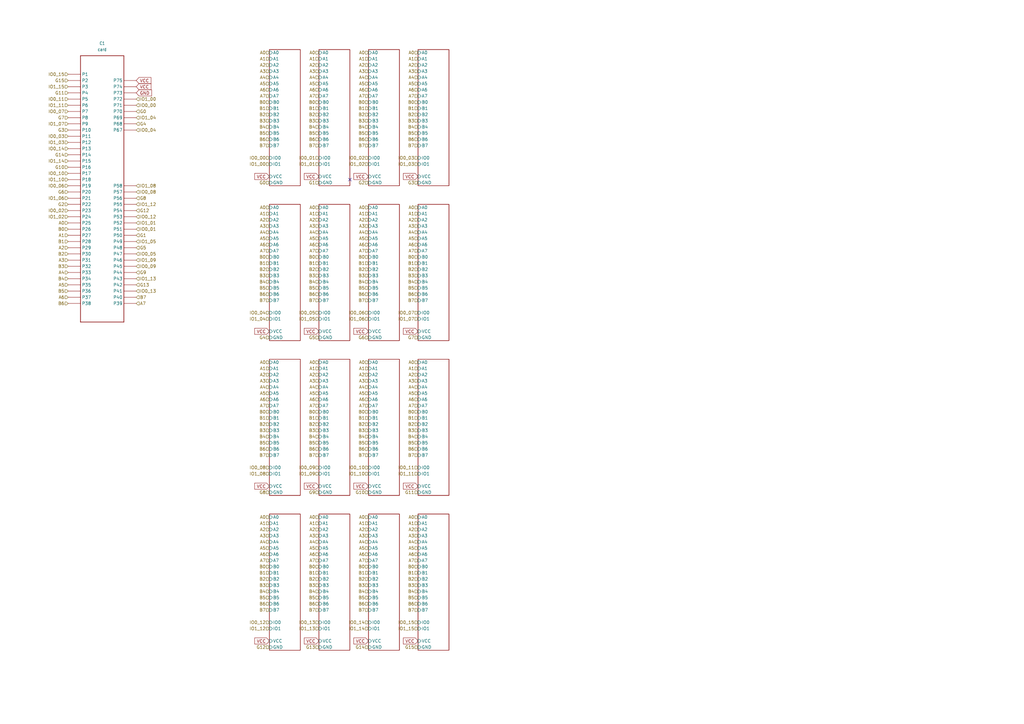
<source format=kicad_sch>
(kicad_sch
	(version 20250114)
	(generator "eeschema")
	(generator_version "9.0")
	(uuid "5bc96090-3698-476b-b605-12718a715360")
	(paper "A3")
	(lib_symbols
		(symbol "bitluni:M.2-M-KEY_cluster_card"
			(exclude_from_sim no)
			(in_bom yes)
			(on_board yes)
			(property "Reference" "C"
				(at 0 109.474 0)
				(effects
					(font
						(size 1.27 1.0795)
					)
					(justify left bottom)
				)
			)
			(property "Value" "M.2-NO-KEY"
				(at 0 -2.54 0)
				(effects
					(font
						(size 1.27 1.0795)
					)
					(justify left bottom)
				)
			)
			(property "Footprint" "M.2-Templates:M.2-M-KEY cluster card"
				(at 0 0 0)
				(effects
					(font
						(size 1.27 1.27)
					)
					(hide yes)
				)
			)
			(property "Datasheet" ""
				(at 0 0 0)
				(effects
					(font
						(size 1.27 1.27)
					)
					(hide yes)
				)
			)
			(property "Description" ""
				(at 0 0 0)
				(effects
					(font
						(size 1.27 1.27)
					)
					(hide yes)
				)
			)
			(symbol "M.2-M-KEY_cluster_card_1_0"
				(polyline
					(pts
						(xy 0 109.22) (xy 17.78 109.22)
					)
					(stroke
						(width 0.254)
						(type default)
					)
					(fill
						(type none)
					)
				)
				(polyline
					(pts
						(xy 0 0) (xy 0 109.22)
					)
					(stroke
						(width 0.254)
						(type default)
					)
					(fill
						(type none)
					)
				)
				(polyline
					(pts
						(xy 17.78 109.22) (xy 17.78 0)
					)
					(stroke
						(width 0.254)
						(type default)
					)
					(fill
						(type none)
					)
				)
				(polyline
					(pts
						(xy 17.78 0) (xy 0 0)
					)
					(stroke
						(width 0.254)
						(type default)
					)
					(fill
						(type none)
					)
				)
				(pin bidirectional line
					(at -5.08 101.6 0)
					(length 5.08)
					(name "P1"
						(effects
							(font
								(size 1.27 1.27)
							)
						)
					)
					(number "P$1"
						(effects
							(font
								(size 0 0)
							)
						)
					)
				)
				(pin bidirectional line
					(at -5.08 99.06 0)
					(length 5.08)
					(name "P2"
						(effects
							(font
								(size 1.27 1.27)
							)
						)
					)
					(number "P$2"
						(effects
							(font
								(size 0 0)
							)
						)
					)
				)
				(pin bidirectional line
					(at -5.08 96.52 0)
					(length 5.08)
					(name "P3"
						(effects
							(font
								(size 1.27 1.27)
							)
						)
					)
					(number "P$3"
						(effects
							(font
								(size 0 0)
							)
						)
					)
				)
				(pin bidirectional line
					(at -5.08 93.98 0)
					(length 5.08)
					(name "P4"
						(effects
							(font
								(size 1.27 1.27)
							)
						)
					)
					(number "P$4"
						(effects
							(font
								(size 0 0)
							)
						)
					)
				)
				(pin bidirectional line
					(at -5.08 91.44 0)
					(length 5.08)
					(name "P5"
						(effects
							(font
								(size 1.27 1.27)
							)
						)
					)
					(number "P$5"
						(effects
							(font
								(size 0 0)
							)
						)
					)
				)
				(pin bidirectional line
					(at -5.08 88.9 0)
					(length 5.08)
					(name "P6"
						(effects
							(font
								(size 1.27 1.27)
							)
						)
					)
					(number "P$6"
						(effects
							(font
								(size 0 0)
							)
						)
					)
				)
				(pin bidirectional line
					(at -5.08 86.36 0)
					(length 5.08)
					(name "P7"
						(effects
							(font
								(size 1.27 1.27)
							)
						)
					)
					(number "P$7"
						(effects
							(font
								(size 0 0)
							)
						)
					)
				)
				(pin bidirectional line
					(at -5.08 83.82 0)
					(length 5.08)
					(name "P8"
						(effects
							(font
								(size 1.27 1.27)
							)
						)
					)
					(number "P$8"
						(effects
							(font
								(size 0 0)
							)
						)
					)
				)
				(pin bidirectional line
					(at -5.08 81.28 0)
					(length 5.08)
					(name "P9"
						(effects
							(font
								(size 1.27 1.27)
							)
						)
					)
					(number "P$9"
						(effects
							(font
								(size 0 0)
							)
						)
					)
				)
				(pin bidirectional line
					(at -5.08 78.74 0)
					(length 5.08)
					(name "P10"
						(effects
							(font
								(size 1.27 1.27)
							)
						)
					)
					(number "P$10"
						(effects
							(font
								(size 0 0)
							)
						)
					)
				)
				(pin bidirectional line
					(at -5.08 76.2 0)
					(length 5.08)
					(name "P11"
						(effects
							(font
								(size 1.27 1.27)
							)
						)
					)
					(number "P$11"
						(effects
							(font
								(size 0 0)
							)
						)
					)
				)
				(pin bidirectional line
					(at -5.08 73.66 0)
					(length 5.08)
					(name "P12"
						(effects
							(font
								(size 1.27 1.27)
							)
						)
					)
					(number "P$12"
						(effects
							(font
								(size 0 0)
							)
						)
					)
				)
				(pin bidirectional line
					(at -5.08 71.12 0)
					(length 5.08)
					(name "P13"
						(effects
							(font
								(size 1.27 1.27)
							)
						)
					)
					(number "P$13"
						(effects
							(font
								(size 0 0)
							)
						)
					)
				)
				(pin bidirectional line
					(at -5.08 68.58 0)
					(length 5.08)
					(name "P14"
						(effects
							(font
								(size 1.27 1.27)
							)
						)
					)
					(number "P$14"
						(effects
							(font
								(size 0 0)
							)
						)
					)
				)
				(pin bidirectional line
					(at -5.08 66.04 0)
					(length 5.08)
					(name "P15"
						(effects
							(font
								(size 1.27 1.27)
							)
						)
					)
					(number "P$15"
						(effects
							(font
								(size 0 0)
							)
						)
					)
				)
				(pin bidirectional line
					(at -5.08 63.5 0)
					(length 5.08)
					(name "P16"
						(effects
							(font
								(size 1.27 1.27)
							)
						)
					)
					(number "P$16"
						(effects
							(font
								(size 0 0)
							)
						)
					)
				)
				(pin bidirectional line
					(at -5.08 60.96 0)
					(length 5.08)
					(name "P17"
						(effects
							(font
								(size 1.27 1.27)
							)
						)
					)
					(number "P$17"
						(effects
							(font
								(size 0 0)
							)
						)
					)
				)
				(pin bidirectional line
					(at -5.08 58.42 0)
					(length 5.08)
					(name "P18"
						(effects
							(font
								(size 1.27 1.27)
							)
						)
					)
					(number "P$18"
						(effects
							(font
								(size 0 0)
							)
						)
					)
				)
				(pin bidirectional line
					(at -5.08 55.88 0)
					(length 5.08)
					(name "P19"
						(effects
							(font
								(size 1.27 1.27)
							)
						)
					)
					(number "P$19"
						(effects
							(font
								(size 0 0)
							)
						)
					)
				)
				(pin bidirectional line
					(at -5.08 53.34 0)
					(length 5.08)
					(name "P20"
						(effects
							(font
								(size 1.27 1.27)
							)
						)
					)
					(number "P$20"
						(effects
							(font
								(size 0 0)
							)
						)
					)
				)
				(pin bidirectional line
					(at -5.08 50.8 0)
					(length 5.08)
					(name "P21"
						(effects
							(font
								(size 1.27 1.27)
							)
						)
					)
					(number "P$21"
						(effects
							(font
								(size 0 0)
							)
						)
					)
				)
				(pin bidirectional line
					(at -5.08 48.26 0)
					(length 5.08)
					(name "P22"
						(effects
							(font
								(size 1.27 1.27)
							)
						)
					)
					(number "P$22"
						(effects
							(font
								(size 0 0)
							)
						)
					)
				)
				(pin bidirectional line
					(at -5.08 45.72 0)
					(length 5.08)
					(name "P23"
						(effects
							(font
								(size 1.27 1.27)
							)
						)
					)
					(number "P$23"
						(effects
							(font
								(size 0 0)
							)
						)
					)
				)
				(pin bidirectional line
					(at -5.08 43.18 0)
					(length 5.08)
					(name "P24"
						(effects
							(font
								(size 1.27 1.27)
							)
						)
					)
					(number "P$24"
						(effects
							(font
								(size 0 0)
							)
						)
					)
				)
				(pin bidirectional line
					(at -5.08 40.64 0)
					(length 5.08)
					(name "P25"
						(effects
							(font
								(size 1.27 1.27)
							)
						)
					)
					(number "P$25"
						(effects
							(font
								(size 0 0)
							)
						)
					)
				)
				(pin bidirectional line
					(at -5.08 38.1 0)
					(length 5.08)
					(name "P26"
						(effects
							(font
								(size 1.27 1.27)
							)
						)
					)
					(number "P$26"
						(effects
							(font
								(size 0 0)
							)
						)
					)
				)
				(pin bidirectional line
					(at -5.08 35.56 0)
					(length 5.08)
					(name "P27"
						(effects
							(font
								(size 1.27 1.27)
							)
						)
					)
					(number "P$27"
						(effects
							(font
								(size 0 0)
							)
						)
					)
				)
				(pin bidirectional line
					(at -5.08 33.02 0)
					(length 5.08)
					(name "P28"
						(effects
							(font
								(size 1.27 1.27)
							)
						)
					)
					(number "P$28"
						(effects
							(font
								(size 0 0)
							)
						)
					)
				)
				(pin bidirectional line
					(at -5.08 30.48 0)
					(length 5.08)
					(name "P29"
						(effects
							(font
								(size 1.27 1.27)
							)
						)
					)
					(number "P$29"
						(effects
							(font
								(size 0 0)
							)
						)
					)
				)
				(pin bidirectional line
					(at -5.08 27.94 0)
					(length 5.08)
					(name "P30"
						(effects
							(font
								(size 1.27 1.27)
							)
						)
					)
					(number "P$30"
						(effects
							(font
								(size 0 0)
							)
						)
					)
				)
				(pin bidirectional line
					(at -5.08 25.4 0)
					(length 5.08)
					(name "P31"
						(effects
							(font
								(size 1.27 1.27)
							)
						)
					)
					(number "P$31"
						(effects
							(font
								(size 0 0)
							)
						)
					)
				)
				(pin bidirectional line
					(at -5.08 22.86 0)
					(length 5.08)
					(name "P32"
						(effects
							(font
								(size 1.27 1.27)
							)
						)
					)
					(number "P$32"
						(effects
							(font
								(size 0 0)
							)
						)
					)
				)
				(pin bidirectional line
					(at -5.08 20.32 0)
					(length 5.08)
					(name "P33"
						(effects
							(font
								(size 1.27 1.27)
							)
						)
					)
					(number "P$33"
						(effects
							(font
								(size 0 0)
							)
						)
					)
				)
				(pin bidirectional line
					(at -5.08 17.78 0)
					(length 5.08)
					(name "P34"
						(effects
							(font
								(size 1.27 1.27)
							)
						)
					)
					(number "P$34"
						(effects
							(font
								(size 0 0)
							)
						)
					)
				)
				(pin bidirectional line
					(at -5.08 15.24 0)
					(length 5.08)
					(name "P35"
						(effects
							(font
								(size 1.27 1.27)
							)
						)
					)
					(number "P$35"
						(effects
							(font
								(size 0 0)
							)
						)
					)
				)
				(pin bidirectional line
					(at -5.08 12.7 0)
					(length 5.08)
					(name "P36"
						(effects
							(font
								(size 1.27 1.27)
							)
						)
					)
					(number "P$36"
						(effects
							(font
								(size 0 0)
							)
						)
					)
				)
				(pin bidirectional line
					(at -5.08 10.16 0)
					(length 5.08)
					(name "P37"
						(effects
							(font
								(size 1.27 1.27)
							)
						)
					)
					(number "P$37"
						(effects
							(font
								(size 0 0)
							)
						)
					)
				)
				(pin bidirectional line
					(at -5.08 7.62 0)
					(length 5.08)
					(name "P38"
						(effects
							(font
								(size 1.27 1.27)
							)
						)
					)
					(number "P$38"
						(effects
							(font
								(size 0 0)
							)
						)
					)
				)
				(pin bidirectional line
					(at 22.86 99.06 180)
					(length 5.08)
					(name "P75"
						(effects
							(font
								(size 1.27 1.27)
							)
						)
					)
					(number "P$75"
						(effects
							(font
								(size 0 0)
							)
						)
					)
				)
				(pin bidirectional line
					(at 22.86 96.52 180)
					(length 5.08)
					(name "P74"
						(effects
							(font
								(size 1.27 1.27)
							)
						)
					)
					(number "P$74"
						(effects
							(font
								(size 0 0)
							)
						)
					)
				)
				(pin bidirectional line
					(at 22.86 93.98 180)
					(length 5.08)
					(name "P73"
						(effects
							(font
								(size 1.27 1.27)
							)
						)
					)
					(number "P$73"
						(effects
							(font
								(size 0 0)
							)
						)
					)
				)
				(pin bidirectional line
					(at 22.86 91.44 180)
					(length 5.08)
					(name "P72"
						(effects
							(font
								(size 1.27 1.27)
							)
						)
					)
					(number "P$72"
						(effects
							(font
								(size 0 0)
							)
						)
					)
				)
				(pin bidirectional line
					(at 22.86 88.9 180)
					(length 5.08)
					(name "P71"
						(effects
							(font
								(size 1.27 1.27)
							)
						)
					)
					(number "P$71"
						(effects
							(font
								(size 0 0)
							)
						)
					)
				)
				(pin bidirectional line
					(at 22.86 86.36 180)
					(length 5.08)
					(name "P70"
						(effects
							(font
								(size 1.27 1.27)
							)
						)
					)
					(number "P$70"
						(effects
							(font
								(size 0 0)
							)
						)
					)
				)
				(pin bidirectional line
					(at 22.86 83.82 180)
					(length 5.08)
					(name "P69"
						(effects
							(font
								(size 1.27 1.27)
							)
						)
					)
					(number "P$69"
						(effects
							(font
								(size 0 0)
							)
						)
					)
				)
				(pin bidirectional line
					(at 22.86 81.28 180)
					(length 5.08)
					(name "P68"
						(effects
							(font
								(size 1.27 1.27)
							)
						)
					)
					(number "P$68"
						(effects
							(font
								(size 0 0)
							)
						)
					)
				)
				(pin bidirectional line
					(at 22.86 78.74 180)
					(length 5.08)
					(name "P67"
						(effects
							(font
								(size 1.27 1.27)
							)
						)
					)
					(number "P$67"
						(effects
							(font
								(size 0 0)
							)
						)
					)
				)
				(pin bidirectional line
					(at 22.86 55.88 180)
					(length 5.08)
					(name "P58"
						(effects
							(font
								(size 1.27 1.27)
							)
						)
					)
					(number "P$58"
						(effects
							(font
								(size 0 0)
							)
						)
					)
				)
				(pin bidirectional line
					(at 22.86 53.34 180)
					(length 5.08)
					(name "P57"
						(effects
							(font
								(size 1.27 1.27)
							)
						)
					)
					(number "P$57"
						(effects
							(font
								(size 0 0)
							)
						)
					)
				)
				(pin bidirectional line
					(at 22.86 50.8 180)
					(length 5.08)
					(name "P56"
						(effects
							(font
								(size 1.27 1.27)
							)
						)
					)
					(number "P$56"
						(effects
							(font
								(size 0 0)
							)
						)
					)
				)
				(pin bidirectional line
					(at 22.86 48.26 180)
					(length 5.08)
					(name "P55"
						(effects
							(font
								(size 1.27 1.27)
							)
						)
					)
					(number "P$55"
						(effects
							(font
								(size 0 0)
							)
						)
					)
				)
				(pin bidirectional line
					(at 22.86 45.72 180)
					(length 5.08)
					(name "P54"
						(effects
							(font
								(size 1.27 1.27)
							)
						)
					)
					(number "P$54"
						(effects
							(font
								(size 0 0)
							)
						)
					)
				)
				(pin bidirectional line
					(at 22.86 43.18 180)
					(length 5.08)
					(name "P53"
						(effects
							(font
								(size 1.27 1.27)
							)
						)
					)
					(number "P$53"
						(effects
							(font
								(size 0 0)
							)
						)
					)
				)
				(pin bidirectional line
					(at 22.86 40.64 180)
					(length 5.08)
					(name "P52"
						(effects
							(font
								(size 1.27 1.27)
							)
						)
					)
					(number "P$52"
						(effects
							(font
								(size 0 0)
							)
						)
					)
				)
				(pin bidirectional line
					(at 22.86 38.1 180)
					(length 5.08)
					(name "P51"
						(effects
							(font
								(size 1.27 1.27)
							)
						)
					)
					(number "P$51"
						(effects
							(font
								(size 0 0)
							)
						)
					)
				)
				(pin bidirectional line
					(at 22.86 35.56 180)
					(length 5.08)
					(name "P50"
						(effects
							(font
								(size 1.27 1.27)
							)
						)
					)
					(number "P$50"
						(effects
							(font
								(size 0 0)
							)
						)
					)
				)
				(pin bidirectional line
					(at 22.86 33.02 180)
					(length 5.08)
					(name "P49"
						(effects
							(font
								(size 1.27 1.27)
							)
						)
					)
					(number "P$49"
						(effects
							(font
								(size 0 0)
							)
						)
					)
				)
				(pin bidirectional line
					(at 22.86 30.48 180)
					(length 5.08)
					(name "P48"
						(effects
							(font
								(size 1.27 1.27)
							)
						)
					)
					(number "P$48"
						(effects
							(font
								(size 0 0)
							)
						)
					)
				)
				(pin bidirectional line
					(at 22.86 27.94 180)
					(length 5.08)
					(name "P47"
						(effects
							(font
								(size 1.27 1.27)
							)
						)
					)
					(number "P$47"
						(effects
							(font
								(size 0 0)
							)
						)
					)
				)
				(pin bidirectional line
					(at 22.86 25.4 180)
					(length 5.08)
					(name "P46"
						(effects
							(font
								(size 1.27 1.27)
							)
						)
					)
					(number "P$46"
						(effects
							(font
								(size 0 0)
							)
						)
					)
				)
				(pin bidirectional line
					(at 22.86 22.86 180)
					(length 5.08)
					(name "P45"
						(effects
							(font
								(size 1.27 1.27)
							)
						)
					)
					(number "P$45"
						(effects
							(font
								(size 0 0)
							)
						)
					)
				)
				(pin bidirectional line
					(at 22.86 20.32 180)
					(length 5.08)
					(name "P44"
						(effects
							(font
								(size 1.27 1.27)
							)
						)
					)
					(number "P$44"
						(effects
							(font
								(size 0 0)
							)
						)
					)
				)
				(pin bidirectional line
					(at 22.86 17.78 180)
					(length 5.08)
					(name "P43"
						(effects
							(font
								(size 1.27 1.27)
							)
						)
					)
					(number "P$43"
						(effects
							(font
								(size 0 0)
							)
						)
					)
				)
				(pin bidirectional line
					(at 22.86 15.24 180)
					(length 5.08)
					(name "P42"
						(effects
							(font
								(size 1.27 1.27)
							)
						)
					)
					(number "P$42"
						(effects
							(font
								(size 0 0)
							)
						)
					)
				)
				(pin bidirectional line
					(at 22.86 12.7 180)
					(length 5.08)
					(name "P41"
						(effects
							(font
								(size 1.27 1.27)
							)
						)
					)
					(number "P$41"
						(effects
							(font
								(size 0 0)
							)
						)
					)
				)
				(pin bidirectional line
					(at 22.86 10.16 180)
					(length 5.08)
					(name "P40"
						(effects
							(font
								(size 1.27 1.27)
							)
						)
					)
					(number "P$40"
						(effects
							(font
								(size 0 0)
							)
						)
					)
				)
				(pin bidirectional line
					(at 22.86 7.62 180)
					(length 5.08)
					(name "P39"
						(effects
							(font
								(size 1.27 1.27)
							)
						)
					)
					(number "P$39"
						(effects
							(font
								(size 0 0)
							)
						)
					)
				)
			)
			(embedded_fonts no)
		)
	)
	(no_connect
		(at 143.51 73.66)
		(uuid "c00ec503-1522-478c-96aa-80865442bbf7")
	)
	(global_label "VCC"
		(shape input)
		(at 110.49 262.89 180)
		(fields_autoplaced yes)
		(effects
			(font
				(size 1.27 1.27)
			)
			(justify right)
		)
		(uuid "17b2c570-7924-4768-a9ec-697b08562e35")
		(property "Intersheetrefs" "${INTERSHEET_REFS}"
			(at 103.8762 262.89 0)
			(effects
				(font
					(size 1.27 1.27)
				)
				(justify right)
				(hide yes)
			)
		)
	)
	(global_label "VCC"
		(shape input)
		(at 110.49 72.39 180)
		(fields_autoplaced yes)
		(effects
			(font
				(size 1.27 1.27)
			)
			(justify right)
		)
		(uuid "31f99fa2-ce60-4996-bd63-fbf05a5e9ab2")
		(property "Intersheetrefs" "${INTERSHEET_REFS}"
			(at 103.8762 72.39 0)
			(effects
				(font
					(size 1.27 1.27)
				)
				(justify right)
				(hide yes)
			)
		)
	)
	(global_label "VCC"
		(shape input)
		(at 151.13 72.39 180)
		(fields_autoplaced yes)
		(effects
			(font
				(size 1.27 1.27)
			)
			(justify right)
		)
		(uuid "3410e28f-33d4-49cb-a6cb-b17ad0c485d5")
		(property "Intersheetrefs" "${INTERSHEET_REFS}"
			(at 144.5162 72.39 0)
			(effects
				(font
					(size 1.27 1.27)
				)
				(justify right)
				(hide yes)
			)
		)
	)
	(global_label "VCC"
		(shape input)
		(at 151.13 135.89 180)
		(fields_autoplaced yes)
		(effects
			(font
				(size 1.27 1.27)
			)
			(justify right)
		)
		(uuid "35dc05c1-529b-4dec-b013-dd365232ba67")
		(property "Intersheetrefs" "${INTERSHEET_REFS}"
			(at 144.5162 135.89 0)
			(effects
				(font
					(size 1.27 1.27)
				)
				(justify right)
				(hide yes)
			)
		)
	)
	(global_label "VCC"
		(shape input)
		(at 110.49 135.89 180)
		(fields_autoplaced yes)
		(effects
			(font
				(size 1.27 1.27)
			)
			(justify right)
		)
		(uuid "3d241dae-5b83-4e44-ad58-c5be05e50609")
		(property "Intersheetrefs" "${INTERSHEET_REFS}"
			(at 103.8762 135.89 0)
			(effects
				(font
					(size 1.27 1.27)
				)
				(justify right)
				(hide yes)
			)
		)
	)
	(global_label "VCC"
		(shape input)
		(at 130.81 199.39 180)
		(fields_autoplaced yes)
		(effects
			(font
				(size 1.27 1.27)
			)
			(justify right)
		)
		(uuid "40739460-84bf-4659-b8b4-d66b8ffe566b")
		(property "Intersheetrefs" "${INTERSHEET_REFS}"
			(at 124.1962 199.39 0)
			(effects
				(font
					(size 1.27 1.27)
				)
				(justify right)
				(hide yes)
			)
		)
	)
	(global_label "VCC"
		(shape input)
		(at 55.88 33.02 0)
		(fields_autoplaced yes)
		(effects
			(font
				(size 1.27 1.27)
			)
			(justify left)
		)
		(uuid "40d0f5ce-a208-4d60-9fee-3a294ba49b5d")
		(property "Intersheetrefs" "${INTERSHEET_REFS}"
			(at 62.4938 33.02 0)
			(effects
				(font
					(size 1.27 1.27)
				)
				(justify left)
				(hide yes)
			)
		)
	)
	(global_label "VCC"
		(shape input)
		(at 171.45 262.89 180)
		(fields_autoplaced yes)
		(effects
			(font
				(size 1.27 1.27)
			)
			(justify right)
		)
		(uuid "4284159d-0f03-468a-a9a3-6efe06fc2d01")
		(property "Intersheetrefs" "${INTERSHEET_REFS}"
			(at 164.8362 262.89 0)
			(effects
				(font
					(size 1.27 1.27)
				)
				(justify right)
				(hide yes)
			)
		)
	)
	(global_label "VCC"
		(shape input)
		(at -24.13 111.76 180)
		(fields_autoplaced yes)
		(effects
			(font
				(size 1.27 1.27)
			)
			(justify right)
		)
		(uuid "5a0932c8-9cd8-46ca-b0af-24029706e70c")
		(property "Intersheetrefs" "${INTERSHEET_REFS}"
			(at -30.7438 111.76 0)
			(effects
				(font
					(size 1.27 1.27)
				)
				(justify right)
				(hide yes)
			)
		)
	)
	(global_label "VCC"
		(shape input)
		(at 110.49 199.39 180)
		(fields_autoplaced yes)
		(effects
			(font
				(size 1.27 1.27)
			)
			(justify right)
		)
		(uuid "6ca458a4-5d5e-4db6-b51a-226712cf51ed")
		(property "Intersheetrefs" "${INTERSHEET_REFS}"
			(at 103.8762 199.39 0)
			(effects
				(font
					(size 1.27 1.27)
				)
				(justify right)
				(hide yes)
			)
		)
	)
	(global_label "VCC"
		(shape input)
		(at 130.81 262.89 180)
		(fields_autoplaced yes)
		(effects
			(font
				(size 1.27 1.27)
			)
			(justify right)
		)
		(uuid "938544b3-5ae3-4922-877d-774cfa1e4191")
		(property "Intersheetrefs" "${INTERSHEET_REFS}"
			(at 124.1962 262.89 0)
			(effects
				(font
					(size 1.27 1.27)
				)
				(justify right)
				(hide yes)
			)
		)
	)
	(global_label "VCC"
		(shape input)
		(at 171.45 135.89 180)
		(fields_autoplaced yes)
		(effects
			(font
				(size 1.27 1.27)
			)
			(justify right)
		)
		(uuid "9d21bd5f-2132-4135-ab04-affe075de075")
		(property "Intersheetrefs" "${INTERSHEET_REFS}"
			(at 164.8362 135.89 0)
			(effects
				(font
					(size 1.27 1.27)
				)
				(justify right)
				(hide yes)
			)
		)
	)
	(global_label "VCC"
		(shape input)
		(at 55.88 35.56 0)
		(fields_autoplaced yes)
		(effects
			(font
				(size 1.27 1.27)
			)
			(justify left)
		)
		(uuid "a3c39bc7-84a5-4f08-a25b-3d435f49b482")
		(property "Intersheetrefs" "${INTERSHEET_REFS}"
			(at 62.4938 35.56 0)
			(effects
				(font
					(size 1.27 1.27)
				)
				(justify left)
				(hide yes)
			)
		)
	)
	(global_label "VCC"
		(shape input)
		(at 151.13 262.89 180)
		(fields_autoplaced yes)
		(effects
			(font
				(size 1.27 1.27)
			)
			(justify right)
		)
		(uuid "ce01ec8c-3b0b-4e30-b1d1-d890b294a84b")
		(property "Intersheetrefs" "${INTERSHEET_REFS}"
			(at 144.5162 262.89 0)
			(effects
				(font
					(size 1.27 1.27)
				)
				(justify right)
				(hide yes)
			)
		)
	)
	(global_label "VCC"
		(shape input)
		(at 130.81 72.39 180)
		(fields_autoplaced yes)
		(effects
			(font
				(size 1.27 1.27)
			)
			(justify right)
		)
		(uuid "d33c2086-425f-4aaa-b5e9-1b778cb4219b")
		(property "Intersheetrefs" "${INTERSHEET_REFS}"
			(at 124.1962 72.39 0)
			(effects
				(font
					(size 1.27 1.27)
				)
				(justify right)
				(hide yes)
			)
		)
	)
	(global_label "VCC"
		(shape input)
		(at 130.81 135.89 180)
		(fields_autoplaced yes)
		(effects
			(font
				(size 1.27 1.27)
			)
			(justify right)
		)
		(uuid "e8d3211d-2f6f-4a98-b8ea-42d12351528d")
		(property "Intersheetrefs" "${INTERSHEET_REFS}"
			(at 124.1962 135.89 0)
			(effects
				(font
					(size 1.27 1.27)
				)
				(justify right)
				(hide yes)
			)
		)
	)
	(global_label "GND"
		(shape input)
		(at 55.88 38.1 0)
		(fields_autoplaced yes)
		(effects
			(font
				(size 1.27 1.27)
			)
			(justify left)
		)
		(uuid "ebdc131c-6b83-45e2-bf25-b816d01fedf2")
		(property "Intersheetrefs" "${INTERSHEET_REFS}"
			(at 62.7357 38.1 0)
			(effects
				(font
					(size 1.27 1.27)
				)
				(justify left)
				(hide yes)
			)
		)
	)
	(global_label "VCC"
		(shape input)
		(at -24.13 109.22 180)
		(fields_autoplaced yes)
		(effects
			(font
				(size 1.27 1.27)
			)
			(justify right)
		)
		(uuid "ef546014-5de5-4195-b65a-a47e81eba25c")
		(property "Intersheetrefs" "${INTERSHEET_REFS}"
			(at -30.7438 109.22 0)
			(effects
				(font
					(size 1.27 1.27)
				)
				(justify right)
				(hide yes)
			)
		)
	)
	(global_label "VCC"
		(shape input)
		(at 171.45 72.39 180)
		(fields_autoplaced yes)
		(effects
			(font
				(size 1.27 1.27)
			)
			(justify right)
		)
		(uuid "f075ceb4-35a2-4927-81ce-0285e833e85c")
		(property "Intersheetrefs" "${INTERSHEET_REFS}"
			(at 164.8362 72.39 0)
			(effects
				(font
					(size 1.27 1.27)
				)
				(justify right)
				(hide yes)
			)
		)
	)
	(global_label "VCC"
		(shape input)
		(at 151.13 199.39 180)
		(fields_autoplaced yes)
		(effects
			(font
				(size 1.27 1.27)
			)
			(justify right)
		)
		(uuid "f2a573c0-19fc-46d5-9b76-1e351c2483f3")
		(property "Intersheetrefs" "${INTERSHEET_REFS}"
			(at 144.5162 199.39 0)
			(effects
				(font
					(size 1.27 1.27)
				)
				(justify right)
				(hide yes)
			)
		)
	)
	(global_label "VCC"
		(shape input)
		(at 171.45 199.39 180)
		(fields_autoplaced yes)
		(effects
			(font
				(size 1.27 1.27)
			)
			(justify right)
		)
		(uuid "f7a2beb9-2a8a-4052-a23e-09f9ea6b3254")
		(property "Intersheetrefs" "${INTERSHEET_REFS}"
			(at 164.8362 199.39 0)
			(effects
				(font
					(size 1.27 1.27)
				)
				(justify right)
				(hide yes)
			)
		)
	)
	(hierarchical_label "B4"
		(shape input)
		(at 110.49 52.07 180)
		(effects
			(font
				(size 1.27 1.27)
			)
			(justify right)
		)
		(uuid "00236a5d-e12f-4748-92e3-d5985800e6eb")
	)
	(hierarchical_label "IO0_12"
		(shape input)
		(at 110.49 255.27 180)
		(effects
			(font
				(size 1.27 1.27)
			)
			(justify right)
		)
		(uuid "002a12bb-79ba-4360-a373-b64b6f91683d")
	)
	(hierarchical_label "A1"
		(shape input)
		(at 151.13 151.13 180)
		(effects
			(font
				(size 1.27 1.27)
			)
			(justify right)
		)
		(uuid "00b45278-8aee-40e4-9aa3-6e326aac1e71")
	)
	(hierarchical_label "A3"
		(shape input)
		(at 171.45 29.21 180)
		(effects
			(font
				(size 1.27 1.27)
			)
			(justify right)
		)
		(uuid "012e4df7-6780-41a1-8af7-1deeb37b0a3f")
	)
	(hierarchical_label "B2"
		(shape input)
		(at 171.45 46.99 180)
		(effects
			(font
				(size 1.27 1.27)
			)
			(justify right)
		)
		(uuid "0148e1ca-c016-4ddb-9316-39f8e40a9213")
	)
	(hierarchical_label "IO1_04"
		(shape input)
		(at 55.88 48.26 0)
		(effects
			(font
				(size 1.27 1.27)
			)
			(justify left)
		)
		(uuid "0306a8e2-515e-47b7-945e-8a701437b2b3")
	)
	(hierarchical_label "A4"
		(shape input)
		(at 110.49 222.25 180)
		(effects
			(font
				(size 1.27 1.27)
			)
			(justify right)
		)
		(uuid "0358de92-3c19-42c5-9bf3-75fb2306c6ff")
	)
	(hierarchical_label "B2"
		(shape input)
		(at 151.13 46.99 180)
		(effects
			(font
				(size 1.27 1.27)
			)
			(justify right)
		)
		(uuid "03c0d7d4-142e-429e-91b4-74950350f723")
	)
	(hierarchical_label "B1"
		(shape input)
		(at 130.81 171.45 180)
		(effects
			(font
				(size 1.27 1.27)
			)
			(justify right)
		)
		(uuid "042e534f-1814-4684-89f4-eb21495b0198")
	)
	(hierarchical_label "IO0_02"
		(shape input)
		(at 151.13 64.77 180)
		(effects
			(font
				(size 1.27 1.27)
			)
			(justify right)
		)
		(uuid "04adec6b-004c-4e12-a63e-15a2464e3ed1")
	)
	(hierarchical_label "IO0_00"
		(shape input)
		(at 55.88 43.18 0)
		(effects
			(font
				(size 1.27 1.27)
			)
			(justify left)
		)
		(uuid "059abce0-5692-4f5b-bf0b-a0fcb303dcfb")
	)
	(hierarchical_label "A1"
		(shape input)
		(at 110.49 24.13 180)
		(effects
			(font
				(size 1.27 1.27)
			)
			(justify right)
		)
		(uuid "05d27d42-1f8c-4236-abd1-1f8acac1353a")
	)
	(hierarchical_label "A3"
		(shape input)
		(at 130.81 219.71 180)
		(effects
			(font
				(size 1.27 1.27)
			)
			(justify right)
		)
		(uuid "07881e12-b4b3-4c77-8fa0-47d3967a1328")
	)
	(hierarchical_label "A1"
		(shape input)
		(at 151.13 214.63 180)
		(effects
			(font
				(size 1.27 1.27)
			)
			(justify right)
		)
		(uuid "07bb2049-0f75-4241-836c-2c848c4fd888")
	)
	(hierarchical_label "B5"
		(shape input)
		(at 110.49 181.61 180)
		(effects
			(font
				(size 1.27 1.27)
			)
			(justify right)
		)
		(uuid "090e0e93-d798-44f6-9c37-8432128cc66a")
	)
	(hierarchical_label "IO1_04"
		(shape input)
		(at 110.49 130.81 180)
		(effects
			(font
				(size 1.27 1.27)
			)
			(justify right)
		)
		(uuid "0925dd35-63b2-4e58-8153-d1e414823691")
	)
	(hierarchical_label "A1"
		(shape input)
		(at 110.49 151.13 180)
		(effects
			(font
				(size 1.27 1.27)
			)
			(justify right)
		)
		(uuid "0a2b2545-b2c6-4793-9c1e-4e1db2b018e7")
	)
	(hierarchical_label "G14"
		(shape input)
		(at 151.13 265.43 180)
		(effects
			(font
				(size 1.27 1.27)
			)
			(justify right)
		)
		(uuid "0a3302be-191b-44d4-ab47-959bcf1e0c1a")
	)
	(hierarchical_label "G8"
		(shape input)
		(at 55.88 81.28 0)
		(effects
			(font
				(size 1.27 1.27)
			)
			(justify left)
		)
		(uuid "0ac10b10-9b1e-40fc-bd7c-ea38689b3f83")
	)
	(hierarchical_label "IO1_00"
		(shape input)
		(at 55.88 40.64 0)
		(effects
			(font
				(size 1.27 1.27)
			)
			(justify left)
		)
		(uuid "0b27000e-db4d-435a-aee7-81f6b9e94830")
	)
	(hierarchical_label "B0"
		(shape input)
		(at 151.13 232.41 180)
		(effects
			(font
				(size 1.27 1.27)
			)
			(justify right)
		)
		(uuid "0bc3a55b-aba6-46e8-bab7-cf2526baa2b9")
	)
	(hierarchical_label "A1"
		(shape input)
		(at 130.81 87.63 180)
		(effects
			(font
				(size 1.27 1.27)
			)
			(justify right)
		)
		(uuid "0c4676e9-cd2f-43a4-8e91-2c95fc4301b3")
	)
	(hierarchical_label "B7"
		(shape input)
		(at 55.88 121.92 0)
		(effects
			(font
				(size 1.27 1.27)
			)
			(justify left)
		)
		(uuid "0c922096-75b1-4d05-9758-2126f7622990")
	)
	(hierarchical_label "B4"
		(shape input)
		(at 171.45 52.07 180)
		(effects
			(font
				(size 1.27 1.27)
			)
			(justify right)
		)
		(uuid "0d6dfff8-60ac-4cfe-8df8-e25e90f1c380")
	)
	(hierarchical_label "B2"
		(shape input)
		(at 171.45 110.49 180)
		(effects
			(font
				(size 1.27 1.27)
			)
			(justify right)
		)
		(uuid "0db99fb9-4611-42de-954d-41b4315e06dd")
	)
	(hierarchical_label "B4"
		(shape input)
		(at 151.13 52.07 180)
		(effects
			(font
				(size 1.27 1.27)
			)
			(justify right)
		)
		(uuid "0ee287a8-24bf-406a-8d7a-06a9c3daf74a")
	)
	(hierarchical_label "A4"
		(shape input)
		(at 130.81 158.75 180)
		(effects
			(font
				(size 1.27 1.27)
			)
			(justify right)
		)
		(uuid "0f459be8-cf3c-4e1c-8b20-41bb7264e3c1")
	)
	(hierarchical_label "IO0_08"
		(shape input)
		(at 110.49 191.77 180)
		(effects
			(font
				(size 1.27 1.27)
			)
			(justify right)
		)
		(uuid "10b8862b-20ce-4f5c-9bba-562d297486c6")
	)
	(hierarchical_label "G0"
		(shape input)
		(at 110.49 74.93 180)
		(effects
			(font
				(size 1.27 1.27)
			)
			(justify right)
		)
		(uuid "10cadf14-add1-4483-b7ed-c28304fee757")
	)
	(hierarchical_label "IO0_11"
		(shape input)
		(at 27.94 40.64 180)
		(effects
			(font
				(size 1.27 1.27)
			)
			(justify right)
		)
		(uuid "10d6bacd-226b-403f-beb3-46558e141217")
	)
	(hierarchical_label "A3"
		(shape input)
		(at 130.81 92.71 180)
		(effects
			(font
				(size 1.27 1.27)
			)
			(justify right)
		)
		(uuid "1143b66d-a624-4436-9d95-65cd1cbcc3fe")
	)
	(hierarchical_label "A6"
		(shape input)
		(at 171.45 100.33 180)
		(effects
			(font
				(size 1.27 1.27)
			)
			(justify right)
		)
		(uuid "114d8289-c6c7-4c42-99b2-24d4fc7e3763")
	)
	(hierarchical_label "B1"
		(shape input)
		(at 171.45 44.45 180)
		(effects
			(font
				(size 1.27 1.27)
			)
			(justify right)
		)
		(uuid "118b5c08-2cca-4e6f-877c-9ae3811267c8")
	)
	(hierarchical_label "A0"
		(shape input)
		(at 110.49 212.09 180)
		(effects
			(font
				(size 1.27 1.27)
			)
			(justify right)
		)
		(uuid "119ab1e2-ee58-4dc8-a414-7ddfa69da497")
	)
	(hierarchical_label "B6"
		(shape input)
		(at 171.45 247.65 180)
		(effects
			(font
				(size 1.27 1.27)
			)
			(justify right)
		)
		(uuid "11a95786-b5ef-43fd-b2ec-d3bc0c1e13b9")
	)
	(hierarchical_label "A4"
		(shape input)
		(at 130.81 31.75 180)
		(effects
			(font
				(size 1.27 1.27)
			)
			(justify right)
		)
		(uuid "125a385d-f941-422d-a9cc-dce77610ddbf")
	)
	(hierarchical_label "IO0_06"
		(shape input)
		(at 151.13 128.27 180)
		(effects
			(font
				(size 1.27 1.27)
			)
			(justify right)
		)
		(uuid "126d3212-a59c-4887-b2e3-71bd2ad68cbd")
	)
	(hierarchical_label "B6"
		(shape input)
		(at 151.13 57.15 180)
		(effects
			(font
				(size 1.27 1.27)
			)
			(justify right)
		)
		(uuid "12a781a7-a260-40dd-8fec-372ada0a483f")
	)
	(hierarchical_label "B4"
		(shape input)
		(at 171.45 115.57 180)
		(effects
			(font
				(size 1.27 1.27)
			)
			(justify right)
		)
		(uuid "1349533b-ec07-493b-8b33-ef83b9a44226")
	)
	(hierarchical_label "A3"
		(shape input)
		(at 151.13 29.21 180)
		(effects
			(font
				(size 1.27 1.27)
			)
			(justify right)
		)
		(uuid "14ab3f1b-10e3-42c3-b1bc-831806d03bbc")
	)
	(hierarchical_label "B1"
		(shape input)
		(at 151.13 44.45 180)
		(effects
			(font
				(size 1.27 1.27)
			)
			(justify right)
		)
		(uuid "14bf17f4-e64b-401e-b6bd-a02622d9a6ee")
	)
	(hierarchical_label "B3"
		(shape input)
		(at 130.81 113.03 180)
		(effects
			(font
				(size 1.27 1.27)
			)
			(justify right)
		)
		(uuid "1575c14e-0e37-4a88-a2a2-b2ee1cfe167a")
	)
	(hierarchical_label "B0"
		(shape input)
		(at 110.49 105.41 180)
		(effects
			(font
				(size 1.27 1.27)
			)
			(justify right)
		)
		(uuid "164dc656-7039-4831-bd70-b283e0d2c617")
	)
	(hierarchical_label "B0"
		(shape input)
		(at 130.81 105.41 180)
		(effects
			(font
				(size 1.27 1.27)
			)
			(justify right)
		)
		(uuid "1670b3fd-9da7-4760-af37-cdff92fe30a5")
	)
	(hierarchical_label "IO1_05"
		(shape input)
		(at 130.81 130.81 180)
		(effects
			(font
				(size 1.27 1.27)
			)
			(justify right)
		)
		(uuid "171ed14e-66b0-4ecd-84c1-8c5c8a2e3b25")
	)
	(hierarchical_label "IO1_05"
		(shape input)
		(at 55.88 99.06 0)
		(effects
			(font
				(size 1.27 1.27)
			)
			(justify left)
		)
		(uuid "17a30302-55fa-4816-a9c9-4fb9c837aa35")
	)
	(hierarchical_label "B3"
		(shape input)
		(at 110.49 176.53 180)
		(effects
			(font
				(size 1.27 1.27)
			)
			(justify right)
		)
		(uuid "192655dd-d3ec-47ae-b13b-6aa4b0ce9d3d")
	)
	(hierarchical_label "IO0_14"
		(shape input)
		(at 151.13 255.27 180)
		(effects
			(font
				(size 1.27 1.27)
			)
			(justify right)
		)
		(uuid "19b1c736-ae3b-44c2-be47-51a49f1d6f69")
	)
	(hierarchical_label "G12"
		(shape input)
		(at 55.88 86.36 0)
		(effects
			(font
				(size 1.27 1.27)
			)
			(justify left)
		)
		(uuid "19e89dbd-c346-4b95-b193-603b33e98751")
	)
	(hierarchical_label "B7"
		(shape input)
		(at 171.45 250.19 180)
		(effects
			(font
				(size 1.27 1.27)
			)
			(justify right)
		)
		(uuid "1c5182bd-2e6c-4a32-acdb-55dfc7622f2c")
	)
	(hierarchical_label "G3"
		(shape input)
		(at 171.45 74.93 180)
		(effects
			(font
				(size 1.27 1.27)
			)
			(justify right)
		)
		(uuid "1cb9f90f-b2d1-4371-b081-eb15f9d4cc6c")
	)
	(hierarchical_label "B7"
		(shape input)
		(at 110.49 186.69 180)
		(effects
			(font
				(size 1.27 1.27)
			)
			(justify right)
		)
		(uuid "1d3f369b-864e-4548-8d1e-258ffd3d31ef")
	)
	(hierarchical_label "G9"
		(shape input)
		(at 130.81 201.93 180)
		(effects
			(font
				(size 1.27 1.27)
			)
			(justify right)
		)
		(uuid "1d446450-4787-4f5c-ad6b-7311cf889f38")
	)
	(hierarchical_label "B3"
		(shape input)
		(at 151.13 176.53 180)
		(effects
			(font
				(size 1.27 1.27)
			)
			(justify right)
		)
		(uuid "1d9cc7a4-7f7b-45c2-98c9-e51a88e6a184")
	)
	(hierarchical_label "A3"
		(shape input)
		(at 27.94 106.68 180)
		(effects
			(font
				(size 1.27 1.27)
			)
			(justify right)
		)
		(uuid "1e11676e-0aed-4498-83a1-3dad383c97ef")
	)
	(hierarchical_label "A4"
		(shape input)
		(at 151.13 222.25 180)
		(effects
			(font
				(size 1.27 1.27)
			)
			(justify right)
		)
		(uuid "1ea0dca9-3ac5-427c-9aa6-2f13574c6408")
	)
	(hierarchical_label "A2"
		(shape input)
		(at 110.49 90.17 180)
		(effects
			(font
				(size 1.27 1.27)
			)
			(justify right)
		)
		(uuid "1ea9e3a7-91a8-423c-93a8-011a5c6d8627")
	)
	(hierarchical_label "G15"
		(shape input)
		(at 171.45 265.43 180)
		(effects
			(font
				(size 1.27 1.27)
			)
			(justify right)
		)
		(uuid "1edfe3c8-c40c-4fee-8ae7-456edb8dc5b1")
	)
	(hierarchical_label "A6"
		(shape input)
		(at 130.81 163.83 180)
		(effects
			(font
				(size 1.27 1.27)
			)
			(justify right)
		)
		(uuid "203dba64-5575-40e8-b9ea-05e41ccb4a58")
	)
	(hierarchical_label "B3"
		(shape input)
		(at 110.49 49.53 180)
		(effects
			(font
				(size 1.27 1.27)
			)
			(justify right)
		)
		(uuid "2065070f-a676-4242-aff0-c0c473d44049")
	)
	(hierarchical_label "B4"
		(shape input)
		(at 27.94 114.3 180)
		(effects
			(font
				(size 1.27 1.27)
			)
			(justify right)
		)
		(uuid "218e84af-a379-45a9-ba1b-550cda0e7a1b")
	)
	(hierarchical_label "IO0_09"
		(shape input)
		(at 55.88 109.22 0)
		(effects
			(font
				(size 1.27 1.27)
			)
			(justify left)
		)
		(uuid "21d07c15-1bdc-4fe3-a5d9-16356dd8f7c2")
	)
	(hierarchical_label "A6"
		(shape input)
		(at 130.81 36.83 180)
		(effects
			(font
				(size 1.27 1.27)
			)
			(justify right)
		)
		(uuid "221acc6d-286b-40c8-8324-2cadb930ff2c")
	)
	(hierarchical_label "B5"
		(shape input)
		(at 130.81 118.11 180)
		(effects
			(font
				(size 1.27 1.27)
			)
			(justify right)
		)
		(uuid "2344b287-f5f7-43bd-9207-e0468fae632f")
	)
	(hierarchical_label "A2"
		(shape input)
		(at 151.13 153.67 180)
		(effects
			(font
				(size 1.27 1.27)
			)
			(justify right)
		)
		(uuid "2388bb58-8054-4d33-bd1e-764715f6b050")
	)
	(hierarchical_label "A5"
		(shape input)
		(at 151.13 97.79 180)
		(effects
			(font
				(size 1.27 1.27)
			)
			(justify right)
		)
		(uuid "23d2f766-fa72-402b-a624-2ded6b9071f4")
	)
	(hierarchical_label "A6"
		(shape input)
		(at 171.45 227.33 180)
		(effects
			(font
				(size 1.27 1.27)
			)
			(justify right)
		)
		(uuid "2402e4fb-6567-4ab8-ae0e-3d799dd66a30")
	)
	(hierarchical_label "A7"
		(shape input)
		(at 171.45 229.87 180)
		(effects
			(font
				(size 1.27 1.27)
			)
			(justify right)
		)
		(uuid "2454b42d-3337-4531-bf3b-5b0f24f8df76")
	)
	(hierarchical_label "A0"
		(shape input)
		(at 171.45 85.09 180)
		(effects
			(font
				(size 1.27 1.27)
			)
			(justify right)
		)
		(uuid "25452f3b-7d23-47c9-bb7d-6b9a92acb247")
	)
	(hierarchical_label "B6"
		(shape input)
		(at 110.49 120.65 180)
		(effects
			(font
				(size 1.27 1.27)
			)
			(justify right)
		)
		(uuid "25f63a71-7805-46d7-b9db-0dd9ba2db34f")
	)
	(hierarchical_label "B7"
		(shape input)
		(at 130.81 59.69 180)
		(effects
			(font
				(size 1.27 1.27)
			)
			(justify right)
		)
		(uuid "261dc269-e27d-4a49-a35b-cfc2d5cb4832")
	)
	(hierarchical_label "A5"
		(shape input)
		(at 151.13 34.29 180)
		(effects
			(font
				(size 1.27 1.27)
			)
			(justify right)
		)
		(uuid "263ade41-83c5-41c3-ab23-9e8d67bcd825")
	)
	(hierarchical_label "B1"
		(shape input)
		(at 110.49 171.45 180)
		(effects
			(font
				(size 1.27 1.27)
			)
			(justify right)
		)
		(uuid "26589f7f-646e-4f64-8187-1c2cadc91cb1")
	)
	(hierarchical_label "B5"
		(shape input)
		(at 151.13 181.61 180)
		(effects
			(font
				(size 1.27 1.27)
			)
			(justify right)
		)
		(uuid "26f806ba-47e2-46b1-9aad-e5b8c908f00d")
	)
	(hierarchical_label "B5"
		(shape input)
		(at 171.45 118.11 180)
		(effects
			(font
				(size 1.27 1.27)
			)
			(justify right)
		)
		(uuid "27e5683e-3bc4-4a35-a6ab-cf3c51407135")
	)
	(hierarchical_label "B5"
		(shape input)
		(at 171.45 54.61 180)
		(effects
			(font
				(size 1.27 1.27)
			)
			(justify right)
		)
		(uuid "28e1a676-3ce6-4312-bc9f-ea78684053cd")
	)
	(hierarchical_label "A6"
		(shape input)
		(at 110.49 100.33 180)
		(effects
			(font
				(size 1.27 1.27)
			)
			(justify right)
		)
		(uuid "2b633c2a-5a7f-4725-bfb8-37c4a63fdf9f")
	)
	(hierarchical_label "B2"
		(shape input)
		(at 130.81 237.49 180)
		(effects
			(font
				(size 1.27 1.27)
			)
			(justify right)
		)
		(uuid "2c082c43-ae53-44b6-8fbf-90fd1b8490c3")
	)
	(hierarchical_label "G5"
		(shape input)
		(at 55.88 101.6 0)
		(effects
			(font
				(size 1.27 1.27)
			)
			(justify left)
		)
		(uuid "2c20ea64-4a02-419e-b2ee-cc42e774ded3")
	)
	(hierarchical_label "B0"
		(shape input)
		(at 27.94 93.98 180)
		(effects
			(font
				(size 1.27 1.27)
			)
			(justify right)
		)
		(uuid "2d172388-08ba-4f9e-9f0f-b9bb397e9904")
	)
	(hierarchical_label "IO0_13"
		(shape input)
		(at 55.88 119.38 0)
		(effects
			(font
				(size 1.27 1.27)
			)
			(justify left)
		)
		(uuid "2f0185a8-2a0f-4953-b2ae-567555e632e9")
	)
	(hierarchical_label "B7"
		(shape input)
		(at 130.81 250.19 180)
		(effects
			(font
				(size 1.27 1.27)
			)
			(justify right)
		)
		(uuid "2fc5bf61-6c37-49ef-9961-09953179b4ac")
	)
	(hierarchical_label "A5"
		(shape input)
		(at 171.45 97.79 180)
		(effects
			(font
				(size 1.27 1.27)
			)
			(justify right)
		)
		(uuid "2fea5b99-e7be-45ca-be20-a0e7a72220a7")
	)
	(hierarchical_label "B6"
		(shape input)
		(at 110.49 184.15 180)
		(effects
			(font
				(size 1.27 1.27)
			)
			(justify right)
		)
		(uuid "30b4a667-f92d-4860-982d-f7ef4d9b0985")
	)
	(hierarchical_label "A7"
		(shape input)
		(at 110.49 229.87 180)
		(effects
			(font
				(size 1.27 1.27)
			)
			(justify right)
		)
		(uuid "30ecb8f2-bafe-4ab1-b9e7-0eabca96b9b1")
	)
	(hierarchical_label "B4"
		(shape input)
		(at 110.49 242.57 180)
		(effects
			(font
				(size 1.27 1.27)
			)
			(justify right)
		)
		(uuid "323e125c-aa5c-4de7-b411-175a597dd599")
	)
	(hierarchical_label "B3"
		(shape input)
		(at 171.45 240.03 180)
		(effects
			(font
				(size 1.27 1.27)
			)
			(justify right)
		)
		(uuid "33184dfb-1960-4366-a7a4-d40555052f6c")
	)
	(hierarchical_label "B5"
		(shape input)
		(at 151.13 245.11 180)
		(effects
			(font
				(size 1.27 1.27)
			)
			(justify right)
		)
		(uuid "337e9a5e-22dd-4dbf-aeb1-eb0880a5eb41")
	)
	(hierarchical_label "A2"
		(shape input)
		(at 130.81 26.67 180)
		(effects
			(font
				(size 1.27 1.27)
			)
			(justify right)
		)
		(uuid "33f906b0-f9ae-4297-bbed-0ff610ad69b4")
	)
	(hierarchical_label "B6"
		(shape input)
		(at 151.13 184.15 180)
		(effects
			(font
				(size 1.27 1.27)
			)
			(justify right)
		)
		(uuid "355ebc3d-10fd-4299-b71f-8b005b968e3a")
	)
	(hierarchical_label "A0"
		(shape input)
		(at 171.45 148.59 180)
		(effects
			(font
				(size 1.27 1.27)
			)
			(justify right)
		)
		(uuid "355f9c75-1a9d-4403-8472-37e514c57a45")
	)
	(hierarchical_label "G8"
		(shape input)
		(at 110.49 201.93 180)
		(effects
			(font
				(size 1.27 1.27)
			)
			(justify right)
		)
		(uuid "37763d2c-03e4-4341-a56d-a019294436c0")
	)
	(hierarchical_label "B6"
		(shape input)
		(at 130.81 120.65 180)
		(effects
			(font
				(size 1.27 1.27)
			)
			(justify right)
		)
		(uuid "377fce2c-2b88-4383-b1b6-525775417565")
	)
	(hierarchical_label "A2"
		(shape input)
		(at 151.13 26.67 180)
		(effects
			(font
				(size 1.27 1.27)
			)
			(justify right)
		)
		(uuid "3874fea8-62f4-4fad-9cd9-57a285bf8947")
	)
	(hierarchical_label "B7"
		(shape input)
		(at 110.49 59.69 180)
		(effects
			(font
				(size 1.27 1.27)
			)
			(justify right)
		)
		(uuid "392c649e-40a0-49f7-8ceb-764dda833d85")
	)
	(hierarchical_label "B2"
		(shape input)
		(at 151.13 173.99 180)
		(effects
			(font
				(size 1.27 1.27)
			)
			(justify right)
		)
		(uuid "3a488e47-3415-4e36-a1d0-ceaf89aeef18")
	)
	(hierarchical_label "A1"
		(shape input)
		(at 171.45 151.13 180)
		(effects
			(font
				(size 1.27 1.27)
			)
			(justify right)
		)
		(uuid "3a80adcc-33a6-4d1d-afe7-2cb283e6a577")
	)
	(hierarchical_label "A0"
		(shape input)
		(at 151.13 85.09 180)
		(effects
			(font
				(size 1.27 1.27)
			)
			(justify right)
		)
		(uuid "3bd17ba7-65d0-4f5f-8ad7-3b5e3822d3d6")
	)
	(hierarchical_label "A4"
		(shape input)
		(at 151.13 95.25 180)
		(effects
			(font
				(size 1.27 1.27)
			)
			(justify right)
		)
		(uuid "3d3c50a4-f20d-4f3a-9f20-b8c3e78dcacd")
	)
	(hierarchical_label "IO1_10"
		(shape input)
		(at 27.94 73.66 180)
		(effects
			(font
				(size 1.27 1.27)
			)
			(justify right)
		)
		(uuid "3d6e885b-aae9-405a-94c5-6793191f0716")
	)
	(hierarchical_label "IO1_03"
		(shape input)
		(at 171.45 67.31 180)
		(effects
			(font
				(size 1.27 1.27)
			)
			(justify right)
		)
		(uuid "3dc7bcf2-fcbb-4e6e-ab34-58d811aa70ac")
	)
	(hierarchical_label "A7"
		(shape input)
		(at 130.81 229.87 180)
		(effects
			(font
				(size 1.27 1.27)
			)
			(justify right)
		)
		(uuid "3e39b380-953e-4ce9-ba00-25c0f489f714")
	)
	(hierarchical_label "B2"
		(shape input)
		(at 130.81 110.49 180)
		(effects
			(font
				(size 1.27 1.27)
			)
			(justify right)
		)
		(uuid "3f89c12c-d0bc-4f37-8932-afa74da89558")
	)
	(hierarchical_label "B4"
		(shape input)
		(at 171.45 242.57 180)
		(effects
			(font
				(size 1.27 1.27)
			)
			(justify right)
		)
		(uuid "3f9ee608-5be8-46ed-9693-80fe43f42aa0")
	)
	(hierarchical_label "B5"
		(shape input)
		(at 110.49 118.11 180)
		(effects
			(font
				(size 1.27 1.27)
			)
			(justify right)
		)
		(uuid "3feafed0-4e48-4b35-bee2-85ab33e96128")
	)
	(hierarchical_label "A2"
		(shape input)
		(at 171.45 153.67 180)
		(effects
			(font
				(size 1.27 1.27)
			)
			(justify right)
		)
		(uuid "401e68d2-4449-48b7-b2ad-a9d05fb18e57")
	)
	(hierarchical_label "A0"
		(shape input)
		(at 130.81 148.59 180)
		(effects
			(font
				(size 1.27 1.27)
			)
			(justify right)
		)
		(uuid "405c426f-1001-4e50-9555-ace25dca7c86")
	)
	(hierarchical_label "B4"
		(shape input)
		(at 130.81 242.57 180)
		(effects
			(font
				(size 1.27 1.27)
			)
			(justify right)
		)
		(uuid "41cb9337-9eb6-42ef-bd59-ce6ea4eed3c5")
	)
	(hierarchical_label "IO1_06"
		(shape input)
		(at 151.13 130.81 180)
		(effects
			(font
				(size 1.27 1.27)
			)
			(justify right)
		)
		(uuid "427ce533-98ec-4e30-86e0-c52d4ad43169")
	)
	(hierarchical_label "A7"
		(shape input)
		(at 171.45 166.37 180)
		(effects
			(font
				(size 1.27 1.27)
			)
			(justify right)
		)
		(uuid "428e4ca3-040d-4409-bf8a-0dc19fd71698")
	)
	(hierarchical_label "A7"
		(shape input)
		(at 151.13 39.37 180)
		(effects
			(font
				(size 1.27 1.27)
			)
			(justify right)
		)
		(uuid "42cb6990-5ac0-40af-9370-20fe2cd07f44")
	)
	(hierarchical_label "A4"
		(shape input)
		(at 151.13 31.75 180)
		(effects
			(font
				(size 1.27 1.27)
			)
			(justify right)
		)
		(uuid "435fa4b2-ae31-49b4-976b-e3334dece5f6")
	)
	(hierarchical_label "B5"
		(shape input)
		(at 110.49 54.61 180)
		(effects
			(font
				(size 1.27 1.27)
			)
			(justify right)
		)
		(uuid "448384e1-2b21-4278-8da4-241abfd8eb55")
	)
	(hierarchical_label "A2"
		(shape input)
		(at 151.13 217.17 180)
		(effects
			(font
				(size 1.27 1.27)
			)
			(justify right)
		)
		(uuid "44b3c859-78ae-4625-bc91-98d49cf26444")
	)
	(hierarchical_label "G14"
		(shape input)
		(at 27.94 63.5 180)
		(effects
			(font
				(size 1.27 1.27)
			)
			(justify right)
		)
		(uuid "453f0e07-2bf2-4c35-98cc-9b064eff40c9")
	)
	(hierarchical_label "B1"
		(shape input)
		(at 151.13 171.45 180)
		(effects
			(font
				(size 1.27 1.27)
			)
			(justify right)
		)
		(uuid "456e09e9-ffd7-4145-b467-2ed9b0ca8370")
	)
	(hierarchical_label "A6"
		(shape input)
		(at 110.49 227.33 180)
		(effects
			(font
				(size 1.27 1.27)
			)
			(justify right)
		)
		(uuid "464cfd2e-2a5e-4b9a-91fd-06fe7d4c7d7c")
	)
	(hierarchical_label "A5"
		(shape input)
		(at 110.49 224.79 180)
		(effects
			(font
				(size 1.27 1.27)
			)
			(justify right)
		)
		(uuid "46ac3dc3-ba7b-4a8b-8523-ae095339cf25")
	)
	(hierarchical_label "B5"
		(shape input)
		(at 151.13 54.61 180)
		(effects
			(font
				(size 1.27 1.27)
			)
			(justify right)
		)
		(uuid "485ec338-50f1-4766-bec4-08ac03b1a5f0")
	)
	(hierarchical_label "A7"
		(shape input)
		(at 151.13 102.87 180)
		(effects
			(font
				(size 1.27 1.27)
			)
			(justify right)
		)
		(uuid "48ddeca3-c15d-4a20-8d7f-cd642753bc68")
	)
	(hierarchical_label "G5"
		(shape input)
		(at 130.81 138.43 180)
		(effects
			(font
				(size 1.27 1.27)
			)
			(justify right)
		)
		(uuid "4994dd33-cf99-4764-9f81-071b8efcb238")
	)
	(hierarchical_label "B5"
		(shape input)
		(at 171.45 181.61 180)
		(effects
			(font
				(size 1.27 1.27)
			)
			(justify right)
		)
		(uuid "4a4ea393-baa2-45fc-80d2-e673f04bc0a0")
	)
	(hierarchical_label "A4"
		(shape input)
		(at 130.81 95.25 180)
		(effects
			(font
				(size 1.27 1.27)
			)
			(justify right)
		)
		(uuid "4abac4c2-03c7-4e6e-bba6-13380f1963c3")
	)
	(hierarchical_label "A7"
		(shape input)
		(at 130.81 166.37 180)
		(effects
			(font
				(size 1.27 1.27)
			)
			(justify right)
		)
		(uuid "4acdf90f-d992-4e5b-86ce-7ba36885d9cc")
	)
	(hierarchical_label "B1"
		(shape input)
		(at 171.45 234.95 180)
		(effects
			(font
				(size 1.27 1.27)
			)
			(justify right)
		)
		(uuid "4b117479-3528-441c-a440-a33ee9c624ca")
	)
	(hierarchical_label "IO1_08"
		(shape input)
		(at 55.88 76.2 0)
		(effects
			(font
				(size 1.27 1.27)
			)
			(justify left)
		)
		(uuid "4b29af09-e790-42cc-8266-0f8d0932fb74")
	)
	(hierarchical_label "IO1_08"
		(shape input)
		(at 110.49 194.31 180)
		(effects
			(font
				(size 1.27 1.27)
			)
			(justify right)
		)
		(uuid "4bd880a4-343e-4f82-87c0-0b79b764642f")
	)
	(hierarchical_label "A2"
		(shape input)
		(at 27.94 101.6 180)
		(effects
			(font
				(size 1.27 1.27)
			)
			(justify right)
		)
		(uuid "4c7c047f-f09e-4fdf-8641-655bfb851626")
	)
	(hierarchical_label "A7"
		(shape input)
		(at 110.49 102.87 180)
		(effects
			(font
				(size 1.27 1.27)
			)
			(justify right)
		)
		(uuid "4e11f894-e294-428c-b7f0-e0f018a8904d")
	)
	(hierarchical_label "A3"
		(shape input)
		(at 151.13 156.21 180)
		(effects
			(font
				(size 1.27 1.27)
			)
			(justify right)
		)
		(uuid "4e70eca1-321f-43e9-a1f1-9a6b2c5b66b7")
	)
	(hierarchical_label "A6"
		(shape input)
		(at 110.49 36.83 180)
		(effects
			(font
				(size 1.27 1.27)
			)
			(justify right)
		)
		(uuid "4ea8406b-86eb-4312-a879-35a8f0f5fc33")
	)
	(hierarchical_label "A1"
		(shape input)
		(at 171.45 87.63 180)
		(effects
			(font
				(size 1.27 1.27)
			)
			(justify right)
		)
		(uuid "4f2b6e45-253c-4f21-8b14-5491bcde71dc")
	)
	(hierarchical_label "G0"
		(shape input)
		(at 55.88 45.72 0)
		(effects
			(font
				(size 1.27 1.27)
			)
			(justify left)
		)
		(uuid "4f9882d4-8bc5-4d23-b327-9ba11e8cf86c")
	)
	(hierarchical_label "B4"
		(shape input)
		(at 110.49 115.57 180)
		(effects
			(font
				(size 1.27 1.27)
			)
			(justify right)
		)
		(uuid "4fb71f02-89a8-4a53-b237-abd7d282ef1c")
	)
	(hierarchical_label "B0"
		(shape input)
		(at 171.45 105.41 180)
		(effects
			(font
				(size 1.27 1.27)
			)
			(justify right)
		)
		(uuid "50fb102a-8e40-45c4-9db9-73f9972a5d00")
	)
	(hierarchical_label "G1"
		(shape input)
		(at 55.88 96.52 0)
		(effects
			(font
				(size 1.27 1.27)
			)
			(justify left)
		)
		(uuid "52a10fac-a1a3-4400-8378-42f93644fb9c")
	)
	(hierarchical_label "IO0_08"
		(shape input)
		(at 55.88 78.74 0)
		(effects
			(font
				(size 1.27 1.27)
			)
			(justify left)
		)
		(uuid "530f90e2-d4a1-4b58-965d-14307c3af893")
	)
	(hierarchical_label "B7"
		(shape input)
		(at 130.81 123.19 180)
		(effects
			(font
				(size 1.27 1.27)
			)
			(justify right)
		)
		(uuid "53fd1191-3cd3-48ce-be65-e91a4fac9dc8")
	)
	(hierarchical_label "A5"
		(shape input)
		(at 110.49 97.79 180)
		(effects
			(font
				(size 1.27 1.27)
			)
			(justify right)
		)
		(uuid "548fabad-16fc-4b20-89c2-3eafa28d0753")
	)
	(hierarchical_label "A0"
		(shape input)
		(at 130.81 21.59 180)
		(effects
			(font
				(size 1.27 1.27)
			)
			(justify right)
		)
		(uuid "54bfe5bd-1d61-499d-8ec4-b5977680f1b8")
	)
	(hierarchical_label "IO1_14"
		(shape input)
		(at 151.13 257.81 180)
		(effects
			(font
				(size 1.27 1.27)
			)
			(justify right)
		)
		(uuid "5544ec46-4833-4aeb-922d-ef673b785d01")
	)
	(hierarchical_label "B6"
		(shape input)
		(at 110.49 57.15 180)
		(effects
			(font
				(size 1.27 1.27)
			)
			(justify right)
		)
		(uuid "558eaf42-45fb-4733-bf88-1c1467f30325")
	)
	(hierarchical_label "A6"
		(shape input)
		(at 151.13 100.33 180)
		(effects
			(font
				(size 1.27 1.27)
			)
			(justify right)
		)
		(uuid "560a4d73-ceda-439e-bc98-d2512a2222d4")
	)
	(hierarchical_label "B0"
		(shape input)
		(at 151.13 105.41 180)
		(effects
			(font
				(size 1.27 1.27)
			)
			(justify right)
		)
		(uuid "56cb4408-a65c-4a0a-87db-d7f117430b53")
	)
	(hierarchical_label "IO0_05"
		(shape input)
		(at 130.81 128.27 180)
		(effects
			(font
				(size 1.27 1.27)
			)
			(justify right)
		)
		(uuid "5846abe8-a7f7-4f55-a7df-28e6c22ec338")
	)
	(hierarchical_label "A6"
		(shape input)
		(at 130.81 227.33 180)
		(effects
			(font
				(size 1.27 1.27)
			)
			(justify right)
		)
		(uuid "59434d03-dc55-4705-b56d-183cb4579f1f")
	)
	(hierarchical_label "G4"
		(shape input)
		(at 55.88 50.8 0)
		(effects
			(font
				(size 1.27 1.27)
			)
			(justify left)
		)
		(uuid "59a93bbe-2d05-4726-9e18-80c7563c33c9")
	)
	(hierarchical_label "B5"
		(shape input)
		(at 27.94 119.38 180)
		(effects
			(font
				(size 1.27 1.27)
			)
			(justify right)
		)
		(uuid "5b3cf9e3-d977-4204-b0df-55f6c9c4394f")
	)
	(hierarchical_label "G9"
		(shape input)
		(at 55.88 111.76 0)
		(effects
			(font
				(size 1.27 1.27)
			)
			(justify left)
		)
		(uuid "5bc0e745-1d99-4f79-a3f0-ad4cb2ded8c6")
	)
	(hierarchical_label "B3"
		(shape input)
		(at 151.13 49.53 180)
		(effects
			(font
				(size 1.27 1.27)
			)
			(justify right)
		)
		(uuid "5e38f25d-7d71-480b-ab72-155db2e573f2")
	)
	(hierarchical_label "G4"
		(shape input)
		(at 110.49 138.43 180)
		(effects
			(font
				(size 1.27 1.27)
			)
			(justify right)
		)
		(uuid "5e5cb9a5-fb74-4efe-96e5-3ee41c160eec")
	)
	(hierarchical_label "A1"
		(shape input)
		(at 151.13 87.63 180)
		(effects
			(font
				(size 1.27 1.27)
			)
			(justify right)
		)
		(uuid "5ec50574-65f4-4447-8a73-820175fdb3d7")
	)
	(hierarchical_label "IO1_12"
		(shape input)
		(at 110.49 257.81 180)
		(effects
			(font
				(size 1.27 1.27)
			)
			(justify right)
		)
		(uuid "5eca44f0-432c-487f-92dd-fe57fcc54031")
	)
	(hierarchical_label "A6"
		(shape input)
		(at 151.13 36.83 180)
		(effects
			(font
				(size 1.27 1.27)
			)
			(justify right)
		)
		(uuid "6068e6b8-b7cc-4a7c-aa4a-f190399c749e")
	)
	(hierarchical_label "B0"
		(shape input)
		(at 151.13 168.91 180)
		(effects
			(font
				(size 1.27 1.27)
			)
			(justify right)
		)
		(uuid "6410fec2-c6d8-4378-ab55-187923b0d7e1")
	)
	(hierarchical_label "A2"
		(shape input)
		(at 130.81 90.17 180)
		(effects
			(font
				(size 1.27 1.27)
			)
			(justify right)
		)
		(uuid "647cb8f4-4ecf-433b-a423-5234af16a294")
	)
	(hierarchical_label "G10"
		(shape input)
		(at 151.13 201.93 180)
		(effects
			(font
				(size 1.27 1.27)
			)
			(justify right)
		)
		(uuid "670b39ab-ab30-4c5c-8afb-a471e9631abc")
	)
	(hierarchical_label "B7"
		(shape input)
		(at 110.49 123.19 180)
		(effects
			(font
				(size 1.27 1.27)
			)
			(justify right)
		)
		(uuid "67381767-d179-430a-891f-fbcb900b514e")
	)
	(hierarchical_label "A0"
		(shape input)
		(at 171.45 212.09 180)
		(effects
			(font
				(size 1.27 1.27)
			)
			(justify right)
		)
		(uuid "6740bde5-32d1-4cc8-a1f3-154f0e44170b")
	)
	(hierarchical_label "IO0_14"
		(shape input)
		(at 27.94 60.96 180)
		(effects
			(font
				(size 1.27 1.27)
			)
			(justify right)
		)
		(uuid "67bd1ebc-bd73-4206-bd1e-7560d8f62950")
	)
	(hierarchical_label "IO0_10"
		(shape input)
		(at 151.13 191.77 180)
		(effects
			(font
				(size 1.27 1.27)
			)
			(justify right)
		)
		(uuid "67f34cae-d1db-4532-8c0b-5f392c5ddf7a")
	)
	(hierarchical_label "IO0_05"
		(shape input)
		(at 55.88 104.14 0)
		(effects
			(font
				(size 1.27 1.27)
			)
			(justify left)
		)
		(uuid "689ad684-c858-429b-9749-7296c6a5bd8c")
	)
	(hierarchical_label "A5"
		(shape input)
		(at 130.81 161.29 180)
		(effects
			(font
				(size 1.27 1.27)
			)
			(justify right)
		)
		(uuid "6901828b-756e-4bcf-b985-1f26dc706e84")
	)
	(hierarchical_label "B2"
		(shape input)
		(at 110.49 46.99 180)
		(effects
			(font
				(size 1.27 1.27)
			)
			(justify right)
		)
		(uuid "693e1fdb-3af3-4f78-bc95-04380a35a274")
	)
	(hierarchical_label "G7"
		(shape input)
		(at 27.94 48.26 180)
		(effects
			(font
				(size 1.27 1.27)
			)
			(justify right)
		)
		(uuid "69a7a720-d06f-4d38-9083-624ff4ce8f8b")
	)
	(hierarchical_label "A5"
		(shape input)
		(at 130.81 34.29 180)
		(effects
			(font
				(size 1.27 1.27)
			)
			(justify right)
		)
		(uuid "69adec5c-6db2-4353-b59f-0b28c0d287a6")
	)
	(hierarchical_label "B7"
		(shape input)
		(at 171.45 59.69 180)
		(effects
			(font
				(size 1.27 1.27)
			)
			(justify right)
		)
		(uuid "6a8cdfb7-057c-4e31-bb57-9aff42a99840")
	)
	(hierarchical_label "A5"
		(shape input)
		(at 27.94 116.84 180)
		(effects
			(font
				(size 1.27 1.27)
			)
			(justify right)
		)
		(uuid "6ac1592d-010c-4553-8aca-efca1334e86b")
	)
	(hierarchical_label "B2"
		(shape input)
		(at 151.13 110.49 180)
		(effects
			(font
				(size 1.27 1.27)
			)
			(justify right)
		)
		(uuid "6c20186c-7017-4ab6-ba5e-96481249cf07")
	)
	(hierarchical_label "B2"
		(shape input)
		(at 130.81 173.99 180)
		(effects
			(font
				(size 1.27 1.27)
			)
			(justify right)
		)
		(uuid "6d093eb2-5257-4401-a208-e70428c4b548")
	)
	(hierarchical_label "A7"
		(shape input)
		(at 171.45 102.87 180)
		(effects
			(font
				(size 1.27 1.27)
			)
			(justify right)
		)
		(uuid "6d27d275-8ecc-414a-ad8c-19644ce1c3e4")
	)
	(hierarchical_label "IO0_03"
		(shape input)
		(at 27.94 55.88 180)
		(effects
			(font
				(size 1.27 1.27)
			)
			(justify right)
		)
		(uuid "6f7d32dd-fc06-49d1-9f8a-1fc9e657f24d")
	)
	(hierarchical_label "B6"
		(shape input)
		(at 171.45 184.15 180)
		(effects
			(font
				(size 1.27 1.27)
			)
			(justify right)
		)
		(uuid "70491a7f-ae31-4917-ae49-9c10d8f8c414")
	)
	(hierarchical_label "A5"
		(shape input)
		(at 171.45 161.29 180)
		(effects
			(font
				(size 1.27 1.27)
			)
			(justify right)
		)
		(uuid "731f2344-7325-490e-812a-e20814229c01")
	)
	(hierarchical_label "B5"
		(shape input)
		(at 110.49 245.11 180)
		(effects
			(font
				(size 1.27 1.27)
			)
			(justify right)
		)
		(uuid "744dcc5e-a911-4e76-83a3-763bf2792044")
	)
	(hierarchical_label "B3"
		(shape input)
		(at 110.49 240.03 180)
		(effects
			(font
				(size 1.27 1.27)
			)
			(justify right)
		)
		(uuid "74952cf0-e13a-48f1-99ad-ba949d242c49")
	)
	(hierarchical_label "B0"
		(shape input)
		(at 171.45 41.91 180)
		(effects
			(font
				(size 1.27 1.27)
			)
			(justify right)
		)
		(uuid "75916a06-180d-4fe2-92a9-d1b77b104cd9")
	)
	(hierarchical_label "IO1_00"
		(shape input)
		(at 110.49 67.31 180)
		(effects
			(font
				(size 1.27 1.27)
			)
			(justify right)
		)
		(uuid "759af1fd-6043-472c-8489-4f4f93a24150")
	)
	(hierarchical_label "B2"
		(shape input)
		(at 130.81 46.99 180)
		(effects
			(font
				(size 1.27 1.27)
			)
			(justify right)
		)
		(uuid "75feba86-81e0-493c-9793-cb668fcc27c3")
	)
	(hierarchical_label "A0"
		(shape input)
		(at 27.94 91.44 180)
		(effects
			(font
				(size 1.27 1.27)
			)
			(justify right)
		)
		(uuid "7760c2ad-1c81-4cd0-88d8-51272fc7b93a")
	)
	(hierarchical_label "IO1_02"
		(shape input)
		(at 27.94 88.9 180)
		(effects
			(font
				(size 1.27 1.27)
			)
			(justify right)
		)
		(uuid "77d30ec4-53a8-4dc9-95fd-4e7cf232c1c7")
	)
	(hierarchical_label "A4"
		(shape input)
		(at 27.94 111.76 180)
		(effects
			(font
				(size 1.27 1.27)
			)
			(justify right)
		)
		(uuid "780c005c-e183-4205-b868-ca837a2b66e1")
	)
	(hierarchical_label "A5"
		(shape input)
		(at 110.49 34.29 180)
		(effects
			(font
				(size 1.27 1.27)
			)
			(justify right)
		)
		(uuid "7895f2ea-0082-4f63-955f-ff6e417a1749")
	)
	(hierarchical_label "B1"
		(shape input)
		(at 130.81 44.45 180)
		(effects
			(font
				(size 1.27 1.27)
			)
			(justify right)
		)
		(uuid "791ada53-3b1b-4fde-94a5-3a18de9d1b8b")
	)
	(hierarchical_label "A3"
		(shape input)
		(at 171.45 219.71 180)
		(effects
			(font
				(size 1.27 1.27)
			)
			(justify right)
		)
		(uuid "79205556-9798-4388-8ef9-8db3790e01e3")
	)
	(hierarchical_label "G11"
		(shape input)
		(at 27.94 38.1 180)
		(effects
			(font
				(size 1.27 1.27)
			)
			(justify right)
		)
		(uuid "79da3089-8232-436d-b2ef-a9787a7e5b11")
	)
	(hierarchical_label "A3"
		(shape input)
		(at 110.49 29.21 180)
		(effects
			(font
				(size 1.27 1.27)
			)
			(justify right)
		)
		(uuid "7a1a4656-7222-4635-be5c-8788efbcab7f")
	)
	(hierarchical_label "A0"
		(shape input)
		(at 110.49 148.59 180)
		(effects
			(font
				(size 1.27 1.27)
			)
			(justify right)
		)
		(uuid "7bacfa87-f088-4f20-87e7-dae901bae07e")
	)
	(hierarchical_label "A2"
		(shape input)
		(at 110.49 217.17 180)
		(effects
			(font
				(size 1.27 1.27)
			)
			(justify right)
		)
		(uuid "7bea7e42-16a3-4aa0-af56-1e118cd0d8f1")
	)
	(hierarchical_label "IO1_09"
		(shape input)
		(at 130.81 194.31 180)
		(effects
			(font
				(size 1.27 1.27)
			)
			(justify right)
		)
		(uuid "7bf8ced5-7ba3-45b1-981d-0dadb4dc2a42")
	)
	(hierarchical_label "B3"
		(shape input)
		(at 171.45 113.03 180)
		(effects
			(font
				(size 1.27 1.27)
			)
			(justify right)
		)
		(uuid "7da738fc-1ac6-4e50-ae7a-ce1e0872648f")
	)
	(hierarchical_label "A2"
		(shape input)
		(at 171.45 90.17 180)
		(effects
			(font
				(size 1.27 1.27)
			)
			(justify right)
		)
		(uuid "7da96dd1-79d5-4340-bffd-4502e4b9816b")
	)
	(hierarchical_label "B6"
		(shape input)
		(at 171.45 120.65 180)
		(effects
			(font
				(size 1.27 1.27)
			)
			(justify right)
		)
		(uuid "7db7d1a2-1156-4dc9-a9d9-1597fa91b8bc")
	)
	(hierarchical_label "B4"
		(shape input)
		(at 110.49 179.07 180)
		(effects
			(font
				(size 1.27 1.27)
			)
			(justify right)
		)
		(uuid "7e44f28a-0b74-4ce6-a082-834b3525f8fd")
	)
	(hierarchical_label "B0"
		(shape input)
		(at 130.81 41.91 180)
		(effects
			(font
				(size 1.27 1.27)
			)
			(justify right)
		)
		(uuid "80866eb6-ec84-4862-8c92-22f5fc0fa332")
	)
	(hierarchical_label "IO1_07"
		(shape input)
		(at 27.94 50.8 180)
		(effects
			(font
				(size 1.27 1.27)
			)
			(justify right)
		)
		(uuid "8158bcaa-75ed-4a2e-b55f-d017dcae948e")
	)
	(hierarchical_label "IO0_15"
		(shape input)
		(at 171.45 255.27 180)
		(effects
			(font
				(size 1.27 1.27)
			)
			(justify right)
		)
		(uuid "81f960a0-7a03-44de-980f-1b947097e61e")
	)
	(hierarchical_label "B3"
		(shape input)
		(at 110.49 113.03 180)
		(effects
			(font
				(size 1.27 1.27)
			)
			(justify right)
		)
		(uuid "82b44d94-ee95-42d1-999f-53203ebfd842")
	)
	(hierarchical_label "IO0_00"
		(shape input)
		(at 110.49 64.77 180)
		(effects
			(font
				(size 1.27 1.27)
			)
			(justify right)
		)
		(uuid "840c976e-cd69-4023-aec3-51bac9a76569")
	)
	(hierarchical_label "A0"
		(shape input)
		(at 151.13 148.59 180)
		(effects
			(font
				(size 1.27 1.27)
			)
			(justify right)
		)
		(uuid "855c3b9f-4b40-4e2e-9eee-95504475605f")
	)
	(hierarchical_label "IO1_10"
		(shape input)
		(at 151.13 194.31 180)
		(effects
			(font
				(size 1.27 1.27)
			)
			(justify right)
		)
		(uuid "86531fe5-2f1c-4f68-9feb-ba5bd3064662")
	)
	(hierarchical_label "IO1_07"
		(shape input)
		(at 171.45 130.81 180)
		(effects
			(font
				(size 1.27 1.27)
			)
			(justify right)
		)
		(uuid "870038cc-c62a-4a8f-ba9d-758186784eaf")
	)
	(hierarchical_label "A2"
		(shape input)
		(at 151.13 90.17 180)
		(effects
			(font
				(size 1.27 1.27)
			)
			(justify right)
		)
		(uuid "87178bb2-39b6-4aaa-adf0-8749c8a4b15c")
	)
	(hierarchical_label "B3"
		(shape input)
		(at 130.81 240.03 180)
		(effects
			(font
				(size 1.27 1.27)
			)
			(justify right)
		)
		(uuid "884a20c8-6637-467f-9c4d-b3afcaea43c9")
	)
	(hierarchical_label "B5"
		(shape input)
		(at 130.81 245.11 180)
		(effects
			(font
				(size 1.27 1.27)
			)
			(justify right)
		)
		(uuid "88626e82-46ce-43af-8b44-5372cb0ee5b2")
	)
	(hierarchical_label "IO1_02"
		(shape input)
		(at 151.13 67.31 180)
		(effects
			(font
				(size 1.27 1.27)
			)
			(justify right)
		)
		(uuid "88890716-7432-480d-b18d-632e20136752")
	)
	(hierarchical_label "IO0_02"
		(shape input)
		(at 27.94 86.36 180)
		(effects
			(font
				(size 1.27 1.27)
			)
			(justify right)
		)
		(uuid "88e99b68-a67c-4056-aaaf-e4c11ffd6b23")
	)
	(hierarchical_label "A6"
		(shape input)
		(at 151.13 163.83 180)
		(effects
			(font
				(size 1.27 1.27)
			)
			(justify right)
		)
		(uuid "8aa9baa7-129d-4b42-b02a-b241c9105b6e")
	)
	(hierarchical_label "A2"
		(shape input)
		(at 171.45 217.17 180)
		(effects
			(font
				(size 1.27 1.27)
			)
			(justify right)
		)
		(uuid "8aef063c-e3cf-477d-85a9-6fe3732e48b0")
	)
	(hierarchical_label "A6"
		(shape input)
		(at 151.13 227.33 180)
		(effects
			(font
				(size 1.27 1.27)
			)
			(justify right)
		)
		(uuid "8b2a7e2f-0c37-4aaf-b9da-0f7cff731ba1")
	)
	(hierarchical_label "A2"
		(shape input)
		(at 110.49 153.67 180)
		(effects
			(font
				(size 1.27 1.27)
			)
			(justify right)
		)
		(uuid "8da2d898-2b44-4813-8d7b-d7a0e29725a1")
	)
	(hierarchical_label "IO1_11"
		(shape input)
		(at 171.45 194.31 180)
		(effects
			(font
				(size 1.27 1.27)
			)
			(justify right)
		)
		(uuid "8f39382e-bc41-43ed-888f-9f43a8464662")
	)
	(hierarchical_label "B1"
		(shape input)
		(at 151.13 107.95 180)
		(effects
			(font
				(size 1.27 1.27)
			)
			(justify right)
		)
		(uuid "8fadaa6a-9801-42bd-b0b7-cc2435ccc754")
	)
	(hierarchical_label "IO0_15"
		(shape input)
		(at 27.94 30.48 180)
		(effects
			(font
				(size 1.27 1.27)
			)
			(justify right)
		)
		(uuid "8fe8becc-e663-4270-acc1-bd56876a05de")
	)
	(hierarchical_label "G6"
		(shape input)
		(at 27.94 78.74 180)
		(effects
			(font
				(size 1.27 1.27)
			)
			(justify right)
		)
		(uuid "90fe56e5-756c-49ac-a904-9fd4ed7ea5d3")
	)
	(hierarchical_label "B4"
		(shape input)
		(at 171.45 179.07 180)
		(effects
			(font
				(size 1.27 1.27)
			)
			(justify right)
		)
		(uuid "91b62d59-53f3-44dc-ad75-464feec10337")
	)
	(hierarchical_label "A5"
		(shape input)
		(at 110.49 161.29 180)
		(effects
			(font
				(size 1.27 1.27)
			)
			(justify right)
		)
		(uuid "9220e7d0-4301-4930-9b9a-61b26a19d196")
	)
	(hierarchical_label "A5"
		(shape input)
		(at 171.45 224.79 180)
		(effects
			(font
				(size 1.27 1.27)
			)
			(justify right)
		)
		(uuid "929c63a9-511e-49a0-a4de-ad90e843d54e")
	)
	(hierarchical_label "A0"
		(shape input)
		(at 130.81 212.09 180)
		(effects
			(font
				(size 1.27 1.27)
			)
			(justify right)
		)
		(uuid "92dd6f86-b488-4f29-90fd-5ab803befb0e")
	)
	(hierarchical_label "B0"
		(shape input)
		(at 151.13 41.91 180)
		(effects
			(font
				(size 1.27 1.27)
			)
			(justify right)
		)
		(uuid "947fd853-2878-4343-9722-2a639553356f")
	)
	(hierarchical_label "A6"
		(shape input)
		(at 27.94 121.92 180)
		(effects
			(font
				(size 1.27 1.27)
			)
			(justify right)
		)
		(uuid "948256ae-87d0-4971-a5b9-aae5686a94f9")
	)
	(hierarchical_label "B4"
		(shape input)
		(at 130.81 52.07 180)
		(effects
			(font
				(size 1.27 1.27)
			)
			(justify right)
		)
		(uuid "94bde6e5-8eeb-465c-80f9-745fb51aacb9")
	)
	(hierarchical_label "IO0_04"
		(shape input)
		(at 55.88 53.34 0)
		(effects
			(font
				(size 1.27 1.27)
			)
			(justify left)
		)
		(uuid "9531bb74-b93c-4c69-8844-203ad115a2b6")
	)
	(hierarchical_label "B7"
		(shape input)
		(at 151.13 59.69 180)
		(effects
			(font
				(size 1.27 1.27)
			)
			(justify right)
		)
		(uuid "96cb24b7-12af-4c34-be76-121fa189f74f")
	)
	(hierarchical_label "G12"
		(shape input)
		(at 110.49 265.43 180)
		(effects
			(font
				(size 1.27 1.27)
			)
			(justify right)
		)
		(uuid "9793f66c-9fb2-4411-a818-bedb7fa3029e")
	)
	(hierarchical_label "IO1_09"
		(shape input)
		(at 55.88 106.68 0)
		(effects
			(font
				(size 1.27 1.27)
			)
			(justify left)
		)
		(uuid "98884023-4ef1-4847-b913-b2ac94f3965b")
	)
	(hierarchical_label "G2"
		(shape input)
		(at 27.94 83.82 180)
		(effects
			(font
				(size 1.27 1.27)
			)
			(justify right)
		)
		(uuid "992d6bf1-9024-451a-a6df-37410c03c5b3")
	)
	(hierarchical_label "A1"
		(shape input)
		(at 171.45 214.63 180)
		(effects
			(font
				(size 1.27 1.27)
			)
			(justify right)
		)
		(uuid "9939832b-36be-434a-8bd9-133a60675aaa")
	)
	(hierarchical_label "B3"
		(shape input)
		(at 27.94 109.22 180)
		(effects
			(font
				(size 1.27 1.27)
			)
			(justify right)
		)
		(uuid "99cb0d12-2e89-4413-958a-e7b11eacc7eb")
	)
	(hierarchical_label "A1"
		(shape input)
		(at 130.81 24.13 180)
		(effects
			(font
				(size 1.27 1.27)
			)
			(justify right)
		)
		(uuid "99fd6887-9f94-4256-89d8-a6ae5234c9b5")
	)
	(hierarchical_label "A1"
		(shape input)
		(at 151.13 24.13 180)
		(effects
			(font
				(size 1.27 1.27)
			)
			(justify right)
		)
		(uuid "9aa74830-3f10-4ad4-9d76-a76145b05d24")
	)
	(hierarchical_label "IO0_01"
		(shape input)
		(at 55.88 93.98 0)
		(effects
			(font
				(size 1.27 1.27)
			)
			(justify left)
		)
		(uuid "9bc3bc52-5ded-495e-ac84-03c1551e0df8")
	)
	(hierarchical_label "B7"
		(shape input)
		(at 151.13 123.19 180)
		(effects
			(font
				(size 1.27 1.27)
			)
			(justify right)
		)
		(uuid "9bcad50b-b467-44a3-9c30-6c8e411b1e3c")
	)
	(hierarchical_label "A5"
		(shape input)
		(at 151.13 224.79 180)
		(effects
			(font
				(size 1.27 1.27)
			)
			(justify right)
		)
		(uuid "9c91079e-ee6b-4730-a3d3-76eae981d751")
	)
	(hierarchical_label "B6"
		(shape input)
		(at 130.81 247.65 180)
		(effects
			(font
				(size 1.27 1.27)
			)
			(justify right)
		)
		(uuid "9cb49088-50ae-4cef-a1d1-b47697324cba")
	)
	(hierarchical_label "IO1_12"
		(shape input)
		(at 55.88 83.82 0)
		(effects
			(font
				(size 1.27 1.27)
			)
			(justify left)
		)
		(uuid "9d1818d2-c456-4987-b28f-bd9adc12be27")
	)
	(hierarchical_label "A6"
		(shape input)
		(at 171.45 163.83 180)
		(effects
			(font
				(size 1.27 1.27)
			)
			(justify right)
		)
		(uuid "9db9e583-6fa9-4627-8f0f-a103f3cd5e0c")
	)
	(hierarchical_label "B4"
		(shape input)
		(at 130.81 179.07 180)
		(effects
			(font
				(size 1.27 1.27)
			)
			(justify right)
		)
		(uuid "9e2f6400-3463-42bb-be04-1d571ed5264d")
	)
	(hierarchical_label "A5"
		(shape input)
		(at 151.13 161.29 180)
		(effects
			(font
				(size 1.27 1.27)
			)
			(justify right)
		)
		(uuid "9e9a23c6-ab8b-4b45-86d0-8b56ce9fa089")
	)
	(hierarchical_label "A3"
		(shape input)
		(at 110.49 92.71 180)
		(effects
			(font
				(size 1.27 1.27)
			)
			(justify right)
		)
		(uuid "a02cc207-27e2-4c6b-96d5-4cb684e0070d")
	)
	(hierarchical_label "IO0_01"
		(shape input)
		(at 130.81 64.77 180)
		(effects
			(font
				(size 1.27 1.27)
			)
			(justify right)
		)
		(uuid "a0a4ce88-a77c-472e-b742-c76bb967a04b")
	)
	(hierarchical_label "G3"
		(shape input)
		(at 27.94 53.34 180)
		(effects
			(font
				(size 1.27 1.27)
			)
			(justify right)
		)
		(uuid "a14529bc-9065-4012-83a9-9025d979bf1a")
	)
	(hierarchical_label "A3"
		(shape input)
		(at 171.45 92.71 180)
		(effects
			(font
				(size 1.27 1.27)
			)
			(justify right)
		)
		(uuid "a19e9f7a-2bd8-4e58-9c4f-49fcc4e0a8e0")
	)
	(hierarchical_label "B1"
		(shape input)
		(at 27.94 99.06 180)
		(effects
			(font
				(size 1.27 1.27)
			)
			(justify right)
		)
		(uuid "a1d732ec-92d0-42d6-b1af-2dbea8069b54")
	)
	(hierarchical_label "A7"
		(shape input)
		(at 171.45 39.37 180)
		(effects
			(font
				(size 1.27 1.27)
			)
			(justify right)
		)
		(uuid "a22fb729-255a-41b8-a98d-92fc4c1d76ab")
	)
	(hierarchical_label "A7"
		(shape input)
		(at 110.49 166.37 180)
		(effects
			(font
				(size 1.27 1.27)
			)
			(justify right)
		)
		(uuid "a587dc34-73cd-4277-873c-00c992cbb928")
	)
	(hierarchical_label "IO1_01"
		(shape input)
		(at 130.81 67.31 180)
		(effects
			(font
				(size 1.27 1.27)
			)
			(justify right)
		)
		(uuid "a5cb612a-2675-4e51-b698-2a7bf3a47621")
	)
	(hierarchical_label "B6"
		(shape input)
		(at 151.13 247.65 180)
		(effects
			(font
				(size 1.27 1.27)
			)
			(justify right)
		)
		(uuid "a5f3644a-9a77-453a-ad03-d21a939578b6")
	)
	(hierarchical_label "IO0_11"
		(shape input)
		(at 171.45 191.77 180)
		(effects
			(font
				(size 1.27 1.27)
			)
			(justify right)
		)
		(uuid "a6fdd1df-f70d-46e7-9d3b-65831707eeb4")
	)
	(hierarchical_label "B6"
		(shape input)
		(at 110.49 247.65 180)
		(effects
			(font
				(size 1.27 1.27)
			)
			(justify right)
		)
		(uuid "a7768fe4-cab3-4acf-9d46-35de91a61f89")
	)
	(hierarchical_label "A7"
		(shape input)
		(at 151.13 229.87 180)
		(effects
			(font
				(size 1.27 1.27)
			)
			(justify right)
		)
		(uuid "a7cc041a-b7f1-4a53-9535-2cb4e00f36ed")
	)
	(hierarchical_label "B2"
		(shape input)
		(at 171.45 173.99 180)
		(effects
			(font
				(size 1.27 1.27)
			)
			(justify right)
		)
		(uuid "a94d3d07-a1ba-4520-94fa-7b388413d16c")
	)
	(hierarchical_label "B1"
		(shape input)
		(at 130.81 107.95 180)
		(effects
			(font
				(size 1.27 1.27)
			)
			(justify right)
		)
		(uuid "aa2c944b-1fb8-4bec-a9f1-8cdd5293108b")
	)
	(hierarchical_label "A1"
		(shape input)
		(at 171.45 24.13 180)
		(effects
			(font
				(size 1.27 1.27)
			)
			(justify right)
		)
		(uuid "aaa1b658-481c-47dd-8e30-3884262c5574")
	)
	(hierarchical_label "B4"
		(shape input)
		(at 151.13 242.57 180)
		(effects
			(font
				(size 1.27 1.27)
			)
			(justify right)
		)
		(uuid "aabfbe2b-487b-471f-9b56-3221e8c51ced")
	)
	(hierarchical_label "B3"
		(shape input)
		(at 130.81 176.53 180)
		(effects
			(font
				(size 1.27 1.27)
			)
			(justify right)
		)
		(uuid "aadfee85-1e1d-4bc1-ae3d-a2279617d9c1")
	)
	(hierarchical_label "B5"
		(shape input)
		(at 130.81 54.61 180)
		(effects
			(font
				(size 1.27 1.27)
			)
			(justify right)
		)
		(uuid "ab27e9c6-227a-48b6-a6dc-99f6e3e53722")
	)
	(hierarchical_label "A4"
		(shape input)
		(at 171.45 158.75 180)
		(effects
			(font
				(size 1.27 1.27)
			)
			(justify right)
		)
		(uuid "ab509285-bd3c-4a44-a118-cee9640b96de")
	)
	(hierarchical_label "IO1_14"
		(shape input)
		(at 27.94 66.04 180)
		(effects
			(font
				(size 1.27 1.27)
			)
			(justify right)
		)
		(uuid "abad1ec3-579f-4379-a3be-7a6f69218a24")
	)
	(hierarchical_label "A1"
		(shape input)
		(at 110.49 214.63 180)
		(effects
			(font
				(size 1.27 1.27)
			)
			(justify right)
		)
		(uuid "acdffbdb-f41a-43a4-bb5a-adb070df8b62")
	)
	(hierarchical_label "B1"
		(shape input)
		(at 130.81 234.95 180)
		(effects
			(font
				(size 1.27 1.27)
			)
			(justify right)
		)
		(uuid "ace605b9-1cd5-4afc-95cc-5d29ec9274ef")
	)
	(hierarchical_label "A7"
		(shape input)
		(at 130.81 102.87 180)
		(effects
			(font
				(size 1.27 1.27)
			)
			(justify right)
		)
		(uuid "adc45a31-e007-494e-873f-6b811e656af4")
	)
	(hierarchical_label "G15"
		(shape input)
		(at 27.94 33.02 180)
		(effects
			(font
				(size 1.27 1.27)
			)
			(justify right)
		)
		(uuid "aefe6cbf-b869-4abd-82e0-2cd92b095b94")
	)
	(hierarchical_label "A0"
		(shape input)
		(at 110.49 85.09 180)
		(effects
			(font
				(size 1.27 1.27)
			)
			(justify right)
		)
		(uuid "af364736-7ac9-476d-accc-74e82fef1828")
	)
	(hierarchical_label "IO0_03"
		(shape input)
		(at 171.45 64.77 180)
		(effects
			(font
				(size 1.27 1.27)
			)
			(justify right)
		)
		(uuid "af4dc2dc-3400-4d36-bb07-2505e6487d4c")
	)
	(hierarchical_label "B0"
		(shape input)
		(at 110.49 232.41 180)
		(effects
			(font
				(size 1.27 1.27)
			)
			(justify right)
		)
		(uuid "b0389a3e-d799-4578-9912-4030b69af45e")
	)
	(hierarchical_label "B2"
		(shape input)
		(at 151.13 237.49 180)
		(effects
			(font
				(size 1.27 1.27)
			)
			(justify right)
		)
		(uuid "b07eaf16-db60-4934-bcfe-528a250d7f86")
	)
	(hierarchical_label "IO1_11"
		(shape input)
		(at 27.94 43.18 180)
		(effects
			(font
				(size 1.27 1.27)
			)
			(justify right)
		)
		(uuid "b156851d-f2f7-4873-b4e0-9c6b99f21430")
	)
	(hierarchical_label "B6"
		(shape input)
		(at 27.94 124.46 180)
		(effects
			(font
				(size 1.27 1.27)
			)
			(justify right)
		)
		(uuid "b227dd3f-dd30-4d25-8b24-ff61c7b60691")
	)
	(hierarchical_label "IO0_12"
		(shape input)
		(at 55.88 88.9 0)
		(effects
			(font
				(size 1.27 1.27)
			)
			(justify left)
		)
		(uuid "b2775cf6-4d58-43ea-a2f8-15bf7c555bca")
	)
	(hierarchical_label "A7"
		(shape input)
		(at 110.49 39.37 180)
		(effects
			(font
				(size 1.27 1.27)
			)
			(justify right)
		)
		(uuid "b2856688-f7e8-4cce-a11e-5c9d055ab4d4")
	)
	(hierarchical_label "A2"
		(shape input)
		(at 130.81 217.17 180)
		(effects
			(font
				(size 1.27 1.27)
			)
			(justify right)
		)
		(uuid "b2cad5c5-0678-4b5f-8516-0a83004a7299")
	)
	(hierarchical_label "IO0_09"
		(shape input)
		(at 130.81 191.77 180)
		(effects
			(font
				(size 1.27 1.27)
			)
			(justify right)
		)
		(uuid "b31fc722-1ef2-44d4-80cf-7b2a5c18024d")
	)
	(hierarchical_label "B3"
		(shape input)
		(at 151.13 240.03 180)
		(effects
			(font
				(size 1.27 1.27)
			)
			(justify right)
		)
		(uuid "b3653f45-6331-4f69-952f-de617c78709d")
	)
	(hierarchical_label "B5"
		(shape input)
		(at 130.81 181.61 180)
		(effects
			(font
				(size 1.27 1.27)
			)
			(justify right)
		)
		(uuid "b3c00589-2389-4443-8156-df2f4b4da7b1")
	)
	(hierarchical_label "A3"
		(shape input)
		(at 151.13 92.71 180)
		(effects
			(font
				(size 1.27 1.27)
			)
			(justify right)
		)
		(uuid "b6042cbc-7f43-4c1c-b3ce-7db45340bae8")
	)
	(hierarchical_label "A1"
		(shape input)
		(at 130.81 214.63 180)
		(effects
			(font
				(size 1.27 1.27)
			)
			(justify right)
		)
		(uuid "b6c65f00-12d0-40f2-bc77-075336bd4b4c")
	)
	(hierarchical_label "G6"
		(shape input)
		(at 151.13 138.43 180)
		(effects
			(font
				(size 1.27 1.27)
			)
			(justify right)
		)
		(uuid "b7fe6477-cc94-4cdb-838d-de6b57cef70a")
	)
	(hierarchical_label "A3"
		(shape input)
		(at 130.81 29.21 180)
		(effects
			(font
				(size 1.27 1.27)
			)
			(justify right)
		)
		(uuid "b880427b-179b-45e2-84a3-b261ef4c4e16")
	)
	(hierarchical_label "G7"
		(shape input)
		(at 171.45 138.43 180)
		(effects
			(font
				(size 1.27 1.27)
			)
			(justify right)
		)
		(uuid "b9d8ce85-ff1d-416e-b850-1ca8b739bddf")
	)
	(hierarchical_label "A4"
		(shape input)
		(at 151.13 158.75 180)
		(effects
			(font
				(size 1.27 1.27)
			)
			(justify right)
		)
		(uuid "ba6e63e4-4f77-48a0-8a08-4c18d536e567")
	)
	(hierarchical_label "B0"
		(shape input)
		(at 130.81 168.91 180)
		(effects
			(font
				(size 1.27 1.27)
			)
			(justify right)
		)
		(uuid "bb503764-72ae-4905-8298-7c28f14f0eaf")
	)
	(hierarchical_label "G11"
		(shape input)
		(at 171.45 201.93 180)
		(effects
			(font
				(size 1.27 1.27)
			)
			(justify right)
		)
		(uuid "bb6990dc-e3ad-4f64-bb17-0338d15c68f5")
	)
	(hierarchical_label "IO1_13"
		(shape input)
		(at 130.81 257.81 180)
		(effects
			(font
				(size 1.27 1.27)
			)
			(justify right)
		)
		(uuid "bb842ca0-733c-43ab-8299-803b90160889")
	)
	(hierarchical_label "A4"
		(shape input)
		(at 110.49 158.75 180)
		(effects
			(font
				(size 1.27 1.27)
			)
			(justify right)
		)
		(uuid "bc4bc454-c4c0-4760-bcd9-b6fabd5f05c3")
	)
	(hierarchical_label "B7"
		(shape input)
		(at 171.45 186.69 180)
		(effects
			(font
				(size 1.27 1.27)
			)
			(justify right)
		)
		(uuid "bcb93790-0971-435b-a242-934283045343")
	)
	(hierarchical_label "A5"
		(shape input)
		(at 130.81 97.79 180)
		(effects
			(font
				(size 1.27 1.27)
			)
			(justify right)
		)
		(uuid "beedf5da-c74f-4d65-9461-944dcfe23eaa")
	)
	(hierarchical_label "G10"
		(shape input)
		(at 27.94 68.58 180)
		(effects
			(font
				(size 1.27 1.27)
			)
			(justify right)
		)
		(uuid "bff0c3d2-133a-41f1-836d-5453407d04a1")
	)
	(hierarchical_label "A3"
		(shape input)
		(at 130.81 156.21 180)
		(effects
			(font
				(size 1.27 1.27)
			)
			(justify right)
		)
		(uuid "c006ac7c-e213-428c-b3ae-a80deefcb53a")
	)
	(hierarchical_label "B0"
		(shape input)
		(at 110.49 168.91 180)
		(effects
			(font
				(size 1.27 1.27)
			)
			(justify right)
		)
		(uuid "c0f9071d-d7a1-4f3b-a89a-e169db939f70")
	)
	(hierarchical_label "A2"
		(shape input)
		(at 171.45 26.67 180)
		(effects
			(font
				(size 1.27 1.27)
			)
			(justify right)
		)
		(uuid "c10380a8-aabc-4aba-bf0d-f5400d6c2fc4")
	)
	(hierarchical_label "IO1_06"
		(shape input)
		(at 27.94 81.28 180)
		(effects
			(font
				(size 1.27 1.27)
			)
			(justify right)
		)
		(uuid "c110bcb7-f686-469d-ade8-3cc082f1cbf2")
	)
	(hierarchical_label "B1"
		(shape input)
		(at 110.49 44.45 180)
		(effects
			(font
				(size 1.27 1.27)
			)
			(justify right)
		)
		(uuid "c151863c-12f4-48d0-98f8-3a1ce9bbbbec")
	)
	(hierarchical_label "A7"
		(shape input)
		(at 55.88 124.46 0)
		(effects
			(font
				(size 1.27 1.27)
			)
			(justify left)
		)
		(uuid "c15bf75b-2e73-4b6e-993d-454a9235eef1")
	)
	(hierarchical_label "A3"
		(shape input)
		(at 110.49 156.21 180)
		(effects
			(font
				(size 1.27 1.27)
			)
			(justify right)
		)
		(uuid "c33738f3-5128-4b49-b7a3-fa1c1e7afcc4")
	)
	(hierarchical_label "B6"
		(shape input)
		(at 130.81 57.15 180)
		(effects
			(font
				(size 1.27 1.27)
			)
			(justify right)
		)
		(uuid "c38d7b21-5615-450a-94d1-bdfe5f1084f7")
	)
	(hierarchical_label "B3"
		(shape input)
		(at 151.13 113.03 180)
		(effects
			(font
				(size 1.27 1.27)
			)
			(justify right)
		)
		(uuid "c3dd6449-c34d-4cfa-9136-adc8c9544666")
	)
	(hierarchical_label "B2"
		(shape input)
		(at 110.49 173.99 180)
		(effects
			(font
				(size 1.27 1.27)
			)
			(justify right)
		)
		(uuid "c42b00ae-b97b-4420-9964-878b7a7ed200")
	)
	(hierarchical_label "IO0_10"
		(shape input)
		(at 27.94 71.12 180)
		(effects
			(font
				(size 1.27 1.27)
			)
			(justify right)
		)
		(uuid "c4665a82-0a9b-4bf7-83e3-d07cfb3e968a")
	)
	(hierarchical_label "IO0_04"
		(shape input)
		(at 110.49 128.27 180)
		(effects
			(font
				(size 1.27 1.27)
			)
			(justify right)
		)
		(uuid "c7328787-21f8-44d3-b58e-2ff682de60f3")
	)
	(hierarchical_label "B7"
		(shape input)
		(at 110.49 250.19 180)
		(effects
			(font
				(size 1.27 1.27)
			)
			(justify right)
		)
		(uuid "c75e7cfb-5d2f-46f7-a3b9-2442d1363b82")
	)
	(hierarchical_label "A0"
		(shape input)
		(at 110.49 21.59 180)
		(effects
			(font
				(size 1.27 1.27)
			)
			(justify right)
		)
		(uuid "c7fe797c-2f3c-47be-99af-e2fcda0d5e32")
	)
	(hierarchical_label "B0"
		(shape input)
		(at 171.45 232.41 180)
		(effects
			(font
				(size 1.27 1.27)
			)
			(justify right)
		)
		(uuid "c98f030a-b256-4b83-b616-8dd70f30b6e9")
	)
	(hierarchical_label "A3"
		(shape input)
		(at 151.13 219.71 180)
		(effects
			(font
				(size 1.27 1.27)
			)
			(justify right)
		)
		(uuid "ca7e33eb-49bb-480f-8e06-6f2795d19081")
	)
	(hierarchical_label "A1"
		(shape input)
		(at 110.49 87.63 180)
		(effects
			(font
				(size 1.27 1.27)
			)
			(justify right)
		)
		(uuid "caa1c478-c050-40df-9d7d-cf66818f6bfe")
	)
	(hierarchical_label "B4"
		(shape input)
		(at 130.81 115.57 180)
		(effects
			(font
				(size 1.27 1.27)
			)
			(justify right)
		)
		(uuid "cd47d7e0-ff66-45a3-be13-88609ccba00a")
	)
	(hierarchical_label "A4"
		(shape input)
		(at 171.45 31.75 180)
		(effects
			(font
				(size 1.27 1.27)
			)
			(justify right)
		)
		(uuid "cdc45b1a-5f5b-4ecb-87c5-84ec217ff2c9")
	)
	(hierarchical_label "IO1_15"
		(shape input)
		(at 171.45 257.81 180)
		(effects
			(font
				(size 1.27 1.27)
			)
			(justify right)
		)
		(uuid "cde2beaa-16b7-4b95-b943-b8605c9b352f")
	)
	(hierarchical_label "B2"
		(shape input)
		(at 171.45 237.49 180)
		(effects
			(font
				(size 1.27 1.27)
			)
			(justify right)
		)
		(uuid "cf162c5e-87fa-4d55-9791-e51c03e0e50c")
	)
	(hierarchical_label "A3"
		(shape input)
		(at 171.45 156.21 180)
		(effects
			(font
				(size 1.27 1.27)
			)
			(justify right)
		)
		(uuid "cf5d9cd3-2629-4644-85c4-e62444e346e2")
	)
	(hierarchical_label "B7"
		(shape input)
		(at 171.45 123.19 180)
		(effects
			(font
				(size 1.27 1.27)
			)
			(justify right)
		)
		(uuid "d01b38af-254e-41bf-aa78-5eebacab18b2")
	)
	(hierarchical_label "A7"
		(shape input)
		(at 130.81 39.37 180)
		(effects
			(font
				(size 1.27 1.27)
			)
			(justify right)
		)
		(uuid "d2776d10-60e5-451c-a8eb-bd99c56a7880")
	)
	(hierarchical_label "IO0_13"
		(shape input)
		(at 130.81 255.27 180)
		(effects
			(font
				(size 1.27 1.27)
			)
			(justify right)
		)
		(uuid "d2f53097-ac29-4244-9e73-81db0c9fee73")
	)
	(hierarchical_label "A0"
		(shape input)
		(at 151.13 212.09 180)
		(effects
			(font
				(size 1.27 1.27)
			)
			(justify right)
		)
		(uuid "d3462a97-d2bb-44c0-a03b-86782d8b5d25")
	)
	(hierarchical_label "B3"
		(shape input)
		(at 171.45 49.53 180)
		(effects
			(font
				(size 1.27 1.27)
			)
			(justify right)
		)
		(uuid "d51ddc39-78ad-4c0e-9c8d-06ab861caa83")
	)
	(hierarchical_label "A0"
		(shape input)
		(at 171.45 21.59 180)
		(effects
			(font
				(size 1.27 1.27)
			)
			(justify right)
		)
		(uuid "d5361d23-5f5a-46dd-864a-47156df0ae8a")
	)
	(hierarchical_label "B7"
		(shape input)
		(at 151.13 186.69 180)
		(effects
			(font
				(size 1.27 1.27)
			)
			(justify right)
		)
		(uuid "d6f98be7-f420-4001-957f-29f45dde0e2e")
	)
	(hierarchical_label "A2"
		(shape input)
		(at 130.81 153.67 180)
		(effects
			(font
				(size 1.27 1.27)
			)
			(justify right)
		)
		(uuid "d7c80738-ae6f-4a7e-8256-92175b048bd3")
	)
	(hierarchical_label "A4"
		(shape input)
		(at 110.49 95.25 180)
		(effects
			(font
				(size 1.27 1.27)
			)
			(justify right)
		)
		(uuid "d8f90f95-8bc3-4e0f-89cb-c9985ea60ad3")
	)
	(hierarchical_label "B2"
		(shape input)
		(at 110.49 110.49 180)
		(effects
			(font
				(size 1.27 1.27)
			)
			(justify right)
		)
		(uuid "d9bf0250-231c-432c-b1f1-10a39bdf1979")
	)
	(hierarchical_label "A6"
		(shape input)
		(at 171.45 36.83 180)
		(effects
			(font
				(size 1.27 1.27)
			)
			(justify right)
		)
		(uuid "d9d3fe26-ff37-495b-91a3-0aae3dc0f2fc")
	)
	(hierarchical_label "A0"
		(shape input)
		(at 130.81 85.09 180)
		(effects
			(font
				(size 1.27 1.27)
			)
			(justify right)
		)
		(uuid "da6ab9f8-b36e-4700-befd-69854492574e")
	)
	(hierarchical_label "B3"
		(shape input)
		(at 130.81 49.53 180)
		(effects
			(font
				(size 1.27 1.27)
			)
			(justify right)
		)
		(uuid "dae73f27-7f99-42b3-af37-e2f2d4a9a29e")
	)
	(hierarchical_label "B2"
		(shape input)
		(at 110.49 237.49 180)
		(effects
			(font
				(size 1.27 1.27)
			)
			(justify right)
		)
		(uuid "dca635d0-0c5d-4fcb-b6ae-1a370f5177b7")
	)
	(hierarchical_label "B5"
		(shape input)
		(at 171.45 245.11 180)
		(effects
			(font
				(size 1.27 1.27)
			)
			(justify right)
		)
		(uuid "dcc1628d-11d9-4151-acab-521188e07a88")
	)
	(hierarchical_label "B1"
		(shape input)
		(at 110.49 107.95 180)
		(effects
			(font
				(size 1.27 1.27)
			)
			(justify right)
		)
		(uuid "de784442-6367-488d-8f06-0166712d519c")
	)
	(hierarchical_label "B6"
		(shape input)
		(at 151.13 120.65 180)
		(effects
			(font
				(size 1.27 1.27)
			)
			(justify right)
		)
		(uuid "decffb4b-dcbe-46a4-ab7f-5bc7d39cad83")
	)
	(hierarchical_label "G13"
		(shape input)
		(at 130.81 265.43 180)
		(effects
			(font
				(size 1.27 1.27)
			)
			(justify right)
		)
		(uuid "df5894f3-0574-4a31-9eb1-f69fd6ca62e6")
	)
	(hierarchical_label "B6"
		(shape input)
		(at 171.45 57.15 180)
		(effects
			(font
				(size 1.27 1.27)
			)
			(justify right)
		)
		(uuid "df809fd1-a63d-4b8b-9461-7d0ed06038b1")
	)
	(hierarchical_label "B2"
		(shape input)
		(at 27.94 104.14 180)
		(effects
			(font
				(size 1.27 1.27)
			)
			(justify right)
		)
		(uuid "df92de58-b382-4fe8-a683-81883540c109")
	)
	(hierarchical_label "A1"
		(shape input)
		(at 130.81 151.13 180)
		(effects
			(font
				(size 1.27 1.27)
			)
			(justify right)
		)
		(uuid "e311033b-7f10-47ad-a4fa-f79f3094a8a3")
	)
	(hierarchical_label "IO0_07"
		(shape input)
		(at 27.94 45.72 180)
		(effects
			(font
				(size 1.27 1.27)
			)
			(justify right)
		)
		(uuid "e348aee8-4eed-429f-b517-c42d7901d953")
	)
	(hierarchical_label "A4"
		(shape input)
		(at 110.49 31.75 180)
		(effects
			(font
				(size 1.27 1.27)
			)
			(justify right)
		)
		(uuid "e4bdb051-61a9-46bb-b269-91e166c145ea")
	)
	(hierarchical_label "B0"
		(shape input)
		(at 130.81 232.41 180)
		(effects
			(font
				(size 1.27 1.27)
			)
			(justify right)
		)
		(uuid "e546175d-ed8b-4243-a380-406f0f56b6e8")
	)
	(hierarchical_label "IO1_13"
		(shape input)
		(at 55.88 114.3 0)
		(effects
			(font
				(size 1.27 1.27)
			)
			(justify left)
		)
		(uuid "e6f1308f-331b-4841-bbba-2b216e624845")
	)
	(hierarchical_label "A5"
		(shape input)
		(at 130.81 224.79 180)
		(effects
			(font
				(size 1.27 1.27)
			)
			(justify right)
		)
		(uuid "e79c07cb-dd8e-4635-a35b-0f97c459519e")
	)
	(hierarchical_label "A2"
		(shape input)
		(at 110.49 26.67 180)
		(effects
			(font
				(size 1.27 1.27)
			)
			(justify right)
		)
		(uuid "e7c7168a-c74f-43c6-ad31-d49a0b21cdbd")
	)
	(hierarchical_label "A7"
		(shape input)
		(at 151.13 166.37 180)
		(effects
			(font
				(size 1.27 1.27)
			)
			(justify right)
		)
		(uuid "e844bf78-b090-47df-b91f-1215d0b8e94c")
	)
	(hierarchical_label "B4"
		(shape input)
		(at 151.13 179.07 180)
		(effects
			(font
				(size 1.27 1.27)
			)
			(justify right)
		)
		(uuid "e8a8633f-19b3-46c9-81a8-16ed2d5ce10c")
	)
	(hierarchical_label "A1"
		(shape input)
		(at 27.94 96.52 180)
		(effects
			(font
				(size 1.27 1.27)
			)
			(justify right)
		)
		(uuid "e93d23df-053d-4d01-a582-f65dce18a11d")
	)
	(hierarchical_label "A4"
		(shape input)
		(at 130.81 222.25 180)
		(effects
			(font
				(size 1.27 1.27)
			)
			(justify right)
		)
		(uuid "e96e0aaa-3b16-44fc-913e-084d48c47c0c")
	)
	(hierarchical_label "G1"
		(shape input)
		(at 130.81 74.93 180)
		(effects
			(font
				(size 1.27 1.27)
			)
			(justify right)
		)
		(uuid "eb39981f-835a-462e-a980-6f69b3eabb2c")
	)
	(hierarchical_label "B0"
		(shape input)
		(at 110.49 41.91 180)
		(effects
			(font
				(size 1.27 1.27)
			)
			(justify right)
		)
		(uuid "eb6f04e6-1951-4f00-a864-1b2cb5018a05")
	)
	(hierarchical_label "IO1_03"
		(shape input)
		(at 27.94 58.42 180)
		(effects
			(font
				(size 1.27 1.27)
			)
			(justify right)
		)
		(uuid "ebde2377-c2e5-4db3-8688-a7af49287741")
	)
	(hierarchical_label "B7"
		(shape input)
		(at 151.13 250.19 180)
		(effects
			(font
				(size 1.27 1.27)
			)
			(justify right)
		)
		(uuid "ec42b84d-6e35-4cf1-bce0-d924b0b36149")
	)
	(hierarchical_label "B1"
		(shape input)
		(at 151.13 234.95 180)
		(effects
			(font
				(size 1.27 1.27)
			)
			(justify right)
		)
		(uuid "ec54e6af-dd07-418e-957f-be6f99faee36")
	)
	(hierarchical_label "B7"
		(shape input)
		(at 130.81 186.69 180)
		(effects
			(font
				(size 1.27 1.27)
			)
			(justify right)
		)
		(uuid "ec8c266a-7844-475f-bc4a-2c4596b648c6")
	)
	(hierarchical_label "B6"
		(shape input)
		(at 130.81 184.15 180)
		(effects
			(font
				(size 1.27 1.27)
			)
			(justify right)
		)
		(uuid "ed6944da-0632-41be-9ea7-babb2813634e")
	)
	(hierarchical_label "IO1_01"
		(shape input)
		(at 55.88 91.44 0)
		(effects
			(font
				(size 1.27 1.27)
			)
			(justify left)
		)
		(uuid "ee93bbb1-d1d0-4349-a8fc-ce1a067402a4")
	)
	(hierarchical_label "B3"
		(shape input)
		(at 171.45 176.53 180)
		(effects
			(font
				(size 1.27 1.27)
			)
			(justify right)
		)
		(uuid "ef669dad-2112-49f2-a3ff-dc68ee11b490")
	)
	(hierarchical_label "A3"
		(shape input)
		(at 110.49 219.71 180)
		(effects
			(font
				(size 1.27 1.27)
			)
			(justify right)
		)
		(uuid "f1f43b30-0034-416d-a9c6-edc5d87f907f")
	)
	(hierarchical_label "A4"
		(shape input)
		(at 171.45 222.25 180)
		(effects
			(font
				(size 1.27 1.27)
			)
			(justify right)
		)
		(uuid "f3cc9634-9c5a-4daf-aca0-227277997a9d")
	)
	(hierarchical_label "A4"
		(shape input)
		(at 171.45 95.25 180)
		(effects
			(font
				(size 1.27 1.27)
			)
			(justify right)
		)
		(uuid "f4dd05c2-0d24-47e5-8599-2abff8be5ebc")
	)
	(hierarchical_label "B1"
		(shape input)
		(at 171.45 107.95 180)
		(effects
			(font
				(size 1.27 1.27)
			)
			(justify right)
		)
		(uuid "f4fd4197-9602-477a-9892-37f1bee08543")
	)
	(hierarchical_label "IO1_15"
		(shape input)
		(at 27.94 35.56 180)
		(effects
			(font
				(size 1.27 1.27)
			)
			(justify right)
		)
		(uuid "f501cccb-b7f4-4ce2-a245-bfdf0f09970b")
	)
	(hierarchical_label "IO0_07"
		(shape input)
		(at 171.45 128.27 180)
		(effects
			(font
				(size 1.27 1.27)
			)
			(justify right)
		)
		(uuid "f6755e67-6e3b-4d1f-ae36-afd80b61e026")
	)
	(hierarchical_label "A6"
		(shape input)
		(at 130.81 100.33 180)
		(effects
			(font
				(size 1.27 1.27)
			)
			(justify right)
		)
		(uuid "f67ff6c7-b4b1-4f2d-bda0-5cf46c85284a")
	)
	(hierarchical_label "B1"
		(shape input)
		(at 171.45 171.45 180)
		(effects
			(font
				(size 1.27 1.27)
			)
			(justify right)
		)
		(uuid "f7270e43-918e-4dbb-9340-3a194a0418b4")
	)
	(hierarchical_label "B4"
		(shape input)
		(at 151.13 115.57 180)
		(effects
			(font
				(size 1.27 1.27)
			)
			(justify right)
		)
		(uuid "f8456d13-ef38-4aa4-bf7b-7eb9e8a8d850")
	)
	(hierarchical_label "B5"
		(shape input)
		(at 151.13 118.11 180)
		(effects
			(font
				(size 1.27 1.27)
			)
			(justify right)
		)
		(uuid "f84811fd-1a7e-41d8-871e-29f4ee23e68c")
	)
	(hierarchical_label "A0"
		(shape input)
		(at 151.13 21.59 180)
		(effects
			(font
				(size 1.27 1.27)
			)
			(justify right)
		)
		(uuid "f90731a7-147b-45e0-94ad-a555406441fa")
	)
	(hierarchical_label "A5"
		(shape input)
		(at 171.45 34.29 180)
		(effects
			(font
				(size 1.27 1.27)
			)
			(justify right)
		)
		(uuid "fa11228d-2aaa-46cb-bd08-a1836909a446")
	)
	(hierarchical_label "B0"
		(shape input)
		(at 171.45 168.91 180)
		(effects
			(font
				(size 1.27 1.27)
			)
			(justify right)
		)
		(uuid "fc178fa6-7216-474f-8d44-db3ec6897f97")
	)
	(hierarchical_label "G2"
		(shape input)
		(at 151.13 74.93 180)
		(effects
			(font
				(size 1.27 1.27)
			)
			(justify right)
		)
		(uuid "fc2052c5-8fc5-4291-9e5a-00a63d494ed4")
	)
	(hierarchical_label "G13"
		(shape input)
		(at 55.88 116.84 0)
		(effects
			(font
				(size 1.27 1.27)
			)
			(justify left)
		)
		(uuid "fdb7aec7-a78d-448c-b3d8-1cb5934193de")
	)
	(hierarchical_label "IO0_06"
		(shape input)
		(at 27.94 76.2 180)
		(effects
			(font
				(size 1.27 1.27)
			)
			(justify right)
		)
		(uuid "fe2f28c3-b042-4faf-81cd-1298a9cd4533")
	)
	(hierarchical_label "B1"
		(shape input)
		(at 110.49 234.95 180)
		(effects
			(font
				(size 1.27 1.27)
			)
			(justify right)
		)
		(uuid "fef386ce-ba91-4897-b7f4-94a75a79bd2a")
	)
	(hierarchical_label "A6"
		(shape input)
		(at 110.49 163.83 180)
		(effects
			(font
				(size 1.27 1.27)
			)
			(justify right)
		)
		(uuid "fef63a85-b208-4afb-b221-6c70936a14f5")
	)
	(symbol
		(lib_id "bitluni:M.2-M-KEY_cluster_card")
		(at 33.02 132.08 0)
		(unit 1)
		(exclude_from_sim no)
		(in_bom yes)
		(on_board yes)
		(dnp no)
		(fields_autoplaced yes)
		(uuid "752f05aa-1ffb-443a-b63f-d3b28184573f")
		(property "Reference" "C1"
			(at 41.91 17.78 0)
			(effects
				(font
					(size 1.27 1.0795)
				)
			)
		)
		(property "Value" "card"
			(at 41.91 20.32 0)
			(effects
				(font
					(size 1.27 1.0795)
				)
			)
		)
		(property "Footprint" "M.2-Templates:M.2-M-KEY cluster card"
			(at 33.02 132.08 0)
			(effects
				(font
					(size 1.27 1.27)
				)
				(hide yes)
			)
		)
		(property "Datasheet" ""
			(at 33.02 132.08 0)
			(effects
				(font
					(size 1.27 1.27)
				)
				(hide yes)
			)
		)
		(property "Description" ""
			(at 33.02 132.08 0)
			(effects
				(font
					(size 1.27 1.27)
				)
				(hide yes)
			)
		)
		(pin "P$19"
			(uuid "e67f8b1e-f854-41cc-950a-7d1add226556")
		)
		(pin "P$30"
			(uuid "db5e8145-eda0-453d-be49-dd45d4122db9")
		)
		(pin "P$75"
			(uuid "329c1bdb-a1ac-41b7-917a-f49de23f6974")
		)
		(pin "P$73"
			(uuid "38b4b1d4-9405-43b1-aa13-a023e87ea708")
		)
		(pin "P$70"
			(uuid "92fd9faf-f94f-4fdf-a6b0-a62ad12895d0")
		)
		(pin "P$68"
			(uuid "1223f8af-cf49-4c87-89e5-fb3292b85c83")
		)
		(pin "P$58"
			(uuid "89052154-8831-40eb-8b2d-3da21c2b29a0")
		)
		(pin "P$56"
			(uuid "9f9faac7-f471-478e-9050-78df8cc1ca93")
		)
		(pin "P$15"
			(uuid "5262b1f0-3164-4ef6-a03e-930645379906")
		)
		(pin "P$18"
			(uuid "8f3763ad-f04f-4984-bec7-0c5b52f9e401")
		)
		(pin "P$28"
			(uuid "d58bb8d2-588e-4aef-a365-df1b2b7b174f")
		)
		(pin "P$29"
			(uuid "24b7b37f-6e20-429c-b298-794d8365c1ba")
		)
		(pin "P$50"
			(uuid "8ced6f73-6820-4852-91d7-60f039f003b7")
		)
		(pin "P$48"
			(uuid "3022f05c-1fc3-4ce8-9310-89e970c0f922")
		)
		(pin "P$46"
			(uuid "03057d88-54e9-4504-8b0a-0ab087f80101")
		)
		(pin "P$45"
			(uuid "7dea6a1c-9dc1-4c71-b204-daf2b9b07c47")
		)
		(pin "P$44"
			(uuid "087265b5-8547-4d94-a5d5-173332bcd169")
		)
		(pin "P$7"
			(uuid "f7ab58de-0d2e-43d6-8777-dc63ee6f2d54")
		)
		(pin "P$10"
			(uuid "0fea84d0-f585-4e5f-ab29-069f07bec895")
		)
		(pin "P$16"
			(uuid "b0f54a45-3eee-44f8-9678-39b54145adb6")
		)
		(pin "P$9"
			(uuid "560b295b-c8aa-41b9-bd33-714262c381eb")
		)
		(pin "P$43"
			(uuid "f81eeef6-5427-4a67-94ca-2f3b8dce1b28")
		)
		(pin "P$36"
			(uuid "6db13298-79ca-439a-8f36-f163c89d30a2")
		)
		(pin "P$42"
			(uuid "a331d50f-1d21-4413-beeb-fabc0c8235ef")
		)
		(pin "P$71"
			(uuid "29d57422-facf-4873-9b45-62bbe25b4925")
		)
		(pin "P$2"
			(uuid "4343bf8d-f3c7-4fd2-9e86-910afaa68191")
		)
		(pin "P$21"
			(uuid "95119640-5aa2-48e1-bc5c-2614d55d58d3")
		)
		(pin "P$6"
			(uuid "426e9f8c-8e8f-42ac-86bb-d6a5acfed467")
		)
		(pin "P$25"
			(uuid "7471f15c-6f2a-4565-bb54-5b3b4d41fdad")
		)
		(pin "P$22"
			(uuid "197bf2ec-ef55-49f0-8b18-afa2ed68988e")
		)
		(pin "P$8"
			(uuid "199c25c6-4c31-413b-80dd-19794976fd0a")
		)
		(pin "P$27"
			(uuid "8ab04d2f-b626-4784-a063-5e16570fa554")
		)
		(pin "P$32"
			(uuid "3b92b66e-6be2-4ba5-8ad0-49229b6e5cdf")
		)
		(pin "P$11"
			(uuid "e403dcd6-ce4f-4f36-8b78-fcf71d6e3565")
		)
		(pin "P$33"
			(uuid "7516f06a-643f-497f-a2b0-67a9f289dc5b")
		)
		(pin "P$13"
			(uuid "9d98f6f6-212c-4a69-965c-547d191ab8ae")
		)
		(pin "P$4"
			(uuid "6e77d638-461e-4bfe-b390-e790c9413fb7")
		)
		(pin "P$1"
			(uuid "2f3cd64c-0d58-4d35-8471-da474544d7c0")
		)
		(pin "P$5"
			(uuid "943ecaaf-a701-4713-a986-1d70682081fc")
		)
		(pin "P$3"
			(uuid "fc02829a-a71f-474c-8f10-f388ea097472")
		)
		(pin "P$20"
			(uuid "508db1c5-07cb-422f-9ef1-a3f3ebdce519")
		)
		(pin "P$31"
			(uuid "85982c3b-6e8a-4419-8395-6c772773c9b9")
		)
		(pin "P$34"
			(uuid "cd50c7d8-cb89-4b7b-8903-2e6b2a8144e8")
		)
		(pin "P$37"
			(uuid "322a8b6f-ec13-4404-b9f1-9ba48b4f997a")
		)
		(pin "P$38"
			(uuid "7935d778-97d6-4556-9ca9-9b32dc70d545")
		)
		(pin "P$24"
			(uuid "a8cdbf99-10df-45fa-bd9a-b7d10846f016")
		)
		(pin "P$17"
			(uuid "8c64ceb5-629a-4911-983d-a9dae26824ec")
		)
		(pin "P$12"
			(uuid "25a91f7f-9766-4b31-920d-92241aeed71f")
		)
		(pin "P$23"
			(uuid "72dada36-2ce4-4b4b-8420-8da069709773")
		)
		(pin "P$14"
			(uuid "c054b1c8-636a-4958-9850-d7540f1fcd6e")
		)
		(pin "P$26"
			(uuid "0d85edd4-3baf-4e6e-9b28-89c3efe9229b")
		)
		(pin "P$35"
			(uuid "b81942ae-d648-43ca-95d0-62cfce14dbe8")
		)
		(pin "P$74"
			(uuid "533e0332-220b-4e48-ba13-a90df13b4d54")
		)
		(pin "P$72"
			(uuid "b95cce74-105b-4f6c-bdc5-8426809dfc88")
		)
		(pin "P$69"
			(uuid "1f862f18-2a79-45eb-9f9e-1ac4dc7516b5")
		)
		(pin "P$67"
			(uuid "8ec8ce06-52fc-4d84-a065-e951a502ac9e")
		)
		(pin "P$57"
			(uuid "07ec224d-93a7-4703-a95c-5df64d3b523c")
		)
		(pin "P$55"
			(uuid "712b3b6d-7e14-48b7-8bbe-acbe67f04f97")
		)
		(pin "P$54"
			(uuid "4d72d1c3-b51d-4909-a93c-dd939ecf0cdb")
		)
		(pin "P$53"
			(uuid "2e4b2fed-dd2c-4dc9-a312-c5c2230cec21")
		)
		(pin "P$52"
			(uuid "543d108d-cb2b-47f0-8855-781606f1f271")
		)
		(pin "P$51"
			(uuid "2f19d08d-792e-4218-8af7-cd190fe99400")
		)
		(pin "P$49"
			(uuid "820e6d7c-6611-46a1-842c-0d115ea67da7")
		)
		(pin "P$47"
			(uuid "249232f5-86e5-44b6-8086-524d159dcf1f")
		)
		(pin "P$39"
			(uuid "ba890836-0daa-45a1-9d9e-5749b96fdb3f")
		)
		(pin "P$40"
			(uuid "ffe3537a-0ef6-4ed6-adf7-d7f9e8873212")
		)
		(pin "P$41"
			(uuid "ea2c816f-4803-4ad3-bf81-297907eb8a93")
		)
		(instances
			(project ""
				(path "/5bc96090-3698-476b-b605-12718a715360"
					(reference "C1")
					(unit 1)
				)
			)
		)
	)
	(sheet
		(at 171.45 20.32)
		(size 12.7 55.88)
		(exclude_from_sim no)
		(in_bom yes)
		(on_board yes)
		(dnp no)
		(fields_autoplaced yes)
		(stroke
			(width 0.1524)
			(type solid)
		)
		(fill
			(color 0 0 0 0.0000)
		)
		(uuid "023f5578-5fdf-4ac9-bb6f-640a04ea3b7f")
		(property "Sheetname" "ch32v003sub3"
			(at 171.45 19.6084 0)
			(effects
				(font
					(size 1.27 1.27)
				)
				(justify left bottom)
				(hide yes)
			)
		)
		(property "Sheetfile" "ch32v003sub.kicad_sch"
			(at 171.45 76.7846 0)
			(effects
				(font
					(size 1.27 1.27)
				)
				(justify left top)
				(hide yes)
			)
		)
		(pin "A2" input
			(at 171.45 26.67 180)
			(uuid "649218b6-e7ca-4974-817e-cb8cf8aa7da8")
			(effects
				(font
					(size 1.27 1.27)
				)
				(justify left)
			)
		)
		(pin "VCC" input
			(at 171.45 72.39 180)
			(uuid "e18bc6fe-b15f-4ee7-aca7-17d86a97fe2d")
			(effects
				(font
					(size 1.27 1.27)
				)
				(justify left)
			)
		)
		(pin "A0" input
			(at 171.45 21.59 180)
			(uuid "08e136b3-7ffb-4913-b333-9dbbc533e516")
			(effects
				(font
					(size 1.27 1.27)
				)
				(justify left)
			)
		)
		(pin "A4" input
			(at 171.45 31.75 180)
			(uuid "3dd90375-6a1b-43b1-9b76-43fbae00b396")
			(effects
				(font
					(size 1.27 1.27)
				)
				(justify left)
			)
		)
		(pin "A7" input
			(at 171.45 39.37 180)
			(uuid "e4f8e9bf-3b2d-4a79-8bb0-08f4df958e0f")
			(effects
				(font
					(size 1.27 1.27)
				)
				(justify left)
			)
		)
		(pin "A6" input
			(at 171.45 36.83 180)
			(uuid "820edfa9-7fbf-4dff-aabf-ebe78c74836f")
			(effects
				(font
					(size 1.27 1.27)
				)
				(justify left)
			)
		)
		(pin "A1" input
			(at 171.45 24.13 180)
			(uuid "cbc2e0e8-26cf-4613-9355-086272a78e7b")
			(effects
				(font
					(size 1.27 1.27)
				)
				(justify left)
			)
		)
		(pin "A3" input
			(at 171.45 29.21 180)
			(uuid "be8bf7c1-a2bc-43fe-9f4d-446c0797a63c")
			(effects
				(font
					(size 1.27 1.27)
				)
				(justify left)
			)
		)
		(pin "B4" input
			(at 171.45 52.07 180)
			(uuid "43f392d1-fef7-4f22-8e6f-35f291b175bc")
			(effects
				(font
					(size 1.27 1.27)
				)
				(justify left)
			)
		)
		(pin "B7" input
			(at 171.45 59.69 180)
			(uuid "3efd873c-69e7-46a1-9614-3cd7aeeecc11")
			(effects
				(font
					(size 1.27 1.27)
				)
				(justify left)
			)
		)
		(pin "B3" input
			(at 171.45 49.53 180)
			(uuid "639b6a9b-be2a-4d42-bc03-8fcfd6e2338e")
			(effects
				(font
					(size 1.27 1.27)
				)
				(justify left)
			)
		)
		(pin "B6" input
			(at 171.45 57.15 180)
			(uuid "d43e001b-4b72-42ba-8b6b-17a858be01c6")
			(effects
				(font
					(size 1.27 1.27)
				)
				(justify left)
			)
		)
		(pin "A5" input
			(at 171.45 34.29 180)
			(uuid "c6fb9f8a-6630-4be6-a47f-2789d749fa74")
			(effects
				(font
					(size 1.27 1.27)
				)
				(justify left)
			)
		)
		(pin "GND" input
			(at 171.45 74.93 180)
			(uuid "ddff2fbf-5b6e-4676-aa2e-45d68c1074c6")
			(effects
				(font
					(size 1.27 1.27)
				)
				(justify left)
			)
		)
		(pin "B5" input
			(at 171.45 54.61 180)
			(uuid "e6475f76-efbe-4561-b1c9-0b4461d4a4f8")
			(effects
				(font
					(size 1.27 1.27)
				)
				(justify left)
			)
		)
		(pin "B2" input
			(at 171.45 46.99 180)
			(uuid "bf7aab6b-af9e-43f0-8ed8-253530028880")
			(effects
				(font
					(size 1.27 1.27)
				)
				(justify left)
			)
		)
		(pin "B0" input
			(at 171.45 41.91 180)
			(uuid "f2c9e5d5-54b2-4647-bf08-b598279bb4d4")
			(effects
				(font
					(size 1.27 1.27)
				)
				(justify left)
			)
		)
		(pin "B1" input
			(at 171.45 44.45 180)
			(uuid "80c539be-6a9d-4f91-9c49-2fe42c081604")
			(effects
				(font
					(size 1.27 1.27)
				)
				(justify left)
			)
		)
		(pin "IO0" input
			(at 171.45 64.77 180)
			(uuid "b6099f88-7bb0-4486-8006-e1b35ff1ad45")
			(effects
				(font
					(size 1.27 1.27)
				)
				(justify left)
			)
		)
		(pin "IO1" input
			(at 171.45 67.31 180)
			(uuid "92e182bb-b23a-40c1-9d57-94298c2dc2b4")
			(effects
				(font
					(size 1.27 1.27)
				)
				(justify left)
			)
		)
		(instances
			(project "clustercard16"
				(path "/5bc96090-3698-476b-b605-12718a715360"
					(page "5")
				)
			)
		)
	)
	(sheet
		(at 151.13 83.82)
		(size 12.7 55.88)
		(exclude_from_sim no)
		(in_bom yes)
		(on_board yes)
		(dnp no)
		(fields_autoplaced yes)
		(stroke
			(width 0.1524)
			(type solid)
		)
		(fill
			(color 0 0 0 0.0000)
		)
		(uuid "0364d864-f4ab-4253-914e-bf6d522812b9")
		(property "Sheetname" "ch32v003sub6"
			(at 151.13 83.1084 0)
			(effects
				(font
					(size 1.27 1.27)
				)
				(justify left bottom)
				(hide yes)
			)
		)
		(property "Sheetfile" "ch32v003sub.kicad_sch"
			(at 151.13 140.2846 0)
			(effects
				(font
					(size 1.27 1.27)
				)
				(justify left top)
				(hide yes)
			)
		)
		(pin "A2" input
			(at 151.13 90.17 180)
			(uuid "010a9940-ef3c-4c97-84fc-097a54bbb6f1")
			(effects
				(font
					(size 1.27 1.27)
				)
				(justify left)
			)
		)
		(pin "VCC" input
			(at 151.13 135.89 180)
			(uuid "95bbd5b1-58b4-4aa9-bd4b-bb800af8b2ff")
			(effects
				(font
					(size 1.27 1.27)
				)
				(justify left)
			)
		)
		(pin "A0" input
			(at 151.13 85.09 180)
			(uuid "f36f6c72-040d-403f-a66d-7ca1fb60a0b2")
			(effects
				(font
					(size 1.27 1.27)
				)
				(justify left)
			)
		)
		(pin "A4" input
			(at 151.13 95.25 180)
			(uuid "f074061c-ea31-44dd-a915-f24b43ba5bff")
			(effects
				(font
					(size 1.27 1.27)
				)
				(justify left)
			)
		)
		(pin "A7" input
			(at 151.13 102.87 180)
			(uuid "f7509efd-aeff-4825-b5d1-b01bc3541ba2")
			(effects
				(font
					(size 1.27 1.27)
				)
				(justify left)
			)
		)
		(pin "A6" input
			(at 151.13 100.33 180)
			(uuid "c8dd81a0-53c3-4ba2-9701-51c595aab0c1")
			(effects
				(font
					(size 1.27 1.27)
				)
				(justify left)
			)
		)
		(pin "A1" input
			(at 151.13 87.63 180)
			(uuid "9cd94c8e-cafc-455f-9688-59f2c1ea7418")
			(effects
				(font
					(size 1.27 1.27)
				)
				(justify left)
			)
		)
		(pin "A3" input
			(at 151.13 92.71 180)
			(uuid "928a8a01-58cf-48d8-8023-80ad62f1fc62")
			(effects
				(font
					(size 1.27 1.27)
				)
				(justify left)
			)
		)
		(pin "B4" input
			(at 151.13 115.57 180)
			(uuid "5cc5de63-15c2-4f5f-bbe6-f402de9a985a")
			(effects
				(font
					(size 1.27 1.27)
				)
				(justify left)
			)
		)
		(pin "B7" input
			(at 151.13 123.19 180)
			(uuid "ba83197a-5e75-4478-b82c-bcf2115168cd")
			(effects
				(font
					(size 1.27 1.27)
				)
				(justify left)
			)
		)
		(pin "B3" input
			(at 151.13 113.03 180)
			(uuid "e65d8ca9-0bfa-448e-9db4-5970374894c4")
			(effects
				(font
					(size 1.27 1.27)
				)
				(justify left)
			)
		)
		(pin "B6" input
			(at 151.13 120.65 180)
			(uuid "b1ce0720-af9d-4fea-a543-d4475a32cb7c")
			(effects
				(font
					(size 1.27 1.27)
				)
				(justify left)
			)
		)
		(pin "A5" input
			(at 151.13 97.79 180)
			(uuid "43b5f30d-8995-4997-b501-50add0736a61")
			(effects
				(font
					(size 1.27 1.27)
				)
				(justify left)
			)
		)
		(pin "GND" input
			(at 151.13 138.43 180)
			(uuid "91a16098-4351-4cbc-bb35-d9382a3fa3bc")
			(effects
				(font
					(size 1.27 1.27)
				)
				(justify left)
			)
		)
		(pin "B5" input
			(at 151.13 118.11 180)
			(uuid "114d52fc-1f80-4716-849c-c90f03632174")
			(effects
				(font
					(size 1.27 1.27)
				)
				(justify left)
			)
		)
		(pin "B2" input
			(at 151.13 110.49 180)
			(uuid "bf934abe-4794-49a3-9e31-145ff220d884")
			(effects
				(font
					(size 1.27 1.27)
				)
				(justify left)
			)
		)
		(pin "B0" input
			(at 151.13 105.41 180)
			(uuid "48a47ca3-7575-4c3a-9c1f-f6fba5d99ed4")
			(effects
				(font
					(size 1.27 1.27)
				)
				(justify left)
			)
		)
		(pin "B1" input
			(at 151.13 107.95 180)
			(uuid "e3e07b6b-35be-43c1-9dc1-ab857d47e8e7")
			(effects
				(font
					(size 1.27 1.27)
				)
				(justify left)
			)
		)
		(pin "IO0" input
			(at 151.13 128.27 180)
			(uuid "2b084e57-493f-45fa-9e25-5abfebf2efb4")
			(effects
				(font
					(size 1.27 1.27)
				)
				(justify left)
			)
		)
		(pin "IO1" input
			(at 151.13 130.81 180)
			(uuid "33becb28-9e65-48b5-b857-fed1fb5ddc6b")
			(effects
				(font
					(size 1.27 1.27)
				)
				(justify left)
			)
		)
		(instances
			(project "clustercard16"
				(path "/5bc96090-3698-476b-b605-12718a715360"
					(page "8")
				)
			)
		)
	)
	(sheet
		(at 151.13 147.32)
		(size 12.7 55.88)
		(exclude_from_sim no)
		(in_bom yes)
		(on_board yes)
		(dnp no)
		(fields_autoplaced yes)
		(stroke
			(width 0.1524)
			(type solid)
		)
		(fill
			(color 0 0 0 0.0000)
		)
		(uuid "04eab6a1-414a-4ead-b96f-d305f425f048")
		(property "Sheetname" "ch32v003sub10"
			(at 151.13 146.6084 0)
			(effects
				(font
					(size 1.27 1.27)
				)
				(justify left bottom)
				(hide yes)
			)
		)
		(property "Sheetfile" "ch32v003sub.kicad_sch"
			(at 151.13 203.7846 0)
			(effects
				(font
					(size 1.27 1.27)
				)
				(justify left top)
				(hide yes)
			)
		)
		(pin "A2" input
			(at 151.13 153.67 180)
			(uuid "5b5e9bdb-d4bb-4858-a686-b96f362558ee")
			(effects
				(font
					(size 1.27 1.27)
				)
				(justify left)
			)
		)
		(pin "VCC" input
			(at 151.13 199.39 180)
			(uuid "26b0715a-43be-4fe3-a96e-e21a43ecefc5")
			(effects
				(font
					(size 1.27 1.27)
				)
				(justify left)
			)
		)
		(pin "A0" input
			(at 151.13 148.59 180)
			(uuid "64041575-fd5c-4d22-a7bd-dcb0ec78b0b0")
			(effects
				(font
					(size 1.27 1.27)
				)
				(justify left)
			)
		)
		(pin "A4" input
			(at 151.13 158.75 180)
			(uuid "bec173f7-7ad2-4af9-941a-2afe9d471296")
			(effects
				(font
					(size 1.27 1.27)
				)
				(justify left)
			)
		)
		(pin "A7" input
			(at 151.13 166.37 180)
			(uuid "8a4783b3-1cde-48e2-a29c-e8cecd149511")
			(effects
				(font
					(size 1.27 1.27)
				)
				(justify left)
			)
		)
		(pin "A6" input
			(at 151.13 163.83 180)
			(uuid "e48cc8ae-5416-4606-89b0-7e5b7dd5067b")
			(effects
				(font
					(size 1.27 1.27)
				)
				(justify left)
			)
		)
		(pin "A1" input
			(at 151.13 151.13 180)
			(uuid "6de6787e-ac6f-4494-a545-22632646f79f")
			(effects
				(font
					(size 1.27 1.27)
				)
				(justify left)
			)
		)
		(pin "A3" input
			(at 151.13 156.21 180)
			(uuid "c3dfc875-ae55-4832-9311-e9694510c4ce")
			(effects
				(font
					(size 1.27 1.27)
				)
				(justify left)
			)
		)
		(pin "B4" input
			(at 151.13 179.07 180)
			(uuid "5cc4fa79-c365-4141-afd1-74bcc82cbda8")
			(effects
				(font
					(size 1.27 1.27)
				)
				(justify left)
			)
		)
		(pin "B7" input
			(at 151.13 186.69 180)
			(uuid "7b4432cd-0347-4932-a830-ccdd91e37c57")
			(effects
				(font
					(size 1.27 1.27)
				)
				(justify left)
			)
		)
		(pin "B3" input
			(at 151.13 176.53 180)
			(uuid "9c27d286-2793-483d-ab65-291ce6520cd8")
			(effects
				(font
					(size 1.27 1.27)
				)
				(justify left)
			)
		)
		(pin "B6" input
			(at 151.13 184.15 180)
			(uuid "4c39816d-556e-4f3c-9b07-d31b3ec3e5dd")
			(effects
				(font
					(size 1.27 1.27)
				)
				(justify left)
			)
		)
		(pin "A5" input
			(at 151.13 161.29 180)
			(uuid "204f5316-bda0-4676-90f5-97ca49e88c0b")
			(effects
				(font
					(size 1.27 1.27)
				)
				(justify left)
			)
		)
		(pin "GND" input
			(at 151.13 201.93 180)
			(uuid "5856b914-2489-458b-b680-532ab9091685")
			(effects
				(font
					(size 1.27 1.27)
				)
				(justify left)
			)
		)
		(pin "B5" input
			(at 151.13 181.61 180)
			(uuid "948bca74-b13b-4ccc-bd21-4876a59cce1a")
			(effects
				(font
					(size 1.27 1.27)
				)
				(justify left)
			)
		)
		(pin "B2" input
			(at 151.13 173.99 180)
			(uuid "3331be0a-8891-4a31-afba-2efbedfd3141")
			(effects
				(font
					(size 1.27 1.27)
				)
				(justify left)
			)
		)
		(pin "B0" input
			(at 151.13 168.91 180)
			(uuid "763c7060-e1b5-4183-a677-c5fa367ba482")
			(effects
				(font
					(size 1.27 1.27)
				)
				(justify left)
			)
		)
		(pin "B1" input
			(at 151.13 171.45 180)
			(uuid "dd84cb11-ccf3-4cf1-bd84-e0a452ac1742")
			(effects
				(font
					(size 1.27 1.27)
				)
				(justify left)
			)
		)
		(pin "IO0" input
			(at 151.13 191.77 180)
			(uuid "e027a5cf-d10f-451c-a276-3775290f59c3")
			(effects
				(font
					(size 1.27 1.27)
				)
				(justify left)
			)
		)
		(pin "IO1" input
			(at 151.13 194.31 180)
			(uuid "2da30c31-c1ea-41b6-8aec-9945f6c15d62")
			(effects
				(font
					(size 1.27 1.27)
				)
				(justify left)
			)
		)
		(instances
			(project "clustercard16"
				(path "/5bc96090-3698-476b-b605-12718a715360"
					(page "12")
				)
			)
		)
	)
	(sheet
		(at 171.45 83.82)
		(size 12.7 55.88)
		(exclude_from_sim no)
		(in_bom yes)
		(on_board yes)
		(dnp no)
		(fields_autoplaced yes)
		(stroke
			(width 0.1524)
			(type solid)
		)
		(fill
			(color 0 0 0 0.0000)
		)
		(uuid "460bfa49-9e19-4aa7-9f12-eddb3b613ff4")
		(property "Sheetname" "ch32v003sub7"
			(at 171.45 83.1084 0)
			(effects
				(font
					(size 1.27 1.27)
				)
				(justify left bottom)
				(hide yes)
			)
		)
		(property "Sheetfile" "ch32v003sub.kicad_sch"
			(at 171.45 140.2846 0)
			(effects
				(font
					(size 1.27 1.27)
				)
				(justify left top)
				(hide yes)
			)
		)
		(pin "A2" input
			(at 171.45 90.17 180)
			(uuid "d1c7b9ce-a3e4-4b5d-9b1f-69d68b788256")
			(effects
				(font
					(size 1.27 1.27)
				)
				(justify left)
			)
		)
		(pin "VCC" input
			(at 171.45 135.89 180)
			(uuid "bb8a6367-501f-4448-9a79-e07f00f8439e")
			(effects
				(font
					(size 1.27 1.27)
				)
				(justify left)
			)
		)
		(pin "A0" input
			(at 171.45 85.09 180)
			(uuid "3056db94-c2c0-457d-966f-53ff08fe76bb")
			(effects
				(font
					(size 1.27 1.27)
				)
				(justify left)
			)
		)
		(pin "A4" input
			(at 171.45 95.25 180)
			(uuid "a38dc7c4-8cea-42a6-91d7-5e5fbc95907a")
			(effects
				(font
					(size 1.27 1.27)
				)
				(justify left)
			)
		)
		(pin "A7" input
			(at 171.45 102.87 180)
			(uuid "d41773fd-89b0-4290-a278-937151029405")
			(effects
				(font
					(size 1.27 1.27)
				)
				(justify left)
			)
		)
		(pin "A6" input
			(at 171.45 100.33 180)
			(uuid "9846a76d-33be-4fa9-8eb3-d5261359f56e")
			(effects
				(font
					(size 1.27 1.27)
				)
				(justify left)
			)
		)
		(pin "A1" input
			(at 171.45 87.63 180)
			(uuid "1ed25af5-50b9-4113-94f4-10e34f2febda")
			(effects
				(font
					(size 1.27 1.27)
				)
				(justify left)
			)
		)
		(pin "A3" input
			(at 171.45 92.71 180)
			(uuid "f2efbe61-8732-4aef-baee-a9e5b1fe5f01")
			(effects
				(font
					(size 1.27 1.27)
				)
				(justify left)
			)
		)
		(pin "B4" input
			(at 171.45 115.57 180)
			(uuid "da34d319-c295-4721-bde5-394601aa8857")
			(effects
				(font
					(size 1.27 1.27)
				)
				(justify left)
			)
		)
		(pin "B7" input
			(at 171.45 123.19 180)
			(uuid "ee134e7c-e1ec-473a-8763-0e464d94d070")
			(effects
				(font
					(size 1.27 1.27)
				)
				(justify left)
			)
		)
		(pin "B3" input
			(at 171.45 113.03 180)
			(uuid "01dc0e87-d1a3-4d68-a36e-34cdfacef909")
			(effects
				(font
					(size 1.27 1.27)
				)
				(justify left)
			)
		)
		(pin "B6" input
			(at 171.45 120.65 180)
			(uuid "314e1bdd-0c15-4646-873a-7d7aa54aef46")
			(effects
				(font
					(size 1.27 1.27)
				)
				(justify left)
			)
		)
		(pin "A5" input
			(at 171.45 97.79 180)
			(uuid "dd732d87-dd3e-481b-a005-26a7b222c8e2")
			(effects
				(font
					(size 1.27 1.27)
				)
				(justify left)
			)
		)
		(pin "GND" input
			(at 171.45 138.43 180)
			(uuid "bb861b41-95ca-4c02-ba40-414dba6037c5")
			(effects
				(font
					(size 1.27 1.27)
				)
				(justify left)
			)
		)
		(pin "B5" input
			(at 171.45 118.11 180)
			(uuid "0dc232d9-1ffd-44ab-9c21-b97fe3dee3e6")
			(effects
				(font
					(size 1.27 1.27)
				)
				(justify left)
			)
		)
		(pin "B2" input
			(at 171.45 110.49 180)
			(uuid "baf9f21b-4c1b-4402-89cc-cede4fd02719")
			(effects
				(font
					(size 1.27 1.27)
				)
				(justify left)
			)
		)
		(pin "B0" input
			(at 171.45 105.41 180)
			(uuid "781b9f84-2682-43c4-8ae4-4393f46f206e")
			(effects
				(font
					(size 1.27 1.27)
				)
				(justify left)
			)
		)
		(pin "B1" input
			(at 171.45 107.95 180)
			(uuid "0db5b70e-9182-4dd6-84c7-02776ab9ae31")
			(effects
				(font
					(size 1.27 1.27)
				)
				(justify left)
			)
		)
		(pin "IO0" input
			(at 171.45 128.27 180)
			(uuid "def8a83d-c656-4830-843e-8d73133c82b1")
			(effects
				(font
					(size 1.27 1.27)
				)
				(justify left)
			)
		)
		(pin "IO1" input
			(at 171.45 130.81 180)
			(uuid "bbebace8-d86d-4a0c-80f2-90e7297954d0")
			(effects
				(font
					(size 1.27 1.27)
				)
				(justify left)
			)
		)
		(instances
			(project "clustercard16"
				(path "/5bc96090-3698-476b-b605-12718a715360"
					(page "9")
				)
			)
		)
	)
	(sheet
		(at 110.49 147.32)
		(size 12.7 55.88)
		(exclude_from_sim no)
		(in_bom yes)
		(on_board yes)
		(dnp no)
		(fields_autoplaced yes)
		(stroke
			(width 0.1524)
			(type solid)
		)
		(fill
			(color 0 0 0 0.0000)
		)
		(uuid "46cfc77b-734c-4352-baaf-6aa0db267156")
		(property "Sheetname" "ch32v003sub8"
			(at 110.49 146.6084 0)
			(effects
				(font
					(size 1.27 1.27)
				)
				(justify left bottom)
				(hide yes)
			)
		)
		(property "Sheetfile" "ch32v003sub.kicad_sch"
			(at 110.49 203.7846 0)
			(effects
				(font
					(size 1.27 1.27)
				)
				(justify left top)
				(hide yes)
			)
		)
		(pin "A2" input
			(at 110.49 153.67 180)
			(uuid "aa41b0d0-d987-41de-bdd7-b1d26e284b74")
			(effects
				(font
					(size 1.27 1.27)
				)
				(justify left)
			)
		)
		(pin "VCC" input
			(at 110.49 199.39 180)
			(uuid "c9107787-51e1-4bd5-ba23-551fe58eda28")
			(effects
				(font
					(size 1.27 1.27)
				)
				(justify left)
			)
		)
		(pin "A0" input
			(at 110.49 148.59 180)
			(uuid "de3b37b2-e543-412f-b1a3-6c2b4f808faa")
			(effects
				(font
					(size 1.27 1.27)
				)
				(justify left)
			)
		)
		(pin "A4" input
			(at 110.49 158.75 180)
			(uuid "d246b7e8-4813-4113-8198-d78108615962")
			(effects
				(font
					(size 1.27 1.27)
				)
				(justify left)
			)
		)
		(pin "A7" input
			(at 110.49 166.37 180)
			(uuid "79c0f8a9-118f-4b1d-b9db-8b4441b34ec4")
			(effects
				(font
					(size 1.27 1.27)
				)
				(justify left)
			)
		)
		(pin "A6" input
			(at 110.49 163.83 180)
			(uuid "6bfa712b-60ae-4fd2-b244-a14f86ffe453")
			(effects
				(font
					(size 1.27 1.27)
				)
				(justify left)
			)
		)
		(pin "A1" input
			(at 110.49 151.13 180)
			(uuid "592bb257-f5c4-4712-a62f-90122d09cc93")
			(effects
				(font
					(size 1.27 1.27)
				)
				(justify left)
			)
		)
		(pin "A3" input
			(at 110.49 156.21 180)
			(uuid "a44e7444-fb8e-40d5-be94-645a20a4b206")
			(effects
				(font
					(size 1.27 1.27)
				)
				(justify left)
			)
		)
		(pin "B4" input
			(at 110.49 179.07 180)
			(uuid "a12639a8-9c04-4587-9060-399a8183e8d8")
			(effects
				(font
					(size 1.27 1.27)
				)
				(justify left)
			)
		)
		(pin "B7" input
			(at 110.49 186.69 180)
			(uuid "39e44241-d437-47f7-b26e-7a6e154b7bff")
			(effects
				(font
					(size 1.27 1.27)
				)
				(justify left)
			)
		)
		(pin "B3" input
			(at 110.49 176.53 180)
			(uuid "82c6d4df-6601-408e-9625-c6b035a24675")
			(effects
				(font
					(size 1.27 1.27)
				)
				(justify left)
			)
		)
		(pin "B6" input
			(at 110.49 184.15 180)
			(uuid "a5f5fb0c-c57c-4f92-bd52-f1f2bd06b8f3")
			(effects
				(font
					(size 1.27 1.27)
				)
				(justify left)
			)
		)
		(pin "A5" input
			(at 110.49 161.29 180)
			(uuid "17371419-c30a-4b9b-9957-0f2060241d09")
			(effects
				(font
					(size 1.27 1.27)
				)
				(justify left)
			)
		)
		(pin "GND" input
			(at 110.49 201.93 180)
			(uuid "7edd169e-7468-4dd3-abd2-20187995a17b")
			(effects
				(font
					(size 1.27 1.27)
				)
				(justify left)
			)
		)
		(pin "B5" input
			(at 110.49 181.61 180)
			(uuid "04942fa4-be80-4827-97f5-d75240b69dad")
			(effects
				(font
					(size 1.27 1.27)
				)
				(justify left)
			)
		)
		(pin "B2" input
			(at 110.49 173.99 180)
			(uuid "2b9549d6-d8cf-4e6c-ad4a-db7e732eabf4")
			(effects
				(font
					(size 1.27 1.27)
				)
				(justify left)
			)
		)
		(pin "B0" input
			(at 110.49 168.91 180)
			(uuid "20817038-6af7-40f7-a204-21a85cacc0e3")
			(effects
				(font
					(size 1.27 1.27)
				)
				(justify left)
			)
		)
		(pin "B1" input
			(at 110.49 171.45 180)
			(uuid "734596eb-8c36-4296-98de-c675a8c48744")
			(effects
				(font
					(size 1.27 1.27)
				)
				(justify left)
			)
		)
		(pin "IO0" input
			(at 110.49 191.77 180)
			(uuid "bebb5202-3e9a-41ed-932b-64850dd8f264")
			(effects
				(font
					(size 1.27 1.27)
				)
				(justify left)
			)
		)
		(pin "IO1" input
			(at 110.49 194.31 180)
			(uuid "4e38dd00-290d-4e84-b7f5-2471777fe7b9")
			(effects
				(font
					(size 1.27 1.27)
				)
				(justify left)
			)
		)
		(instances
			(project "clustercard16"
				(path "/5bc96090-3698-476b-b605-12718a715360"
					(page "10")
				)
			)
		)
	)
	(sheet
		(at 130.81 210.82)
		(size 12.7 55.88)
		(exclude_from_sim no)
		(in_bom yes)
		(on_board yes)
		(dnp no)
		(fields_autoplaced yes)
		(stroke
			(width 0.1524)
			(type solid)
		)
		(fill
			(color 0 0 0 0.0000)
		)
		(uuid "483ff883-2036-4528-8172-373310ca43a8")
		(property "Sheetname" "ch32v003sub13"
			(at 130.81 210.1084 0)
			(effects
				(font
					(size 1.27 1.27)
				)
				(justify left bottom)
				(hide yes)
			)
		)
		(property "Sheetfile" "ch32v003sub.kicad_sch"
			(at 130.81 267.2846 0)
			(effects
				(font
					(size 1.27 1.27)
				)
				(justify left top)
				(hide yes)
			)
		)
		(pin "A2" input
			(at 130.81 217.17 180)
			(uuid "81907fc1-3b13-4ffa-af5b-53f7f8b76ffb")
			(effects
				(font
					(size 1.27 1.27)
				)
				(justify left)
			)
		)
		(pin "VCC" input
			(at 130.81 262.89 180)
			(uuid "d33c0bae-becd-491f-861d-e672becb4c74")
			(effects
				(font
					(size 1.27 1.27)
				)
				(justify left)
			)
		)
		(pin "A0" input
			(at 130.81 212.09 180)
			(uuid "c1db433a-1bfb-4280-920d-e5b6dbfa63e7")
			(effects
				(font
					(size 1.27 1.27)
				)
				(justify left)
			)
		)
		(pin "A4" input
			(at 130.81 222.25 180)
			(uuid "03d95251-f46d-4075-adbb-de06b1001ee9")
			(effects
				(font
					(size 1.27 1.27)
				)
				(justify left)
			)
		)
		(pin "A7" input
			(at 130.81 229.87 180)
			(uuid "de7c89b0-fcfd-4cea-9122-28f19bf55ba3")
			(effects
				(font
					(size 1.27 1.27)
				)
				(justify left)
			)
		)
		(pin "A6" input
			(at 130.81 227.33 180)
			(uuid "9e9b42fb-373a-4d97-ab9f-7e876d215b84")
			(effects
				(font
					(size 1.27 1.27)
				)
				(justify left)
			)
		)
		(pin "A1" input
			(at 130.81 214.63 180)
			(uuid "2969a013-383b-43c1-807e-3ecadcc1981a")
			(effects
				(font
					(size 1.27 1.27)
				)
				(justify left)
			)
		)
		(pin "A3" input
			(at 130.81 219.71 180)
			(uuid "34a4f403-06c4-4be6-a425-79dd99cc6996")
			(effects
				(font
					(size 1.27 1.27)
				)
				(justify left)
			)
		)
		(pin "B4" input
			(at 130.81 242.57 180)
			(uuid "732cf64e-65b2-41a2-a488-f7dda649b255")
			(effects
				(font
					(size 1.27 1.27)
				)
				(justify left)
			)
		)
		(pin "B7" input
			(at 130.81 250.19 180)
			(uuid "06c8d3a4-7c23-41a1-a76b-9b3fdbb73010")
			(effects
				(font
					(size 1.27 1.27)
				)
				(justify left)
			)
		)
		(pin "B3" input
			(at 130.81 240.03 180)
			(uuid "80dbdfd5-1e98-4b2d-af1d-d70bc4b0b659")
			(effects
				(font
					(size 1.27 1.27)
				)
				(justify left)
			)
		)
		(pin "B6" input
			(at 130.81 247.65 180)
			(uuid "58edfb09-b9a5-4bb5-9ee6-0076a9bce6fa")
			(effects
				(font
					(size 1.27 1.27)
				)
				(justify left)
			)
		)
		(pin "A5" input
			(at 130.81 224.79 180)
			(uuid "69976e17-56cf-469d-a4f6-4b2243f82c9d")
			(effects
				(font
					(size 1.27 1.27)
				)
				(justify left)
			)
		)
		(pin "GND" input
			(at 130.81 265.43 180)
			(uuid "6da462a1-8066-49a1-b57b-99ee01e3d5c6")
			(effects
				(font
					(size 1.27 1.27)
				)
				(justify left)
			)
		)
		(pin "B5" input
			(at 130.81 245.11 180)
			(uuid "ff492a4c-5cdc-4f01-a715-33b0876882de")
			(effects
				(font
					(size 1.27 1.27)
				)
				(justify left)
			)
		)
		(pin "B2" input
			(at 130.81 237.49 180)
			(uuid "74fe2053-53e5-436c-84c2-59a0f84a8c36")
			(effects
				(font
					(size 1.27 1.27)
				)
				(justify left)
			)
		)
		(pin "B0" input
			(at 130.81 232.41 180)
			(uuid "41b721a1-1943-4a3c-b190-07534c81045f")
			(effects
				(font
					(size 1.27 1.27)
				)
				(justify left)
			)
		)
		(pin "B1" input
			(at 130.81 234.95 180)
			(uuid "9a1be638-1d51-4e7d-bfb8-bd96a3453d52")
			(effects
				(font
					(size 1.27 1.27)
				)
				(justify left)
			)
		)
		(pin "IO0" input
			(at 130.81 255.27 180)
			(uuid "284b06c5-b4fa-447a-9320-6fd5448d868a")
			(effects
				(font
					(size 1.27 1.27)
				)
				(justify left)
			)
		)
		(pin "IO1" input
			(at 130.81 257.81 180)
			(uuid "c06714e7-baf6-4736-8ed2-750d04ae2554")
			(effects
				(font
					(size 1.27 1.27)
				)
				(justify left)
			)
		)
		(instances
			(project "clustercard16"
				(path "/5bc96090-3698-476b-b605-12718a715360"
					(page "15")
				)
			)
		)
	)
	(sheet
		(at 151.13 210.82)
		(size 12.7 55.88)
		(exclude_from_sim no)
		(in_bom yes)
		(on_board yes)
		(dnp no)
		(fields_autoplaced yes)
		(stroke
			(width 0.1524)
			(type solid)
		)
		(fill
			(color 0 0 0 0.0000)
		)
		(uuid "4d226e96-cb30-4cd0-9364-0c73ff1b966e")
		(property "Sheetname" "ch32v003sub14"
			(at 151.13 210.1084 0)
			(effects
				(font
					(size 1.27 1.27)
				)
				(justify left bottom)
				(hide yes)
			)
		)
		(property "Sheetfile" "ch32v003sub.kicad_sch"
			(at 151.13 267.2846 0)
			(effects
				(font
					(size 1.27 1.27)
				)
				(justify left top)
				(hide yes)
			)
		)
		(pin "A2" input
			(at 151.13 217.17 180)
			(uuid "2ec63586-635d-4c48-a599-d4b900de30ca")
			(effects
				(font
					(size 1.27 1.27)
				)
				(justify left)
			)
		)
		(pin "VCC" input
			(at 151.13 262.89 180)
			(uuid "44620ae5-88a3-466f-a917-7a0c7b7fd1ae")
			(effects
				(font
					(size 1.27 1.27)
				)
				(justify left)
			)
		)
		(pin "A0" input
			(at 151.13 212.09 180)
			(uuid "a1d53eed-7bed-4eea-b018-71fec5eedfa0")
			(effects
				(font
					(size 1.27 1.27)
				)
				(justify left)
			)
		)
		(pin "A4" input
			(at 151.13 222.25 180)
			(uuid "5f2bf1c7-8bf3-4022-a7ec-15c352247af0")
			(effects
				(font
					(size 1.27 1.27)
				)
				(justify left)
			)
		)
		(pin "A7" input
			(at 151.13 229.87 180)
			(uuid "faf2864f-91d1-4578-9659-6366f1b304f1")
			(effects
				(font
					(size 1.27 1.27)
				)
				(justify left)
			)
		)
		(pin "A6" input
			(at 151.13 227.33 180)
			(uuid "3349a296-5414-4987-849f-e03a196bb5f6")
			(effects
				(font
					(size 1.27 1.27)
				)
				(justify left)
			)
		)
		(pin "A1" input
			(at 151.13 214.63 180)
			(uuid "5bf24e81-ca06-4b94-9aaf-5978df387d5d")
			(effects
				(font
					(size 1.27 1.27)
				)
				(justify left)
			)
		)
		(pin "A3" input
			(at 151.13 219.71 180)
			(uuid "69102258-6ea7-4cdd-b6c9-4a31745b819f")
			(effects
				(font
					(size 1.27 1.27)
				)
				(justify left)
			)
		)
		(pin "B4" input
			(at 151.13 242.57 180)
			(uuid "ab97ec62-c84d-41f4-a6c3-876a09eddfe7")
			(effects
				(font
					(size 1.27 1.27)
				)
				(justify left)
			)
		)
		(pin "B7" input
			(at 151.13 250.19 180)
			(uuid "779efc3d-3187-488b-9082-9c18e7f0a32e")
			(effects
				(font
					(size 1.27 1.27)
				)
				(justify left)
			)
		)
		(pin "B3" input
			(at 151.13 240.03 180)
			(uuid "84d5a0ea-0d14-4043-95c1-dfb2b0d93ee9")
			(effects
				(font
					(size 1.27 1.27)
				)
				(justify left)
			)
		)
		(pin "B6" input
			(at 151.13 247.65 180)
			(uuid "5cff7f57-f797-4b8b-a433-4caa6e4d7ae4")
			(effects
				(font
					(size 1.27 1.27)
				)
				(justify left)
			)
		)
		(pin "A5" input
			(at 151.13 224.79 180)
			(uuid "1448f1cd-2bc5-49b6-a304-8e6c9ec96ce3")
			(effects
				(font
					(size 1.27 1.27)
				)
				(justify left)
			)
		)
		(pin "GND" input
			(at 151.13 265.43 180)
			(uuid "2ba33bc0-cd08-4389-99b2-606da48e54c2")
			(effects
				(font
					(size 1.27 1.27)
				)
				(justify left)
			)
		)
		(pin "B5" input
			(at 151.13 245.11 180)
			(uuid "2dc78bd0-c521-4471-a8e9-5d21bad7964a")
			(effects
				(font
					(size 1.27 1.27)
				)
				(justify left)
			)
		)
		(pin "B2" input
			(at 151.13 237.49 180)
			(uuid "a09b1d34-bc30-459d-a703-ac8ec201415c")
			(effects
				(font
					(size 1.27 1.27)
				)
				(justify left)
			)
		)
		(pin "B0" input
			(at 151.13 232.41 180)
			(uuid "b28c8384-0dd8-4a96-a0ca-1f1b04d4e91f")
			(effects
				(font
					(size 1.27 1.27)
				)
				(justify left)
			)
		)
		(pin "B1" input
			(at 151.13 234.95 180)
			(uuid "3649f14f-52b2-4aed-83e9-8762d5fdfb66")
			(effects
				(font
					(size 1.27 1.27)
				)
				(justify left)
			)
		)
		(pin "IO0" input
			(at 151.13 255.27 180)
			(uuid "284faefd-b7e5-453a-a89a-dc9e6240f243")
			(effects
				(font
					(size 1.27 1.27)
				)
				(justify left)
			)
		)
		(pin "IO1" input
			(at 151.13 257.81 180)
			(uuid "4d995806-a499-4c46-934e-af9ba67058de")
			(effects
				(font
					(size 1.27 1.27)
				)
				(justify left)
			)
		)
		(instances
			(project "clustercard16"
				(path "/5bc96090-3698-476b-b605-12718a715360"
					(page "16")
				)
			)
		)
	)
	(sheet
		(at 171.45 210.82)
		(size 12.7 55.88)
		(exclude_from_sim no)
		(in_bom yes)
		(on_board yes)
		(dnp no)
		(fields_autoplaced yes)
		(stroke
			(width 0.1524)
			(type solid)
		)
		(fill
			(color 0 0 0 0.0000)
		)
		(uuid "50d2ee1b-399c-43b4-86c8-9c420a3ba33e")
		(property "Sheetname" "ch32v003sub15"
			(at 171.45 210.1084 0)
			(effects
				(font
					(size 1.27 1.27)
				)
				(justify left bottom)
				(hide yes)
			)
		)
		(property "Sheetfile" "ch32v003sub.kicad_sch"
			(at 171.45 267.2846 0)
			(effects
				(font
					(size 1.27 1.27)
				)
				(justify left top)
				(hide yes)
			)
		)
		(pin "A2" input
			(at 171.45 217.17 180)
			(uuid "221105da-72e7-4a30-914d-70952be41969")
			(effects
				(font
					(size 1.27 1.27)
				)
				(justify left)
			)
		)
		(pin "VCC" input
			(at 171.45 262.89 180)
			(uuid "934bd832-db01-4a98-a634-72694498ecf8")
			(effects
				(font
					(size 1.27 1.27)
				)
				(justify left)
			)
		)
		(pin "A0" input
			(at 171.45 212.09 180)
			(uuid "d4159a21-cf9a-4666-90f3-4fa079076217")
			(effects
				(font
					(size 1.27 1.27)
				)
				(justify left)
			)
		)
		(pin "A4" input
			(at 171.45 222.25 180)
			(uuid "b7da3f72-3844-4143-a275-a765897f132a")
			(effects
				(font
					(size 1.27 1.27)
				)
				(justify left)
			)
		)
		(pin "A7" input
			(at 171.45 229.87 180)
			(uuid "563c84d4-326b-4af0-84d3-2eae3d7c5862")
			(effects
				(font
					(size 1.27 1.27)
				)
				(justify left)
			)
		)
		(pin "A6" input
			(at 171.45 227.33 180)
			(uuid "3e602e01-e476-44d0-a082-118bee1f3978")
			(effects
				(font
					(size 1.27 1.27)
				)
				(justify left)
			)
		)
		(pin "A1" input
			(at 171.45 214.63 180)
			(uuid "7abcf239-311a-4d73-b24d-8b98c474bb7b")
			(effects
				(font
					(size 1.27 1.27)
				)
				(justify left)
			)
		)
		(pin "A3" input
			(at 171.45 219.71 180)
			(uuid "e8a5cd78-b99a-4d11-9c33-5685c3fdae91")
			(effects
				(font
					(size 1.27 1.27)
				)
				(justify left)
			)
		)
		(pin "B4" input
			(at 171.45 242.57 180)
			(uuid "d69cd917-e795-44de-9d31-006789fc8cb2")
			(effects
				(font
					(size 1.27 1.27)
				)
				(justify left)
			)
		)
		(pin "B7" input
			(at 171.45 250.19 180)
			(uuid "dba5f56a-832d-4c7c-9bc5-56807f939d4a")
			(effects
				(font
					(size 1.27 1.27)
				)
				(justify left)
			)
		)
		(pin "B3" input
			(at 171.45 240.03 180)
			(uuid "92899b25-033f-4628-8adf-c1f8d070f008")
			(effects
				(font
					(size 1.27 1.27)
				)
				(justify left)
			)
		)
		(pin "B6" input
			(at 171.45 247.65 180)
			(uuid "141317c0-f464-4274-aa09-d25aff4c7ab8")
			(effects
				(font
					(size 1.27 1.27)
				)
				(justify left)
			)
		)
		(pin "A5" input
			(at 171.45 224.79 180)
			(uuid "d57abd24-3025-40f5-b9bc-6664b70d8363")
			(effects
				(font
					(size 1.27 1.27)
				)
				(justify left)
			)
		)
		(pin "GND" input
			(at 171.45 265.43 180)
			(uuid "f97a5e55-7b5d-4d4d-9a53-769aef8a0889")
			(effects
				(font
					(size 1.27 1.27)
				)
				(justify left)
			)
		)
		(pin "B5" input
			(at 171.45 245.11 180)
			(uuid "1af8031b-8436-4af8-ab55-449df6938822")
			(effects
				(font
					(size 1.27 1.27)
				)
				(justify left)
			)
		)
		(pin "B2" input
			(at 171.45 237.49 180)
			(uuid "87b490ac-13ed-4bda-8aa9-ceb88cde0a6c")
			(effects
				(font
					(size 1.27 1.27)
				)
				(justify left)
			)
		)
		(pin "B0" input
			(at 171.45 232.41 180)
			(uuid "bdbfa87b-c3b2-4b5c-8bd7-92273b3934f6")
			(effects
				(font
					(size 1.27 1.27)
				)
				(justify left)
			)
		)
		(pin "B1" input
			(at 171.45 234.95 180)
			(uuid "d41b2f23-302f-4447-b0d2-235ecbfe1be4")
			(effects
				(font
					(size 1.27 1.27)
				)
				(justify left)
			)
		)
		(pin "IO0" input
			(at 171.45 255.27 180)
			(uuid "97309a78-8e6a-4b78-a992-a79da679cd61")
			(effects
				(font
					(size 1.27 1.27)
				)
				(justify left)
			)
		)
		(pin "IO1" input
			(at 171.45 257.81 180)
			(uuid "72277d73-15e0-408e-b10b-253cc1bb6638")
			(effects
				(font
					(size 1.27 1.27)
				)
				(justify left)
			)
		)
		(instances
			(project "clustercard16"
				(path "/5bc96090-3698-476b-b605-12718a715360"
					(page "17")
				)
			)
		)
	)
	(sheet
		(at 130.81 20.32)
		(size 12.7 55.88)
		(exclude_from_sim no)
		(in_bom yes)
		(on_board yes)
		(dnp no)
		(fields_autoplaced yes)
		(stroke
			(width 0.1524)
			(type solid)
		)
		(fill
			(color 0 0 0 0.0000)
		)
		(uuid "61801641-efaf-431f-b9bc-5a273e2e5782")
		(property "Sheetname" "ch32v003sub1"
			(at 130.81 19.6084 0)
			(effects
				(font
					(size 1.27 1.27)
				)
				(justify left bottom)
				(hide yes)
			)
		)
		(property "Sheetfile" "ch32v003sub.kicad_sch"
			(at 130.81 76.7846 0)
			(effects
				(font
					(size 1.27 1.27)
				)
				(justify left top)
				(hide yes)
			)
		)
		(pin "A2" input
			(at 130.81 26.67 180)
			(uuid "9257a064-801e-4f77-8636-86008a52ce80")
			(effects
				(font
					(size 1.27 1.27)
				)
				(justify left)
			)
		)
		(pin "VCC" input
			(at 130.81 72.39 180)
			(uuid "40754920-0fe0-4a8e-923e-2fb03cb2c2a0")
			(effects
				(font
					(size 1.27 1.27)
				)
				(justify left)
			)
		)
		(pin "A0" input
			(at 130.81 21.59 180)
			(uuid "bf2bc5a0-cde6-42be-85b9-e77671ae2642")
			(effects
				(font
					(size 1.27 1.27)
				)
				(justify left)
			)
		)
		(pin "A4" input
			(at 130.81 31.75 180)
			(uuid "2adf3fde-26cb-4a8b-8ec8-7951828669f7")
			(effects
				(font
					(size 1.27 1.27)
				)
				(justify left)
			)
		)
		(pin "A7" input
			(at 130.81 39.37 180)
			(uuid "b453a67e-a1e1-4ed0-8cf9-5b5467b7e739")
			(effects
				(font
					(size 1.27 1.27)
				)
				(justify left)
			)
		)
		(pin "A6" input
			(at 130.81 36.83 180)
			(uuid "2cfec4af-6f74-4506-8697-4acde2f37074")
			(effects
				(font
					(size 1.27 1.27)
				)
				(justify left)
			)
		)
		(pin "A1" input
			(at 130.81 24.13 180)
			(uuid "be035ace-396e-4f2d-bd3b-a51dc3ff2910")
			(effects
				(font
					(size 1.27 1.27)
				)
				(justify left)
			)
		)
		(pin "A3" input
			(at 130.81 29.21 180)
			(uuid "2d49788a-881a-4f3e-b95a-81c93593b60b")
			(effects
				(font
					(size 1.27 1.27)
				)
				(justify left)
			)
		)
		(pin "B4" input
			(at 130.81 52.07 180)
			(uuid "fbee63a4-7008-462b-b2d1-def64f744633")
			(effects
				(font
					(size 1.27 1.27)
				)
				(justify left)
			)
		)
		(pin "B7" input
			(at 130.81 59.69 180)
			(uuid "a0f0cc9f-e8e2-4b90-ac40-23f6708925c6")
			(effects
				(font
					(size 1.27 1.27)
				)
				(justify left)
			)
		)
		(pin "B3" input
			(at 130.81 49.53 180)
			(uuid "8c1ae772-5a82-4574-b7a1-dbc7b4ba1414")
			(effects
				(font
					(size 1.27 1.27)
				)
				(justify left)
			)
		)
		(pin "B6" input
			(at 130.81 57.15 180)
			(uuid "f6dcf561-f129-45ab-a458-9a8b21f574d7")
			(effects
				(font
					(size 1.27 1.27)
				)
				(justify left)
			)
		)
		(pin "A5" input
			(at 130.81 34.29 180)
			(uuid "eaaf2274-0cd1-44d2-8369-04bcfcc67feb")
			(effects
				(font
					(size 1.27 1.27)
				)
				(justify left)
			)
		)
		(pin "GND" input
			(at 130.81 74.93 180)
			(uuid "ca3d02f3-6d1a-4995-90c2-6c0e90ac1335")
			(effects
				(font
					(size 1.27 1.27)
				)
				(justify left)
			)
		)
		(pin "B5" input
			(at 130.81 54.61 180)
			(uuid "485ef6e2-d370-4f7c-8221-28bcbfea4c01")
			(effects
				(font
					(size 1.27 1.27)
				)
				(justify left)
			)
		)
		(pin "B2" input
			(at 130.81 46.99 180)
			(uuid "d6cac754-b1e8-4a51-8201-540dbc83e4b7")
			(effects
				(font
					(size 1.27 1.27)
				)
				(justify left)
			)
		)
		(pin "B0" input
			(at 130.81 41.91 180)
			(uuid "bad0afa7-9e9a-4d16-9f37-3f4e8eb79833")
			(effects
				(font
					(size 1.27 1.27)
				)
				(justify left)
			)
		)
		(pin "B1" input
			(at 130.81 44.45 180)
			(uuid "a9f58dbc-30dc-4336-9195-8351a0725901")
			(effects
				(font
					(size 1.27 1.27)
				)
				(justify left)
			)
		)
		(pin "IO0" input
			(at 130.81 64.77 180)
			(uuid "ca875cc0-a5bf-448e-bfb7-6385f77819f5")
			(effects
				(font
					(size 1.27 1.27)
				)
				(justify left)
			)
		)
		(pin "IO1" input
			(at 130.81 67.31 180)
			(uuid "6a7810c2-fdfa-40eb-9306-42d815a7e26e")
			(effects
				(font
					(size 1.27 1.27)
				)
				(justify left)
			)
		)
		(instances
			(project "clustercard16"
				(path "/5bc96090-3698-476b-b605-12718a715360"
					(page "3")
				)
			)
		)
	)
	(sheet
		(at 110.49 210.82)
		(size 12.7 55.88)
		(exclude_from_sim no)
		(in_bom yes)
		(on_board yes)
		(dnp no)
		(fields_autoplaced yes)
		(stroke
			(width 0.1524)
			(type solid)
		)
		(fill
			(color 0 0 0 0.0000)
		)
		(uuid "6a27d3c0-c120-46e7-bb32-c35d592fadcd")
		(property "Sheetname" "ch32v003sub12"
			(at 110.49 210.1084 0)
			(effects
				(font
					(size 1.27 1.27)
				)
				(justify left bottom)
				(hide yes)
			)
		)
		(property "Sheetfile" "ch32v003sub.kicad_sch"
			(at 110.49 267.2846 0)
			(effects
				(font
					(size 1.27 1.27)
				)
				(justify left top)
				(hide yes)
			)
		)
		(pin "A2" input
			(at 110.49 217.17 180)
			(uuid "b17b38f9-dff2-4076-8795-f88938ad7e57")
			(effects
				(font
					(size 1.27 1.27)
				)
				(justify left)
			)
		)
		(pin "VCC" input
			(at 110.49 262.89 180)
			(uuid "30c18a69-b95a-4356-86a0-92ad65dcd0e0")
			(effects
				(font
					(size 1.27 1.27)
				)
				(justify left)
			)
		)
		(pin "A0" input
			(at 110.49 212.09 180)
			(uuid "881683f8-2a7c-4282-a95b-a61733761ca4")
			(effects
				(font
					(size 1.27 1.27)
				)
				(justify left)
			)
		)
		(pin "A4" input
			(at 110.49 222.25 180)
			(uuid "96e95881-c65c-4e41-a03c-3499eeeb7ee0")
			(effects
				(font
					(size 1.27 1.27)
				)
				(justify left)
			)
		)
		(pin "A7" input
			(at 110.49 229.87 180)
			(uuid "6a72f232-18e0-4b09-a0f0-4b055a9a2a97")
			(effects
				(font
					(size 1.27 1.27)
				)
				(justify left)
			)
		)
		(pin "A6" input
			(at 110.49 227.33 180)
			(uuid "9ef8ee82-5f19-4816-821c-02de72aa9564")
			(effects
				(font
					(size 1.27 1.27)
				)
				(justify left)
			)
		)
		(pin "A1" input
			(at 110.49 214.63 180)
			(uuid "e424da5e-c36f-4160-b06b-542d2bd5d827")
			(effects
				(font
					(size 1.27 1.27)
				)
				(justify left)
			)
		)
		(pin "A3" input
			(at 110.49 219.71 180)
			(uuid "89fbc55b-09b8-4eaa-be52-f9b81278eb48")
			(effects
				(font
					(size 1.27 1.27)
				)
				(justify left)
			)
		)
		(pin "B4" input
			(at 110.49 242.57 180)
			(uuid "fc86c6a7-2392-48ad-879f-e728f51155ec")
			(effects
				(font
					(size 1.27 1.27)
				)
				(justify left)
			)
		)
		(pin "B7" input
			(at 110.49 250.19 180)
			(uuid "a2f9a2b8-0be9-4de6-9eae-cf14492934cd")
			(effects
				(font
					(size 1.27 1.27)
				)
				(justify left)
			)
		)
		(pin "B3" input
			(at 110.49 240.03 180)
			(uuid "4a9fe107-2ad1-42ca-ac81-620ce9c95f29")
			(effects
				(font
					(size 1.27 1.27)
				)
				(justify left)
			)
		)
		(pin "B6" input
			(at 110.49 247.65 180)
			(uuid "07793a2f-1318-401a-b838-608f3ed5ed9b")
			(effects
				(font
					(size 1.27 1.27)
				)
				(justify left)
			)
		)
		(pin "A5" input
			(at 110.49 224.79 180)
			(uuid "76031882-6f10-4e84-b150-b6474aa50e43")
			(effects
				(font
					(size 1.27 1.27)
				)
				(justify left)
			)
		)
		(pin "GND" input
			(at 110.49 265.43 180)
			(uuid "431093d5-42b9-4d80-b3f1-29c86e3acf70")
			(effects
				(font
					(size 1.27 1.27)
				)
				(justify left)
			)
		)
		(pin "B5" input
			(at 110.49 245.11 180)
			(uuid "a2567db9-5ca6-4d8c-a546-77abf0938708")
			(effects
				(font
					(size 1.27 1.27)
				)
				(justify left)
			)
		)
		(pin "B2" input
			(at 110.49 237.49 180)
			(uuid "a7c02747-8e0e-4919-ac12-bc2ec95745b7")
			(effects
				(font
					(size 1.27 1.27)
				)
				(justify left)
			)
		)
		(pin "B0" input
			(at 110.49 232.41 180)
			(uuid "048e2dd3-fbe0-4dd1-a279-94284965a38c")
			(effects
				(font
					(size 1.27 1.27)
				)
				(justify left)
			)
		)
		(pin "B1" input
			(at 110.49 234.95 180)
			(uuid "ef3d79b9-dc60-4ba6-b969-39c6f41094c1")
			(effects
				(font
					(size 1.27 1.27)
				)
				(justify left)
			)
		)
		(pin "IO0" input
			(at 110.49 255.27 180)
			(uuid "ba17cbe8-f5ed-45a5-a5a2-bd11194c3a13")
			(effects
				(font
					(size 1.27 1.27)
				)
				(justify left)
			)
		)
		(pin "IO1" input
			(at 110.49 257.81 180)
			(uuid "52f61328-ca70-495e-8fed-9ee95f4a05e5")
			(effects
				(font
					(size 1.27 1.27)
				)
				(justify left)
			)
		)
		(instances
			(project "clustercard16"
				(path "/5bc96090-3698-476b-b605-12718a715360"
					(page "14")
				)
			)
		)
	)
	(sheet
		(at 130.81 83.82)
		(size 12.7 55.88)
		(exclude_from_sim no)
		(in_bom yes)
		(on_board yes)
		(dnp no)
		(fields_autoplaced yes)
		(stroke
			(width 0.1524)
			(type solid)
		)
		(fill
			(color 0 0 0 0.0000)
		)
		(uuid "6f8dbd6b-39d3-4b81-bc7e-6b90d7876b09")
		(property "Sheetname" "ch32v003sub5"
			(at 130.81 83.1084 0)
			(effects
				(font
					(size 1.27 1.27)
				)
				(justify left bottom)
				(hide yes)
			)
		)
		(property "Sheetfile" "ch32v003sub.kicad_sch"
			(at 130.81 140.2846 0)
			(effects
				(font
					(size 1.27 1.27)
				)
				(justify left top)
				(hide yes)
			)
		)
		(pin "A2" input
			(at 130.81 90.17 180)
			(uuid "d03bbde2-5f00-471f-ae4f-15d4e00f59fb")
			(effects
				(font
					(size 1.27 1.27)
				)
				(justify left)
			)
		)
		(pin "VCC" input
			(at 130.81 135.89 180)
			(uuid "9996b7e2-4f60-4d13-a3bc-d74522b69e54")
			(effects
				(font
					(size 1.27 1.27)
				)
				(justify left)
			)
		)
		(pin "A0" input
			(at 130.81 85.09 180)
			(uuid "2c1b3cf3-dc1d-4d05-9384-5f1bcfd0407e")
			(effects
				(font
					(size 1.27 1.27)
				)
				(justify left)
			)
		)
		(pin "A4" input
			(at 130.81 95.25 180)
			(uuid "6cb34baf-4707-4bd2-9394-6d9045092826")
			(effects
				(font
					(size 1.27 1.27)
				)
				(justify left)
			)
		)
		(pin "A7" input
			(at 130.81 102.87 180)
			(uuid "d8f7dc4b-1415-4e82-b392-1d6c2f63156c")
			(effects
				(font
					(size 1.27 1.27)
				)
				(justify left)
			)
		)
		(pin "A6" input
			(at 130.81 100.33 180)
			(uuid "b6fc850f-aecc-4f4f-8aa2-9fe376e57c5e")
			(effects
				(font
					(size 1.27 1.27)
				)
				(justify left)
			)
		)
		(pin "A1" input
			(at 130.81 87.63 180)
			(uuid "4eab828e-a738-4789-a4d0-e17a7e8a72c1")
			(effects
				(font
					(size 1.27 1.27)
				)
				(justify left)
			)
		)
		(pin "A3" input
			(at 130.81 92.71 180)
			(uuid "15e1c1eb-9b2e-4e5d-91d8-69a22b120197")
			(effects
				(font
					(size 1.27 1.27)
				)
				(justify left)
			)
		)
		(pin "B4" input
			(at 130.81 115.57 180)
			(uuid "4c6292f5-9ed4-471b-9d3e-c92053342356")
			(effects
				(font
					(size 1.27 1.27)
				)
				(justify left)
			)
		)
		(pin "B7" input
			(at 130.81 123.19 180)
			(uuid "d46e36d4-3df6-4088-a8eb-61ba6f38ce43")
			(effects
				(font
					(size 1.27 1.27)
				)
				(justify left)
			)
		)
		(pin "B3" input
			(at 130.81 113.03 180)
			(uuid "1defce68-0fdc-444c-a1c8-236585fdab07")
			(effects
				(font
					(size 1.27 1.27)
				)
				(justify left)
			)
		)
		(pin "B6" input
			(at 130.81 120.65 180)
			(uuid "96f47552-10f2-4627-bc94-061774f06f2a")
			(effects
				(font
					(size 1.27 1.27)
				)
				(justify left)
			)
		)
		(pin "A5" input
			(at 130.81 97.79 180)
			(uuid "e751283e-5af3-4e5f-a430-e0ea9bd54a31")
			(effects
				(font
					(size 1.27 1.27)
				)
				(justify left)
			)
		)
		(pin "GND" input
			(at 130.81 138.43 180)
			(uuid "47801ceb-171e-49d9-88ee-54d1759679dd")
			(effects
				(font
					(size 1.27 1.27)
				)
				(justify left)
			)
		)
		(pin "B5" input
			(at 130.81 118.11 180)
			(uuid "0936d1ca-2aab-4f01-9b57-0c87e34e329f")
			(effects
				(font
					(size 1.27 1.27)
				)
				(justify left)
			)
		)
		(pin "B2" input
			(at 130.81 110.49 180)
			(uuid "16f5c130-4110-425c-9c66-d594e4524e4c")
			(effects
				(font
					(size 1.27 1.27)
				)
				(justify left)
			)
		)
		(pin "B0" input
			(at 130.81 105.41 180)
			(uuid "7bc2ab07-172a-4807-8108-7e6da0e9c0bc")
			(effects
				(font
					(size 1.27 1.27)
				)
				(justify left)
			)
		)
		(pin "B1" input
			(at 130.81 107.95 180)
			(uuid "b318850d-2c63-4347-ae67-be2770bdb0e8")
			(effects
				(font
					(size 1.27 1.27)
				)
				(justify left)
			)
		)
		(pin "IO0" input
			(at 130.81 128.27 180)
			(uuid "ec6375d2-f47f-44e6-be2a-0556c38131ab")
			(effects
				(font
					(size 1.27 1.27)
				)
				(justify left)
			)
		)
		(pin "IO1" input
			(at 130.81 130.81 180)
			(uuid "a288c6fe-8cc7-4061-b973-8f824a1f5cd8")
			(effects
				(font
					(size 1.27 1.27)
				)
				(justify left)
			)
		)
		(instances
			(project "clustercard16"
				(path "/5bc96090-3698-476b-b605-12718a715360"
					(page "7")
				)
			)
		)
	)
	(sheet
		(at 151.13 20.32)
		(size 12.7 55.88)
		(exclude_from_sim no)
		(in_bom yes)
		(on_board yes)
		(dnp no)
		(fields_autoplaced yes)
		(stroke
			(width 0.1524)
			(type solid)
		)
		(fill
			(color 0 0 0 0.0000)
		)
		(uuid "713d2c09-71c0-46cd-81d1-af32f263e5df")
		(property "Sheetname" "ch32v003sub2"
			(at 151.13 19.6084 0)
			(effects
				(font
					(size 1.27 1.27)
				)
				(justify left bottom)
				(hide yes)
			)
		)
		(property "Sheetfile" "ch32v003sub.kicad_sch"
			(at 151.13 76.7846 0)
			(effects
				(font
					(size 1.27 1.27)
				)
				(justify left top)
				(hide yes)
			)
		)
		(pin "A2" input
			(at 151.13 26.67 180)
			(uuid "6061cd26-3548-42df-a1eb-0497b8fe2444")
			(effects
				(font
					(size 1.27 1.27)
				)
				(justify left)
			)
		)
		(pin "VCC" input
			(at 151.13 72.39 180)
			(uuid "d69fe609-c1be-4671-b9e1-0880248cc1cf")
			(effects
				(font
					(size 1.27 1.27)
				)
				(justify left)
			)
		)
		(pin "A0" input
			(at 151.13 21.59 180)
			(uuid "35a40092-4968-4747-8f77-3cb3da26a60a")
			(effects
				(font
					(size 1.27 1.27)
				)
				(justify left)
			)
		)
		(pin "A4" input
			(at 151.13 31.75 180)
			(uuid "7792d773-4e72-4c3e-a225-4a93306d33dc")
			(effects
				(font
					(size 1.27 1.27)
				)
				(justify left)
			)
		)
		(pin "A7" input
			(at 151.13 39.37 180)
			(uuid "377ac783-ce42-46bd-b9a2-b099049d0ef1")
			(effects
				(font
					(size 1.27 1.27)
				)
				(justify left)
			)
		)
		(pin "A6" input
			(at 151.13 36.83 180)
			(uuid "e695ceed-4717-4779-9787-890108e489de")
			(effects
				(font
					(size 1.27 1.27)
				)
				(justify left)
			)
		)
		(pin "A1" input
			(at 151.13 24.13 180)
			(uuid "a0421398-d21e-48fe-a3bc-c7ee9d35d119")
			(effects
				(font
					(size 1.27 1.27)
				)
				(justify left)
			)
		)
		(pin "A3" input
			(at 151.13 29.21 180)
			(uuid "415b7c22-78da-435d-bfcb-3a39b095d8ae")
			(effects
				(font
					(size 1.27 1.27)
				)
				(justify left)
			)
		)
		(pin "B4" input
			(at 151.13 52.07 180)
			(uuid "5995b6d3-ab7b-4658-b97f-4f83dbda79c0")
			(effects
				(font
					(size 1.27 1.27)
				)
				(justify left)
			)
		)
		(pin "B7" input
			(at 151.13 59.69 180)
			(uuid "100b2edf-d00a-4c50-93e8-f5c185b6878c")
			(effects
				(font
					(size 1.27 1.27)
				)
				(justify left)
			)
		)
		(pin "B3" input
			(at 151.13 49.53 180)
			(uuid "7b05e3b7-9574-4fe2-b046-a1ff9d41a2a7")
			(effects
				(font
					(size 1.27 1.27)
				)
				(justify left)
			)
		)
		(pin "B6" input
			(at 151.13 57.15 180)
			(uuid "0ed79a40-ef59-482b-8436-1c59ba0ce616")
			(effects
				(font
					(size 1.27 1.27)
				)
				(justify left)
			)
		)
		(pin "A5" input
			(at 151.13 34.29 180)
			(uuid "8fc3c155-6983-4098-b8fe-001ccab16718")
			(effects
				(font
					(size 1.27 1.27)
				)
				(justify left)
			)
		)
		(pin "GND" input
			(at 151.13 74.93 180)
			(uuid "35d4f57d-bc7c-41a5-943e-be0ee83d5814")
			(effects
				(font
					(size 1.27 1.27)
				)
				(justify left)
			)
		)
		(pin "B5" input
			(at 151.13 54.61 180)
			(uuid "3329bedc-102d-4409-99f8-507c99bf9d9b")
			(effects
				(font
					(size 1.27 1.27)
				)
				(justify left)
			)
		)
		(pin "B2" input
			(at 151.13 46.99 180)
			(uuid "bccedc56-c8fe-4505-9ad5-a5dd51176087")
			(effects
				(font
					(size 1.27 1.27)
				)
				(justify left)
			)
		)
		(pin "B0" input
			(at 151.13 41.91 180)
			(uuid "6e72aa58-32c6-4f76-a9eb-d1afc7aeea40")
			(effects
				(font
					(size 1.27 1.27)
				)
				(justify left)
			)
		)
		(pin "B1" input
			(at 151.13 44.45 180)
			(uuid "1b0c3da3-2fff-44b2-8d93-f1dbfe31916a")
			(effects
				(font
					(size 1.27 1.27)
				)
				(justify left)
			)
		)
		(pin "IO0" input
			(at 151.13 64.77 180)
			(uuid "3df82365-b641-46b3-be80-8897ee483b91")
			(effects
				(font
					(size 1.27 1.27)
				)
				(justify left)
			)
		)
		(pin "IO1" input
			(at 151.13 67.31 180)
			(uuid "37a3f30a-33d0-4f47-a0e6-033118ce28c4")
			(effects
				(font
					(size 1.27 1.27)
				)
				(justify left)
			)
		)
		(instances
			(project "clustercard16"
				(path "/5bc96090-3698-476b-b605-12718a715360"
					(page "4")
				)
			)
		)
	)
	(sheet
		(at 110.49 83.82)
		(size 12.7 55.88)
		(exclude_from_sim no)
		(in_bom yes)
		(on_board yes)
		(dnp no)
		(fields_autoplaced yes)
		(stroke
			(width 0.1524)
			(type solid)
		)
		(fill
			(color 0 0 0 0.0000)
		)
		(uuid "74cae4f3-b240-475e-a17b-73559e91b0ad")
		(property "Sheetname" "ch32v003sub4"
			(at 110.49 83.1084 0)
			(effects
				(font
					(size 1.27 1.27)
				)
				(justify left bottom)
				(hide yes)
			)
		)
		(property "Sheetfile" "ch32v003sub.kicad_sch"
			(at 110.49 140.2846 0)
			(effects
				(font
					(size 1.27 1.27)
				)
				(justify left top)
				(hide yes)
			)
		)
		(pin "A2" input
			(at 110.49 90.17 180)
			(uuid "2c5434c0-6128-40f6-a9ed-eaac1dee6f01")
			(effects
				(font
					(size 1.27 1.27)
				)
				(justify left)
			)
		)
		(pin "VCC" input
			(at 110.49 135.89 180)
			(uuid "8a5883dc-4d29-427a-86f2-ffe5dda4b99b")
			(effects
				(font
					(size 1.27 1.27)
				)
				(justify left)
			)
		)
		(pin "A0" input
			(at 110.49 85.09 180)
			(uuid "973a600a-1085-409b-ba3c-a74c6b708c78")
			(effects
				(font
					(size 1.27 1.27)
				)
				(justify left)
			)
		)
		(pin "A4" input
			(at 110.49 95.25 180)
			(uuid "250ba3cb-f83b-4c03-88e9-87b8b3ddafb5")
			(effects
				(font
					(size 1.27 1.27)
				)
				(justify left)
			)
		)
		(pin "A7" input
			(at 110.49 102.87 180)
			(uuid "330b4524-9f04-4574-ac6c-2c77a3b4071b")
			(effects
				(font
					(size 1.27 1.27)
				)
				(justify left)
			)
		)
		(pin "A6" input
			(at 110.49 100.33 180)
			(uuid "96f93844-e840-458e-84e2-4959a6b678d8")
			(effects
				(font
					(size 1.27 1.27)
				)
				(justify left)
			)
		)
		(pin "A1" input
			(at 110.49 87.63 180)
			(uuid "e927571e-c331-4352-910a-20de95151126")
			(effects
				(font
					(size 1.27 1.27)
				)
				(justify left)
			)
		)
		(pin "A3" input
			(at 110.49 92.71 180)
			(uuid "404b4759-8f19-47ca-9422-aa33f0719a1b")
			(effects
				(font
					(size 1.27 1.27)
				)
				(justify left)
			)
		)
		(pin "B4" input
			(at 110.49 115.57 180)
			(uuid "9f7d1a6a-176d-4f53-89c2-fdb06271a33a")
			(effects
				(font
					(size 1.27 1.27)
				)
				(justify left)
			)
		)
		(pin "B7" input
			(at 110.49 123.19 180)
			(uuid "d42c3c4e-b2b2-40de-a926-d3c958890a24")
			(effects
				(font
					(size 1.27 1.27)
				)
				(justify left)
			)
		)
		(pin "B3" input
			(at 110.49 113.03 180)
			(uuid "0584fc7b-3ef9-4727-8b82-2a33e28671b4")
			(effects
				(font
					(size 1.27 1.27)
				)
				(justify left)
			)
		)
		(pin "B6" input
			(at 110.49 120.65 180)
			(uuid "1521a79b-f0d3-4388-b6bc-52cd054b483c")
			(effects
				(font
					(size 1.27 1.27)
				)
				(justify left)
			)
		)
		(pin "A5" input
			(at 110.49 97.79 180)
			(uuid "f9c70713-4aa4-4d03-a658-dd42334d10e2")
			(effects
				(font
					(size 1.27 1.27)
				)
				(justify left)
			)
		)
		(pin "GND" input
			(at 110.49 138.43 180)
			(uuid "57461880-91d1-4c3d-9575-b6622bcfe05d")
			(effects
				(font
					(size 1.27 1.27)
				)
				(justify left)
			)
		)
		(pin "B5" input
			(at 110.49 118.11 180)
			(uuid "e48e49bd-fb43-4b49-9ca8-9291da134536")
			(effects
				(font
					(size 1.27 1.27)
				)
				(justify left)
			)
		)
		(pin "B2" input
			(at 110.49 110.49 180)
			(uuid "9a0bca57-d610-4fcb-8416-5b5ddb134603")
			(effects
				(font
					(size 1.27 1.27)
				)
				(justify left)
			)
		)
		(pin "B0" input
			(at 110.49 105.41 180)
			(uuid "12d4090f-f876-4441-addf-989a4f271d14")
			(effects
				(font
					(size 1.27 1.27)
				)
				(justify left)
			)
		)
		(pin "B1" input
			(at 110.49 107.95 180)
			(uuid "d0b9550c-42fd-47a6-9151-9196b0dfc9aa")
			(effects
				(font
					(size 1.27 1.27)
				)
				(justify left)
			)
		)
		(pin "IO0" input
			(at 110.49 128.27 180)
			(uuid "7b1fd287-6bab-4d06-be45-6c6968c0a788")
			(effects
				(font
					(size 1.27 1.27)
				)
				(justify left)
			)
		)
		(pin "IO1" input
			(at 110.49 130.81 180)
			(uuid "4971f31b-9847-49f2-a794-972d8561ad88")
			(effects
				(font
					(size 1.27 1.27)
				)
				(justify left)
			)
		)
		(instances
			(project "clustercard16"
				(path "/5bc96090-3698-476b-b605-12718a715360"
					(page "6")
				)
			)
		)
	)
	(sheet
		(at 171.45 147.32)
		(size 12.7 55.88)
		(exclude_from_sim no)
		(in_bom yes)
		(on_board yes)
		(dnp no)
		(fields_autoplaced yes)
		(stroke
			(width 0.1524)
			(type solid)
		)
		(fill
			(color 0 0 0 0.0000)
		)
		(uuid "77bbd5e5-0950-4fa1-baa1-f0d31f18f906")
		(property "Sheetname" "ch32v003sub11"
			(at 171.45 146.6084 0)
			(effects
				(font
					(size 1.27 1.27)
				)
				(justify left bottom)
				(hide yes)
			)
		)
		(property "Sheetfile" "ch32v003sub.kicad_sch"
			(at 171.45 203.7846 0)
			(effects
				(font
					(size 1.27 1.27)
				)
				(justify left top)
				(hide yes)
			)
		)
		(pin "A2" input
			(at 171.45 153.67 180)
			(uuid "77102bb7-1e35-47b6-9b06-786d91465429")
			(effects
				(font
					(size 1.27 1.27)
				)
				(justify left)
			)
		)
		(pin "VCC" input
			(at 171.45 199.39 180)
			(uuid "8f8bb1db-5351-461f-bf46-1fcc1842597e")
			(effects
				(font
					(size 1.27 1.27)
				)
				(justify left)
			)
		)
		(pin "A0" input
			(at 171.45 148.59 180)
			(uuid "62c2d88c-abdf-4a42-a987-27feac605f38")
			(effects
				(font
					(size 1.27 1.27)
				)
				(justify left)
			)
		)
		(pin "A4" input
			(at 171.45 158.75 180)
			(uuid "16f8f77f-b5ab-410c-b3fb-bbed48a5d932")
			(effects
				(font
					(size 1.27 1.27)
				)
				(justify left)
			)
		)
		(pin "A7" input
			(at 171.45 166.37 180)
			(uuid "a3e3a778-34d8-44f4-886a-a1b20b7b6c7e")
			(effects
				(font
					(size 1.27 1.27)
				)
				(justify left)
			)
		)
		(pin "A6" input
			(at 171.45 163.83 180)
			(uuid "5dae09f0-916b-4c5c-b847-eb398c6fe8e7")
			(effects
				(font
					(size 1.27 1.27)
				)
				(justify left)
			)
		)
		(pin "A1" input
			(at 171.45 151.13 180)
			(uuid "d4b3119b-c2ff-4f97-8eb0-2c4b81989dad")
			(effects
				(font
					(size 1.27 1.27)
				)
				(justify left)
			)
		)
		(pin "A3" input
			(at 171.45 156.21 180)
			(uuid "7a60c830-d1cf-41f1-aca5-f725effb08f8")
			(effects
				(font
					(size 1.27 1.27)
				)
				(justify left)
			)
		)
		(pin "B4" input
			(at 171.45 179.07 180)
			(uuid "258f914e-ef3f-4623-8a70-d1be5c4d5fdd")
			(effects
				(font
					(size 1.27 1.27)
				)
				(justify left)
			)
		)
		(pin "B7" input
			(at 171.45 186.69 180)
			(uuid "ebf7b41a-c1ed-47aa-a73a-16a3fc9573c3")
			(effects
				(font
					(size 1.27 1.27)
				)
				(justify left)
			)
		)
		(pin "B3" input
			(at 171.45 176.53 180)
			(uuid "2dbd8c93-458c-45ce-beac-b09484648c04")
			(effects
				(font
					(size 1.27 1.27)
				)
				(justify left)
			)
		)
		(pin "B6" input
			(at 171.45 184.15 180)
			(uuid "51ab7b86-05a1-486d-b034-af27dd3a1995")
			(effects
				(font
					(size 1.27 1.27)
				)
				(justify left)
			)
		)
		(pin "A5" input
			(at 171.45 161.29 180)
			(uuid "baf202e7-b2a2-4985-aab3-76c26e991780")
			(effects
				(font
					(size 1.27 1.27)
				)
				(justify left)
			)
		)
		(pin "GND" input
			(at 171.45 201.93 180)
			(uuid "3a088a45-95a1-44bb-bd37-ede01af1971d")
			(effects
				(font
					(size 1.27 1.27)
				)
				(justify left)
			)
		)
		(pin "B5" input
			(at 171.45 181.61 180)
			(uuid "b7cc2800-74b9-42a0-b4a7-50b68f90e770")
			(effects
				(font
					(size 1.27 1.27)
				)
				(justify left)
			)
		)
		(pin "B2" input
			(at 171.45 173.99 180)
			(uuid "7843b815-cabe-4a03-9597-c29f44ca969d")
			(effects
				(font
					(size 1.27 1.27)
				)
				(justify left)
			)
		)
		(pin "B0" input
			(at 171.45 168.91 180)
			(uuid "6bd2ec91-8d69-4777-91bf-366848b9fa8b")
			(effects
				(font
					(size 1.27 1.27)
				)
				(justify left)
			)
		)
		(pin "B1" input
			(at 171.45 171.45 180)
			(uuid "f6136d56-b1f3-4eec-a8dc-3ad33fc879f5")
			(effects
				(font
					(size 1.27 1.27)
				)
				(justify left)
			)
		)
		(pin "IO0" input
			(at 171.45 191.77 180)
			(uuid "4c18c760-4317-40c7-9f47-ce3c30c5534b")
			(effects
				(font
					(size 1.27 1.27)
				)
				(justify left)
			)
		)
		(pin "IO1" input
			(at 171.45 194.31 180)
			(uuid "0798abd3-faea-4a8b-a3b3-39b7f6a9966c")
			(effects
				(font
					(size 1.27 1.27)
				)
				(justify left)
			)
		)
		(instances
			(project "clustercard16"
				(path "/5bc96090-3698-476b-b605-12718a715360"
					(page "13")
				)
			)
		)
	)
	(sheet
		(at 130.81 147.32)
		(size 12.7 55.88)
		(exclude_from_sim no)
		(in_bom yes)
		(on_board yes)
		(dnp no)
		(fields_autoplaced yes)
		(stroke
			(width 0.1524)
			(type solid)
		)
		(fill
			(color 0 0 0 0.0000)
		)
		(uuid "d14c1946-701a-4c9f-ab11-3530f3b0a043")
		(property "Sheetname" "ch32v003sub9"
			(at 130.81 146.6084 0)
			(effects
				(font
					(size 1.27 1.27)
				)
				(justify left bottom)
				(hide yes)
			)
		)
		(property "Sheetfile" "ch32v003sub.kicad_sch"
			(at 130.81 203.7846 0)
			(effects
				(font
					(size 1.27 1.27)
				)
				(justify left top)
				(hide yes)
			)
		)
		(pin "A2" input
			(at 130.81 153.67 180)
			(uuid "dc70bad7-0fc7-423d-845a-ed7c4f02b4f4")
			(effects
				(font
					(size 1.27 1.27)
				)
				(justify left)
			)
		)
		(pin "VCC" input
			(at 130.81 199.39 180)
			(uuid "7cd57d6a-3a0d-480d-81b8-296795fa4491")
			(effects
				(font
					(size 1.27 1.27)
				)
				(justify left)
			)
		)
		(pin "A0" input
			(at 130.81 148.59 180)
			(uuid "19c10a9e-8184-47ac-a04b-a04368000df3")
			(effects
				(font
					(size 1.27 1.27)
				)
				(justify left)
			)
		)
		(pin "A4" input
			(at 130.81 158.75 180)
			(uuid "dfa2ef5e-bcfe-4280-a642-aba547907844")
			(effects
				(font
					(size 1.27 1.27)
				)
				(justify left)
			)
		)
		(pin "A7" input
			(at 130.81 166.37 180)
			(uuid "56663b56-d700-4885-8a96-86e92e5a848a")
			(effects
				(font
					(size 1.27 1.27)
				)
				(justify left)
			)
		)
		(pin "A6" input
			(at 130.81 163.83 180)
			(uuid "34b7cbd2-2cf9-4aef-815e-f5a48c370a38")
			(effects
				(font
					(size 1.27 1.27)
				)
				(justify left)
			)
		)
		(pin "A1" input
			(at 130.81 151.13 180)
			(uuid "63ef75f7-1a67-422f-9139-5eaa7eea2c98")
			(effects
				(font
					(size 1.27 1.27)
				)
				(justify left)
			)
		)
		(pin "A3" input
			(at 130.81 156.21 180)
			(uuid "50c13aa8-4aaf-43ff-85d2-14aa29823a8a")
			(effects
				(font
					(size 1.27 1.27)
				)
				(justify left)
			)
		)
		(pin "B4" input
			(at 130.81 179.07 180)
			(uuid "a990ef3b-f472-401b-9860-ef33b22f1512")
			(effects
				(font
					(size 1.27 1.27)
				)
				(justify left)
			)
		)
		(pin "B7" input
			(at 130.81 186.69 180)
			(uuid "a76bb3ef-6fc6-40a0-a1e8-dc90c770e954")
			(effects
				(font
					(size 1.27 1.27)
				)
				(justify left)
			)
		)
		(pin "B3" input
			(at 130.81 176.53 180)
			(uuid "354c2f48-b854-4176-b5ef-040d6f76830f")
			(effects
				(font
					(size 1.27 1.27)
				)
				(justify left)
			)
		)
		(pin "B6" input
			(at 130.81 184.15 180)
			(uuid "9061d321-9d52-4195-8c18-d5f65f65807d")
			(effects
				(font
					(size 1.27 1.27)
				)
				(justify left)
			)
		)
		(pin "A5" input
			(at 130.81 161.29 180)
			(uuid "f58f837c-50cb-47aa-9dc0-46d913517459")
			(effects
				(font
					(size 1.27 1.27)
				)
				(justify left)
			)
		)
		(pin "GND" input
			(at 130.81 201.93 180)
			(uuid "9c959f43-5ecf-47e9-976a-1ce5bfa2a036")
			(effects
				(font
					(size 1.27 1.27)
				)
				(justify left)
			)
		)
		(pin "B5" input
			(at 130.81 181.61 180)
			(uuid "a6f9e194-b336-44f9-870b-1f8bddce56ce")
			(effects
				(font
					(size 1.27 1.27)
				)
				(justify left)
			)
		)
		(pin "B2" input
			(at 130.81 173.99 180)
			(uuid "84b7054b-0fda-44e9-a554-9d73b3217594")
			(effects
				(font
					(size 1.27 1.27)
				)
				(justify left)
			)
		)
		(pin "B0" input
			(at 130.81 168.91 180)
			(uuid "e20011ac-22c9-4a5b-9218-b302bc6bea02")
			(effects
				(font
					(size 1.27 1.27)
				)
				(justify left)
			)
		)
		(pin "B1" input
			(at 130.81 171.45 180)
			(uuid "c19f4de9-3ad8-41d3-bc0d-288a1f6d261f")
			(effects
				(font
					(size 1.27 1.27)
				)
				(justify left)
			)
		)
		(pin "IO0" input
			(at 130.81 191.77 180)
			(uuid "3e003717-cac6-428f-a597-589d66e5b772")
			(effects
				(font
					(size 1.27 1.27)
				)
				(justify left)
			)
		)
		(pin "IO1" input
			(at 130.81 194.31 180)
			(uuid "aa5a922a-cbda-4057-8a88-e96ae642cf4f")
			(effects
				(font
					(size 1.27 1.27)
				)
				(justify left)
			)
		)
		(instances
			(project "clustercard16"
				(path "/5bc96090-3698-476b-b605-12718a715360"
					(page "11")
				)
			)
		)
	)
	(sheet
		(at 110.49 20.32)
		(size 12.7 55.88)
		(exclude_from_sim no)
		(in_bom yes)
		(on_board yes)
		(dnp no)
		(fields_autoplaced yes)
		(stroke
			(width 0.1524)
			(type solid)
		)
		(fill
			(color 0 0 0 0.0000)
		)
		(uuid "f229f796-019d-471a-a9bf-e0520eea8de9")
		(property "Sheetname" "ch32v003sub00"
			(at 110.49 19.6084 0)
			(effects
				(font
					(size 1.27 1.27)
				)
				(justify left bottom)
				(hide yes)
			)
		)
		(property "Sheetfile" "ch32v003sub.kicad_sch"
			(at 110.49 76.7846 0)
			(effects
				(font
					(size 1.27 1.27)
				)
				(justify left top)
				(hide yes)
			)
		)
		(pin "A2" input
			(at 110.49 26.67 180)
			(uuid "ea82d4e1-f3d6-47e9-8ac2-4165c7bf9cbd")
			(effects
				(font
					(size 1.27 1.27)
				)
				(justify left)
			)
		)
		(pin "VCC" input
			(at 110.49 72.39 180)
			(uuid "61c8a156-f06f-484f-bccd-ada1a04010a2")
			(effects
				(font
					(size 1.27 1.27)
				)
				(justify left)
			)
		)
		(pin "A0" input
			(at 110.49 21.59 180)
			(uuid "4a9ec183-d398-42d9-9f82-866a0b2ed777")
			(effects
				(font
					(size 1.27 1.27)
				)
				(justify left)
			)
		)
		(pin "A4" input
			(at 110.49 31.75 180)
			(uuid "aa138d58-59d9-4725-a169-4f782ff3213d")
			(effects
				(font
					(size 1.27 1.27)
				)
				(justify left)
			)
		)
		(pin "A7" input
			(at 110.49 39.37 180)
			(uuid "48069c3e-1937-4754-a997-3bf773e47809")
			(effects
				(font
					(size 1.27 1.27)
				)
				(justify left)
			)
		)
		(pin "A6" input
			(at 110.49 36.83 180)
			(uuid "49774447-1d5b-4ee2-803e-21b3c2e215e1")
			(effects
				(font
					(size 1.27 1.27)
				)
				(justify left)
			)
		)
		(pin "A1" input
			(at 110.49 24.13 180)
			(uuid "0dacd8c9-e118-4dd0-9f09-dd69fd6eb220")
			(effects
				(font
					(size 1.27 1.27)
				)
				(justify left)
			)
		)
		(pin "A3" input
			(at 110.49 29.21 180)
			(uuid "80fdff0a-ccdc-46e7-bb5e-4260381c8b5b")
			(effects
				(font
					(size 1.27 1.27)
				)
				(justify left)
			)
		)
		(pin "B4" input
			(at 110.49 52.07 180)
			(uuid "47d4aa85-6c87-4579-bb77-09075235c55c")
			(effects
				(font
					(size 1.27 1.27)
				)
				(justify left)
			)
		)
		(pin "B7" input
			(at 110.49 59.69 180)
			(uuid "5b5f4dc7-d071-47cc-8b0d-317bbdf6dbab")
			(effects
				(font
					(size 1.27 1.27)
				)
				(justify left)
			)
		)
		(pin "B3" input
			(at 110.49 49.53 180)
			(uuid "229cb1af-f5c2-4387-a5d0-efbfc9f83a11")
			(effects
				(font
					(size 1.27 1.27)
				)
				(justify left)
			)
		)
		(pin "B6" input
			(at 110.49 57.15 180)
			(uuid "d0b2c428-3474-402a-8089-5f4a6d772ea4")
			(effects
				(font
					(size 1.27 1.27)
				)
				(justify left)
			)
		)
		(pin "A5" input
			(at 110.49 34.29 180)
			(uuid "da2aaa17-debb-4f1a-adf6-e5f54eff1503")
			(effects
				(font
					(size 1.27 1.27)
				)
				(justify left)
			)
		)
		(pin "GND" input
			(at 110.49 74.93 180)
			(uuid "e9312ee2-e8ec-4b7f-99a3-725766539c14")
			(effects
				(font
					(size 1.27 1.27)
				)
				(justify left)
			)
		)
		(pin "B5" input
			(at 110.49 54.61 180)
			(uuid "ad03a981-4138-4f4c-bfca-e48007d4f5d3")
			(effects
				(font
					(size 1.27 1.27)
				)
				(justify left)
			)
		)
		(pin "B2" input
			(at 110.49 46.99 180)
			(uuid "a568c2b0-24aa-4918-858e-e4ebc2e8ba20")
			(effects
				(font
					(size 1.27 1.27)
				)
				(justify left)
			)
		)
		(pin "B0" input
			(at 110.49 41.91 180)
			(uuid "8f604338-7f31-46e4-9581-fe0b6b06b89d")
			(effects
				(font
					(size 1.27 1.27)
				)
				(justify left)
			)
		)
		(pin "B1" input
			(at 110.49 44.45 180)
			(uuid "720cfeb0-1f7b-4371-ab80-17f4fea255dd")
			(effects
				(font
					(size 1.27 1.27)
				)
				(justify left)
			)
		)
		(pin "IO0" input
			(at 110.49 64.77 180)
			(uuid "55833591-f694-419e-9032-0ef212a042d7")
			(effects
				(font
					(size 1.27 1.27)
				)
				(justify left)
			)
		)
		(pin "IO1" input
			(at 110.49 67.31 180)
			(uuid "628f56ad-3638-456c-bf6d-5a52208c2556")
			(effects
				(font
					(size 1.27 1.27)
				)
				(justify left)
			)
		)
		(instances
			(project "clustercard16"
				(path "/5bc96090-3698-476b-b605-12718a715360"
					(page "2")
				)
			)
		)
	)
	(sheet_instances
		(path "/"
			(page "1")
		)
	)
	(embedded_fonts no)
)

</source>
